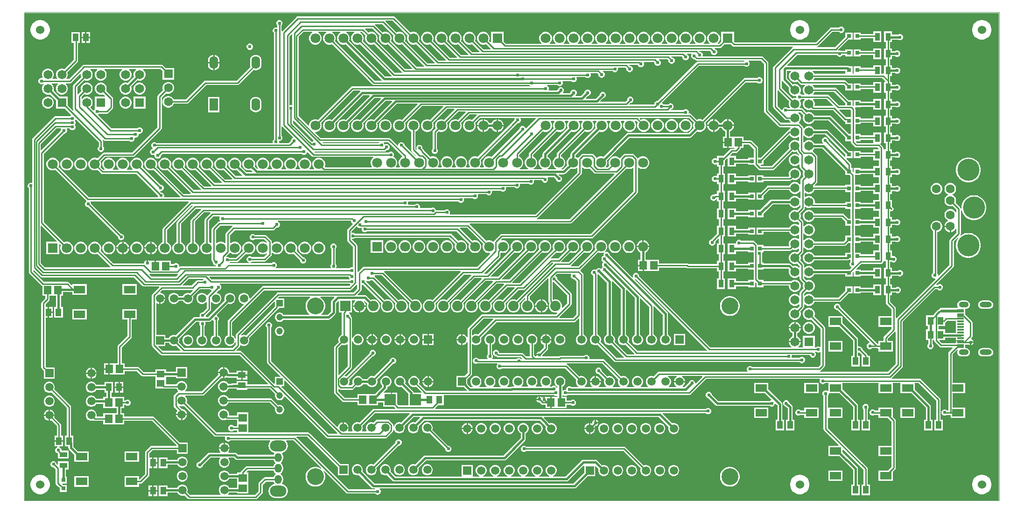
<source format=gtl>
%FSTAX23Y23*%
%MOIN*%
%SFA1B1*%

%IPPOS*%
%ADD10C,0.010000*%
%ADD19C,0.002360*%
%ADD20C,0.004720*%
%ADD21C,0.002700*%
%ADD22R,0.057090X0.037400*%
%ADD23R,0.031500X0.031500*%
%ADD24R,0.082680X0.055120*%
%ADD25R,0.041340X0.057090*%
%ADD26R,0.037400X0.057090*%
%ADD27R,0.045280X0.011810*%
%ADD28R,0.031500X0.031500*%
%ADD29R,0.078740X0.078740*%
%ADD30R,0.055120X0.059060*%
%ADD31R,0.057090X0.041340*%
%ADD32R,0.059060X0.055120*%
%ADD33R,0.055120X0.047240*%
%ADD65C,0.047240*%
%ADD66R,0.047240X0.047240*%
%ADD68R,0.047240X0.047240*%
%ADD69C,0.015000*%
%ADD70O,0.062000X0.090000*%
%ADD71R,0.062000X0.090000*%
%ADD72C,0.120000*%
%ADD73R,0.074000X0.074000*%
%ADD74C,0.074000*%
%ADD75C,0.060000*%
%ADD76R,0.070870X0.070870*%
%ADD77C,0.070870*%
%ADD78O,0.086610X0.039370*%
%ADD79O,0.070870X0.039370*%
%ADD80C,0.064960*%
%ADD81R,0.064960X0.064960*%
%ADD82C,0.059060*%
%ADD83R,0.059060X0.059060*%
%ADD84C,0.062990*%
%ADD85C,0.157480*%
%ADD86R,0.062990X0.062990*%
%ADD87C,0.062990*%
%ADD88R,0.070870X0.070870*%
%ADD89O,0.118110X0.078740*%
%ADD90O,0.051180X0.062990*%
%ADD91R,0.059060X0.059060*%
%ADD92C,0.024020*%
%LN6502_carrier-1*%
%LPD*%
G36*
X08667Y01063D02*
X01707D01*
Y04548*
X08667*
Y01063*
G37*
%LN6502_carrier-2*%
%LPC*%
G36*
X04343Y04525D02*
X0366D01*
X03654Y04524*
X03649Y0452*
X03549Y0442*
X03548Y0442*
X03544Y04422*
Y04461*
X03547Y04464*
X03551Y04472*
Y04481*
X03547Y04489*
X03541Y04495*
X03533Y04499*
X03524*
X03516Y04495*
X0351Y04489*
X03506Y04481*
Y04472*
X0351Y04464*
X03513Y04461*
Y04449*
X03509Y04446*
X03508Y04447*
X03499*
X03491Y04443*
X03485Y04437*
X03481Y04429*
Y0442*
X03485Y04412*
X03488Y04409*
Y03644*
X03485Y03641*
X03481Y03633*
Y03624*
X03482Y03624*
X03479Y03619*
X02651*
X02647Y03623*
X02639Y03626*
X0263*
X02622Y03623*
X02616Y03617*
X02613Y03609*
Y036*
X02616Y03592*
X02622Y03585*
X02623Y0358*
X02622Y03578*
X02614Y03575*
X02608Y03568*
X02604Y0356*
Y03552*
X02608Y03544*
X02614Y03537*
X02622Y03534*
X02631*
X02632Y03535*
X02637Y03531*
Y03528*
X02641Y0352*
X02647Y03513*
X02655Y0351*
X02664*
X02672Y03513*
X02678Y0352*
X02682Y03528*
Y03532*
X02692Y03543*
X03688*
X03691Y03539*
X037Y03536*
X03708*
X03716Y03539*
X03723Y03546*
X03726Y03554*
Y03555*
X03731Y03557*
X03761Y03526*
X03766Y03523*
X03772Y03522*
X04197*
X04198Y03517*
X04197Y03516*
X04188Y03507*
X04182Y03497*
X04179Y03485*
Y03474*
X04182Y03462*
X04188Y03452*
X04186Y03447*
X03855*
X03852Y03452*
X03852Y03452*
X03855Y03464*
Y03475*
X03852Y03487*
X03846Y03497*
X03837Y03506*
X03827Y03512*
X03815Y03515*
X03804*
X03792Y03512*
X03782Y03506*
X03773Y03497*
X03767Y03487*
X03764Y03475*
Y03464*
X03767Y03452*
X03773Y03442*
X03777Y03437*
X03775Y03432*
X03744*
X03742Y03437*
X03746Y03442*
X03752Y03452*
X03755Y03464*
Y03475*
X03752Y03487*
X03746Y03497*
X03737Y03506*
X03727Y03512*
X03715Y03515*
X03704*
X03692Y03512*
X03682Y03506*
X03673Y03497*
X03667Y03487*
X03664Y03475*
Y03464*
X03667Y03452*
X03673Y03442*
X03677Y03437*
X03675Y03432*
X03644*
X03642Y03437*
X03646Y03442*
X03652Y03452*
X03655Y03464*
Y03475*
X03652Y03487*
X03646Y03497*
X03637Y03506*
X03627Y03512*
X03615Y03515*
X03604*
X03592Y03512*
X03582Y03506*
X03573Y03497*
X03567Y03487*
X03564Y03475*
Y03464*
X03567Y03452*
X03573Y03442*
X03577Y03437*
X03575Y03432*
X03544*
X03542Y03437*
X03546Y03442*
X03552Y03452*
X03555Y03464*
Y03475*
X03552Y03487*
X03546Y03497*
X03537Y03506*
X03527Y03512*
X03515Y03515*
X03504*
X03492Y03512*
X03482Y03506*
X03473Y03497*
X03467Y03487*
X03464Y03475*
Y03464*
X03467Y03452*
X03473Y03442*
X03477Y03437*
X03475Y03432*
X03444*
X03442Y03437*
X03446Y03442*
X03452Y03452*
X03455Y03464*
Y03475*
X03452Y03487*
X03446Y03497*
X03437Y03506*
X03427Y03512*
X03415Y03515*
X03404*
X03392Y03512*
X03382Y03506*
X03373Y03497*
X03367Y03487*
X03364Y03475*
Y03464*
X03367Y03452*
X03373Y03442*
X03376Y03439*
X03374Y03434*
X03371Y03434*
X03352Y03452*
X03355Y03464*
Y03475*
X03352Y03487*
X03346Y03497*
X03337Y03506*
X03327Y03512*
X03315Y03515*
X03304*
X03292Y03512*
X03282Y03506*
X03273Y03497*
X03267Y03487*
X03264Y03475*
Y03464*
X03267Y03452*
X03273Y03442*
X03282Y03433*
X03292Y03427*
X03304Y03424*
X03315*
X03327Y03427*
X03337Y03417*
X03335Y03412*
X03292*
X03252Y03452*
X03255Y03464*
Y03475*
X03252Y03487*
X03246Y03497*
X03237Y03506*
X03227Y03512*
X03215Y03515*
X03204*
X03192Y03512*
X03182Y03506*
X03173Y03497*
X03167Y03487*
X03164Y03475*
Y03464*
X03167Y03452*
X03173Y03442*
X03182Y03433*
X03192Y03427*
X03204Y03424*
X03215*
X03227Y03427*
X03264Y03389*
X03262Y03385*
X03216*
X03151Y0345*
X03152Y03452*
X03155Y03464*
Y03475*
X03152Y03487*
X03146Y03497*
X03137Y03506*
X03127Y03512*
X03115Y03515*
X03104*
X03092Y03512*
X03082Y03506*
X03073Y03497*
X03067Y03487*
X03064Y03475*
Y03464*
X03067Y03452*
X03073Y03442*
X03082Y03433*
X03092Y03427*
X03104Y03424*
X03115*
X03127Y03427*
X03129Y03428*
X03193Y03364*
X03191Y0336*
X03141*
X03051Y0345*
X03052Y03452*
X03055Y03464*
Y03475*
X03052Y03487*
X03046Y03497*
X03037Y03506*
X03027Y03512*
X03015Y03515*
X03004*
X02992Y03512*
X02982Y03506*
X02973Y03497*
X02967Y03487*
X02964Y03475*
Y03464*
X02967Y03452*
X02973Y03442*
X02982Y03433*
X02992Y03427*
X03004Y03424*
X03015*
X03027Y03427*
X03029Y03428*
X03118Y03339*
X03116Y03335*
X03066*
X02951Y0345*
X02952Y03452*
X02955Y03464*
Y03475*
X02952Y03487*
X02946Y03497*
X02937Y03506*
X02927Y03512*
X02915Y03515*
X02904*
X02892Y03512*
X02882Y03506*
X02873Y03497*
X02867Y03487*
X02864Y03475*
Y03464*
X02867Y03452*
X02873Y03442*
X02882Y03433*
X02892Y03427*
X02904Y03424*
X02915*
X02927Y03427*
X02929Y03428*
X03043Y03314*
X03041Y0331*
X02991*
X02851Y0345*
X02852Y03452*
X02855Y03464*
Y03475*
X02852Y03487*
X02846Y03497*
X02837Y03506*
X02827Y03512*
X02815Y03515*
X02804*
X02792Y03512*
X02782Y03506*
X02773Y03497*
X02767Y03487*
X02764Y03475*
Y03464*
X02767Y03452*
X02773Y03442*
X02782Y03433*
X02792Y03427*
X02804Y03424*
X02815*
X02827Y03427*
X02829Y03428*
X02968Y03289*
X02966Y03285*
X02916*
X02751Y0345*
X02752Y03452*
X02755Y03464*
Y03475*
X02752Y03487*
X02746Y03497*
X02737Y03506*
X02727Y03512*
X02715Y03515*
X02704*
X02692Y03512*
X02682Y03506*
X02673Y03497*
X02667Y03487*
X02664Y03475*
Y03464*
X02667Y03452*
X02673Y03442*
X02682Y03433*
X02692Y03427*
X02704Y03424*
X02715*
X02727Y03427*
X02729Y03428*
X02896Y03261*
X02894Y03256*
X02844*
X02651Y0345*
X02652Y03452*
X02655Y03464*
Y03475*
X02652Y03487*
X02646Y03497*
X02637Y03506*
X02627Y03512*
X02615Y03515*
X02604*
X02592Y03512*
X02582Y03506*
X02573Y03497*
X02567Y03487*
X02564Y03475*
Y03464*
X02567Y03452*
X02573Y03442*
X02582Y03433*
X02592Y03427*
X02604Y03424*
X02615*
X02627Y03427*
X02629Y03428*
X0282Y03237*
X02818Y03233*
X02706*
X02703Y03237*
X02705Y0324*
Y03249*
X02701Y03257*
X02695Y03263*
X02687Y03267*
X02682*
X02676Y03272*
X02678Y03277*
X02684*
X02692Y03281*
X02698Y03287*
X02702Y03295*
Y03304*
X02698Y03312*
X02692Y03318*
X02684Y03322*
X02679*
X02551Y0345*
X02552Y03452*
X02555Y03464*
Y03475*
X02552Y03487*
X02546Y03497*
X02537Y03506*
X02527Y03512*
X02515Y03515*
X02504*
X02492Y03512*
X02482Y03506*
X02473Y03497*
X02467Y03487*
X02464Y03475*
Y03464*
X02467Y03452*
X02473Y03442*
X0248Y03435*
X02478Y0343*
X02441*
X02439Y03435*
X02446Y03442*
X02452Y03452*
X02455Y03464*
Y03475*
X02452Y03487*
X02446Y03497*
X02437Y03506*
X02427Y03512*
X02415Y03515*
X02404*
X02392Y03512*
X02382Y03506*
X02373Y03497*
X02367Y03487*
X02364Y03475*
Y03464*
X02367Y03452*
X02373Y03442*
X0238Y03435*
X02378Y0343*
X02341*
X02339Y03435*
X02346Y03442*
X02352Y03452*
X02355Y03464*
Y03475*
X02352Y03487*
X02346Y03497*
X02337Y03506*
X02327Y03512*
X02315Y03515*
X02304*
X02292Y03512*
X02282Y03506*
X02273Y03497*
X02267Y03487*
X02264Y03475*
Y03464*
X02267Y03452*
X02273Y03442*
X0228Y03435*
X02278Y0343*
X02271*
X02251Y0345*
X02252Y03452*
X02255Y03464*
Y03475*
X02252Y03487*
X02251Y03489*
X02283Y03521*
X02482*
X02488Y03522*
X02493Y03526*
X02683Y03716*
X02687Y03721*
X02688Y03727*
Y03946*
X02718Y03976*
X02718Y03976*
X02729Y03973*
X0274*
X02751Y03976*
X0276Y03981*
X02768Y03989*
X02773Y03998*
X02776Y04009*
Y0402*
X02773Y04031*
X02768Y0404*
X0276Y04048*
X02751Y04053*
X0274Y04056*
X02729*
X02718Y04053*
X02709Y04048*
X02701Y0404*
X02696Y04031*
X02693Y0402*
Y04009*
X02696Y03998*
X02696Y03998*
X02662Y03963*
X02659Y03959*
X02657Y03953*
Y03733*
X02476Y03552*
X02276*
X02271Y0355*
X02266Y03547*
X02229Y03511*
X02227Y03512*
X02215Y03515*
X02204*
X02192Y03512*
X02182Y03506*
X02173Y03497*
X02167Y03487*
X02164Y03475*
Y03464*
X02167Y03452*
X02173Y03442*
X02182Y03433*
X02192Y03427*
X02204Y03424*
X02215*
X02227Y03427*
X02229Y03428*
X02254Y03404*
X02259Y034*
X02265Y03399*
X02506*
X0266Y03245*
Y0324*
X02662Y03237*
X02659Y03233*
X02168*
X01951Y0345*
X01952Y03452*
X01955Y03464*
Y03475*
X01952Y03487*
X01946Y03497*
X01937Y03506*
X01927Y03512*
X01915Y03515*
X01904*
X01892Y03512*
X01882Y03506*
X01873Y03497*
X01867Y03487*
X01864Y03475*
Y03464*
X01867Y03452*
X01873Y03442*
X01882Y03433*
X01892Y03427*
X01904Y03424*
X01915*
X01927Y03427*
X01929Y03428*
X02149Y03209*
X02149Y03206*
X02149Y03203*
X02148Y03202*
X02143Y03197*
X02139Y03189*
Y0318*
X02143Y03172*
X02149Y03166*
X02157Y03162*
X02162*
X02375Y02949*
Y02944*
X02379Y02936*
X02385Y0293*
X02393Y02926*
X02402*
X0241Y0293*
X02416Y02936*
X0242Y02944*
Y02953*
X02416Y02961*
X0241Y02967*
X02402Y02971*
X02397*
X02184Y03184*
Y03189*
X0218Y03197*
X0218Y03198*
X02181Y03202*
X02879*
X02881Y03197*
X02699Y03015*
X02695Y0301*
X02694Y03005*
Y02912*
X02692Y02912*
X02682Y02906*
X02673Y02897*
X02667Y02887*
X02664Y02875*
Y02864*
X02667Y02852*
X02673Y02842*
X02682Y02833*
X02692Y02827*
X02704Y02824*
X02715*
X02727Y02827*
X02737Y02833*
X02746Y02842*
X02752Y02852*
X02755Y02864*
Y02875*
X02752Y02887*
X02746Y02897*
X02737Y02906*
X02727Y02912*
X02725Y02912*
Y02998*
X02902Y03176*
X02907*
X02909Y03171*
X02799Y0306*
X02795Y03055*
X02794Y0305*
Y02912*
X02792Y02912*
X02782Y02906*
X02773Y02897*
X02767Y02887*
X02764Y02875*
Y02864*
X02767Y02852*
X02773Y02842*
X02782Y02833*
X02792Y02827*
X02804Y02824*
X02815*
X02827Y02827*
X02837Y02833*
X02846Y02842*
X02852Y02852*
X02855Y02864*
Y02875*
X02852Y02887*
X02846Y02897*
X02837Y02906*
X02827Y02912*
X02825Y02912*
Y03043*
X02931Y03149*
X02966*
X02968Y03145*
X02899Y03075*
X02895Y0307*
X02894Y03065*
Y02912*
X02892Y02912*
X02882Y02906*
X02873Y02897*
X02867Y02887*
X02864Y02875*
Y02864*
X02867Y02852*
X02873Y02842*
X02882Y02833*
X02892Y02827*
X02904Y02824*
X02915*
X02927Y02827*
X02937Y02833*
X02946Y02842*
X02952Y02852*
X02955Y02864*
Y02875*
X02952Y02887*
X02946Y02897*
X02937Y02906*
X02927Y02912*
X02925Y02912*
Y03058*
X02991Y03124*
X03034*
X03036Y03119*
X02999Y03082*
X02995Y03077*
X02994Y03072*
Y02912*
X02992Y02912*
X02982Y02906*
X02973Y02897*
X02967Y02887*
X02964Y02875*
Y02864*
X02967Y02852*
X02973Y02842*
X02982Y02833*
X02992Y02827*
X03004Y02824*
X03015*
X03027Y02827*
X03037Y02833*
X0304Y02835*
X03044Y02833*
Y02784*
X03045Y02778*
X03049Y02773*
X03053Y02768*
Y02763*
X03057Y02755*
X03063Y02749*
X03071Y02745*
X03074*
X03075Y02743*
X03072Y02738*
X02821*
X02817Y02737*
X02813Y0274*
X02812Y02741*
Y02744*
X02808Y02752*
X02802Y02758*
X02794Y02762*
X02785*
X02777Y02758*
X02774Y02755*
X02754*
Y02779*
X02647*
Y0274*
X02637*
Y02779*
X02605*
X026Y02779*
X02598Y0278*
X02591Y02783*
Y02762*
X02581*
Y02783*
X02573Y0278*
X02567Y02774*
X02563Y02766*
Y02761*
X02561Y02759*
X02342*
X02251Y0285*
X02252Y02852*
X02255Y02864*
Y02875*
X02252Y02887*
X02246Y02897*
X02237Y02906*
X02227Y02912*
X02215Y02915*
X02204*
X02192Y02912*
X02182Y02906*
X02173Y02897*
X02167Y02887*
X02164Y02875*
Y02864*
X02167Y02852*
X02173Y02842*
X02182Y02833*
X02192Y02827*
X02204Y02824*
X02215*
X02227Y02827*
X02229Y02828*
X02321Y02736*
X02319Y02731*
X01854*
X01823Y02763*
Y03028*
X01827Y0303*
X01938Y0292*
X01936Y02915*
X01864*
Y02824*
X01955*
Y02896*
X0196Y02898*
X01968Y02889*
X01967Y02887*
X01964Y02875*
Y02864*
X01967Y02852*
X01973Y02842*
X01982Y02833*
X01992Y02827*
X02004Y02824*
X02015*
X02027Y02827*
X02037Y02833*
X02046Y02842*
X02052Y02852*
X02055Y02864*
Y02875*
X02052Y02887*
X02046Y02897*
X02037Y02906*
X02027Y02912*
X02015Y02915*
X02004*
X01992Y02912*
X0199Y02911*
X01845Y03056*
Y03543*
X01989Y03687*
X01994*
X02002Y03691*
X02008Y03697*
X02012Y03705*
Y03714*
X0201Y03719*
X02013Y03724*
X0203*
X02031Y03722*
X02037Y03716*
X02045Y03712*
X02054*
X02062Y03716*
X02068Y03722*
X02072Y0373*
Y03739*
X02068Y03747*
X02065Y0375*
X02068Y03753*
X02072Y03761*
Y0377*
X02068Y03778*
X02065Y03781*
X02068Y03784*
X02069Y03787*
X02074Y03788*
X02238Y03624*
Y03595*
X02235Y03592*
X02231Y03584*
Y03575*
X02235Y03567*
X02241Y03561*
X02249Y03557*
X02258*
X02266Y03561*
X02272Y03567*
X02276Y03575*
Y03584*
X02272Y03592*
X02269Y03595*
Y03631*
X02268Y03636*
X02265Y0364*
X02269Y03644*
X02272Y03641*
X02277Y03637*
X02282Y03636*
X02456*
X02459Y03633*
X02467Y0363*
X02476*
X02484Y03633*
X0249Y03639*
X02494Y03647*
Y03655*
X02495Y03657*
X02498Y03659*
X02506*
X02514Y03663*
X0252Y03669*
X02523Y03677*
Y03683*
X02525Y03686*
X02528Y03687*
X02534*
X02542Y03691*
X02548Y03697*
X02552Y03705*
Y03714*
X02548Y03722*
X02542Y03728*
X02534Y03732*
X02525*
X02517Y03728*
X02514Y03725*
X02328*
X02233Y0382*
X02234Y03825*
X02237Y03826*
X0224Y03829*
X02295*
X023Y0383*
X02305Y03834*
X02335Y03864*
X02339Y03869*
X0234Y03875*
Y03937*
X02339Y03943*
X02335Y03948*
X02291Y03992*
X02292Y03993*
X02294Y04004*
Y04015*
X02292Y04026*
X02286Y04036*
X02278Y04043*
X02268Y04049*
X02258Y04052*
X02246*
X02236Y04049*
X02226Y04043*
X02218Y04036*
X02212Y04026*
X0221Y04015*
Y04004*
X02212Y03993*
X02218Y03983*
X02226Y03976*
X02236Y0397*
X02246Y03967*
X02258*
X02268Y0397*
X02269Y0397*
X02283Y03957*
X02281Y03952*
X0221*
Y03867*
X02211Y03862*
X02206Y03857*
X02205Y03854*
X022Y03853*
X02181Y03872*
X02181Y03879*
X02186Y03883*
X02192Y03893*
X02194Y03904*
Y03915*
X02192Y03926*
X02186Y03936*
X02178Y03943*
X02168Y03949*
X02158Y03952*
X02146*
X02136Y03949*
X02126Y03943*
X0212Y03937*
X02115Y03939*
Y03951*
X02135Y0397*
X02136Y0397*
X02146Y03967*
X02158*
X02168Y0397*
X02178Y03976*
X02186Y03983*
X02192Y03993*
X02194Y04004*
Y04015*
X02192Y04026*
X02186Y04036*
X02178Y04043*
X02168Y04049*
X02158Y04052*
X02146*
X02136Y04049*
X02126Y04043*
X02118Y04036*
X02112Y04026*
X0211Y04015*
Y04004*
X02112Y03993*
X02113Y03992*
X0209Y03969*
X02085Y0397*
X02085Y03971*
Y04021*
X02135Y0407*
X02136Y0407*
X02146Y04067*
X02158*
X02168Y0407*
X02178Y04076*
X02186Y04083*
X02192Y04093*
X02194Y04104*
Y04115*
X02192Y04126*
X02186Y04136*
X02178Y04143*
X02179Y04145*
X02179Y04148*
X02225*
X02225Y04145*
X02226Y04143*
X02218Y04136*
X02212Y04126*
X0221Y04115*
Y04104*
X02212Y04093*
X02218Y04083*
X02226Y04076*
X02236Y0407*
X02246Y04067*
X02258*
X02268Y0407*
X02278Y04076*
X02286Y04083*
X02292Y04093*
X02294Y04104*
Y04115*
X02292Y04126*
X02286Y04136*
X02278Y04143*
X02279Y04145*
X02279Y04148*
X02402*
X02403Y04145*
X02403Y04143*
X02396Y04136*
X0239Y04126*
X02387Y04115*
Y04104*
X0239Y04093*
X02396Y04083*
X02403Y04076*
X02413Y0407*
X02424Y04067*
X02435*
X02446Y0407*
X02456Y04076*
X02463Y04083*
X02469Y04093*
X02472Y04104*
Y04115*
X02469Y04126*
X02463Y04136*
X02456Y04143*
X02456Y04145*
X02457Y04148*
X02502*
X02503Y04145*
X02503Y04143*
X02496Y04136*
X0249Y04126*
X02487Y04115*
Y04104*
X02489Y04095*
X02444Y0405*
X02435Y04052*
X02424*
X02413Y04049*
X02403Y04043*
X02396Y04036*
X0239Y04026*
X02387Y04015*
Y04004*
X0239Y03993*
X02396Y03983*
X02403Y03976*
X02413Y0397*
X02424Y03967*
X02435*
X02446Y0397*
X02456Y03976*
X02463Y03983*
X02469Y03993*
X02472Y04004*
Y04015*
X0247Y04024*
X02515Y04069*
X02524Y04067*
X02535*
X02546Y0407*
X02556Y04076*
X02563Y04083*
X02569Y04093*
X02572Y04104*
Y04115*
X02569Y04126*
X02563Y04136*
X02556Y04143*
X02556Y04145*
X02557Y04148*
X02679*
X02693Y04134*
Y04073*
X02776*
Y04156*
X02715*
X02696Y04174*
X02691Y04178*
X02686Y04179*
X02134*
X02128Y04178*
X02123Y04174*
X02026Y04078*
X02009*
X02007Y04082*
X02008Y04083*
X02014Y04093*
X02017Y04104*
Y04115*
X02014Y04126*
X02014Y04127*
X02085Y04199*
X02089Y04204*
X0209Y0421*
Y04336*
X02104*
Y04413*
X02042*
Y04336*
X02059*
Y04216*
X01992Y04149*
X01991Y04149*
X0198Y04152*
X01969*
X01958Y04149*
X01948Y04143*
X01941Y04136*
X01935Y04126*
X01932Y04115*
Y04104*
X01935Y04093*
X01941Y04083*
X01942Y04082*
X0194Y04078*
X01909*
X01907Y04082*
X01908Y04083*
X01914Y04093*
X01917Y04104*
Y04115*
X01914Y04126*
X01908Y04136*
X01901Y04143*
X01891Y04149*
X0188Y04152*
X01869*
X01858Y04149*
X01848Y04143*
X01841Y04136*
X01835Y04126*
X01832Y04115*
Y04104*
X01835Y04093*
X01838Y04088*
X01834Y04084*
X01834Y04085*
X01825*
X01817Y04081*
X01811Y04075*
X01807Y04067*
Y04058*
X01811Y0405*
X01817Y04044*
X01825Y0404*
X01834*
X01842Y04044*
X01845Y0404*
X01841Y04036*
X01835Y04026*
X01832Y04015*
Y04004*
X01835Y03993*
X01841Y03983*
X01848Y03976*
X01858Y0397*
X01869Y03967*
X0188*
X01889Y03969*
X01932Y03927*
Y03867*
X01995*
X02041Y03821*
X0204Y03816*
X02037Y03815*
X02034Y03812*
X0193*
X01924Y03811*
X01919Y03807*
X01767Y03655*
X01763Y0365*
X01762Y03644*
Y03338*
X01758Y03335*
X01758Y03336*
X01749*
X01741Y03332*
X01735Y03326*
X01731Y03318*
Y03309*
X01735Y03301*
X01738Y03298*
Y02698*
X01739Y02692*
X01743Y02687*
X01828Y02602*
X01833Y02598*
X01835Y02598*
Y0253*
X01857*
Y0251*
X01832Y02485*
X01828Y0248*
X01827Y02475*
Y02017*
X01828Y02011*
X01832Y02006*
X01845Y01992*
Y01935*
X01924*
Y02014*
X01867*
X01858Y02023*
Y02371*
X01873*
Y0241*
Y02448*
X01858*
Y02468*
X01883Y02493*
X01886Y02498*
X01887Y02504*
Y0253*
X01933*
Y02448*
X0192*
Y02371*
X01982*
Y02448*
X01969*
Y0253*
X01984*
Y02555*
X02049*
Y02536*
X02152*
Y02611*
X02049*
Y02606*
X02044Y02604*
X02025Y02623*
X0202Y02627*
X02015Y02628*
X01845*
X01769Y02704*
Y0271*
X01773Y02712*
X01822Y02664*
X01827Y0266*
X01833Y02659*
X02491*
X02551Y02599*
X02556Y02595*
X02562Y02594*
X02668*
X0267Y0259*
X02622Y02541*
X02618Y02536*
X02617Y02531*
Y02174*
X02618Y02168*
X02622Y02163*
X02677Y02108*
X02682Y02104*
X02688Y02103*
X03244*
X03448Y01899*
X03446Y01895*
X033*
Y01919*
X03223*
Y01903*
X03208*
X03207Y01903*
X03206Y01903*
X03164Y01899*
X03161Y01904*
X03154Y01911*
X03145Y01916*
X03135Y01919*
X03124*
X03114Y01916*
X03105Y01911*
X03098Y01904*
X03093Y01895*
X0309Y01885*
Y01874*
X03093Y01864*
X03098Y01855*
X03105Y01848*
X03114Y01843*
X03124Y0184*
X03135*
X03145Y01843*
X03154Y01848*
X03161Y01855*
X03166Y01864*
X03223*
Y01857*
X033*
Y01864*
X03458*
X03497Y01825*
X03496Y01819*
Y0181*
X03498Y01802*
X03503Y01794*
X03509Y01788*
X03517Y01783*
X03525Y01781*
X03534*
X03542Y01783*
X0355Y01788*
X03556Y01794*
X03561Y01802*
X03562Y01807*
X03568Y01809*
X03862Y01515*
X03867Y01511*
X03873Y0151*
X04288*
X04293Y01511*
X04298Y01515*
X04337Y01554*
X04341Y01559*
X04342Y01565*
Y01572*
X04347Y01573*
X04348Y01569*
X04353Y0156*
X0436Y01553*
X04369Y01548*
X04379Y01545*
X0439*
X044Y01548*
X04409Y01553*
X04416Y0156*
X04421Y01569*
X04424Y01579*
Y0159*
X04422Y01597*
X04487Y01662*
X0453*
X04532Y01657*
X04497Y01622*
X0449Y01624*
X04479*
X04469Y01621*
X0446Y01616*
X04453Y01609*
X04448Y016*
X04445Y0159*
Y01579*
X04448Y01569*
X04453Y0156*
X0446Y01553*
X04469Y01548*
X04479Y01545*
X0449*
X045Y01548*
X04509Y01553*
X04516Y0156*
X04521Y01569*
X04524Y01579*
Y0159*
X04522Y01597*
X04562Y01637*
X05387*
X05432Y01592*
X0543Y01585*
Y01574*
X05433Y01564*
X05438Y01555*
X05445Y01548*
X05454Y01543*
X05464Y0154*
X05475*
X05485Y01543*
X05494Y01548*
X05501Y01555*
X05506Y01564*
X05509Y01574*
Y01585*
X05506Y01595*
X05501Y01604*
X05494Y01611*
X05485Y01616*
X05475Y01619*
X05464*
X05457Y01617*
X05417Y01657*
X05419Y01662*
X06237*
X06307Y01592*
X06305Y01585*
Y01574*
X06308Y01564*
X06313Y01555*
X0632Y01548*
X06329Y01543*
X06339Y0154*
X0635*
X0636Y01543*
X06369Y01548*
X06376Y01555*
X06381Y01564*
X06384Y01574*
Y01585*
X06381Y01595*
X06376Y01604*
X06369Y01611*
X0636Y01616*
X0635Y01619*
X06339*
X06332Y01617*
X06265Y01685*
X06267Y01689*
X06574*
X06577Y01686*
X06585Y01682*
X06594*
X06602Y01686*
X06608Y01692*
X06612Y017*
Y01709*
X06608Y01717*
X06602Y01723*
X06594Y01727*
X06585*
X06577Y01723*
X06574Y0172*
X04642*
X0464Y01724*
X04662Y01746*
X04702*
Y01818*
X05488*
X0549Y01816*
X05498Y01812*
X05506*
X0551Y01814*
X05514Y01811*
Y01804*
X05472*
Y01765*
Y01725*
X05579*
Y01749*
X05609*
X05612Y01746*
X0562Y01742*
X05629*
X05637Y01746*
X05643Y01752*
X05647Y0176*
Y01769*
X05643Y01777*
X05637Y01783*
X05629Y01787*
X0562*
X05612Y01783*
X05609Y0178*
X05579*
Y01804*
X05549*
Y01816*
X05554Y01818*
X05557Y01816*
X05565Y01812*
X05574*
X05582Y01816*
X05585Y01819*
X06455*
X0646Y0182*
X06465Y01824*
X06576Y01934*
X07387*
X0739Y01929*
X07387Y01924*
Y01915*
X07391Y01907*
X07397Y01901*
X07405Y01897*
X07414*
X07422Y01901*
X07425Y01904*
X07449*
Y01849*
X07444Y01847*
X07442Y01848*
X07434Y01852*
X07425*
X07417Y01848*
X07411Y01842*
X07407Y01834*
Y01825*
X07411Y01817*
X07414Y01814*
Y01577*
X07415Y01571*
X07419Y01566*
X07523Y01462*
X07521Y01457*
X07449*
Y01382*
X07526*
X07625Y01284*
Y0118*
X07612*
Y01103*
X07673*
Y0118*
X0766*
Y01291*
X07659Y01298*
X07655Y01304*
X07551Y01408*
Y01427*
X07556Y01429*
X077Y01285*
Y0118*
X07685*
Y01103*
X07746*
Y0118*
X07731*
Y01291*
X0773Y01297*
X07726Y01302*
X07445Y01583*
Y01652*
X07449Y01655*
X0745*
X07551*
Y0173*
X0745*
X07449*
X07445Y01733*
Y01814*
X07448Y01817*
X07452Y01825*
Y01832*
X07526*
X07625Y01734*
Y01643*
X07612*
Y01566*
X07673*
Y01643*
X0766*
Y01741*
X07659Y01748*
X07655Y01754*
X07551Y01858*
Y01904*
X07807*
Y01832*
X0791*
Y01904*
X07964*
Y01832*
X08041*
X08145Y01729*
Y01643*
X08132*
Y01566*
X08193*
Y01643*
X0818*
Y01736*
X08179Y01743*
X08175Y01749*
X08066Y01858*
Y01904*
X08093*
X0822Y01777*
Y01643*
X08205*
Y01566*
X08266*
Y01643*
X08251*
Y01784*
X0825Y01789*
X08246Y01794*
X0811Y0193*
X08105Y01934*
X081Y01935*
X07902*
X07901Y01935*
X079Y0194*
X07975Y02015*
X07979Y0202*
X0798Y02026*
Y02343*
X08211Y02574*
X08229*
X08232Y02571*
X0824Y02567*
X08249*
X08257Y02571*
X08263Y02577*
X08267Y02585*
Y02594*
X08263Y02602*
X08257Y02608*
X08249Y02612*
X0824*
X08232Y02608*
X08229Y02605*
X0822*
X08218Y02609*
X0834Y02732*
X08344Y02737*
X08345Y02743*
Y02916*
X08373Y02944*
X08377Y0294*
X0837Y02931*
X08363Y02914*
X0836Y02897*
Y0288*
X08363Y02863*
X0837Y02847*
X0838Y02832*
X08392Y0282*
X08407Y0281*
X08423Y02803*
X0844Y028*
X08457*
X08475Y02803*
X08491Y0281*
X08505Y0282*
X08518Y02832*
X08527Y02847*
X08534Y02863*
X08537Y0288*
Y02897*
X08534Y02914*
X08527Y02931*
X08518Y02945*
X08505Y02958*
X08491Y02967*
X08475Y02974*
X08457Y02977*
X0844*
X08423Y02974*
X08407Y02967*
X08395Y0296*
X08392Y02963*
X08394Y02966*
X08395Y02972*
Y03146*
X084Y03147*
X08403Y03132*
X08409Y03116*
X08419Y03102*
X08431Y03089*
X08446Y0308*
X08462Y03073*
X08479Y0307*
X08497*
X08514Y03073*
X0853Y0308*
X08545Y03089*
X08557Y03102*
X08567Y03116*
X08573Y03132*
X08577Y0315*
Y03167*
X08573Y03184*
X08567Y032*
X08557Y03215*
X08545Y03227*
X0853Y03237*
X08514Y03244*
X08497Y03247*
X08479*
X08462Y03244*
X08446Y03237*
X08431Y03227*
X08419Y03215*
X08409Y032*
X08403Y03184*
X08399Y03167*
Y03153*
X08394Y03152*
X08394Y03155*
X0839Y0316*
X08358Y03193*
X08358Y03193*
X08361Y03204*
Y03215*
X08358Y03226*
X08353Y03235*
X08345Y03243*
X08336Y03248*
X08335Y03248*
Y03253*
X08336Y03254*
X08345Y03259*
X08353Y03267*
X08358Y03276*
X08361Y03287*
Y03298*
X08358Y03308*
X08353Y03318*
X08345Y03325*
X08336Y03331*
X08325Y03334*
X08314*
X08304Y03331*
X08294Y03325*
X08286Y03318*
X08281Y03308*
X08278Y03298*
Y03287*
X08281Y03276*
X08286Y03267*
X08294Y03259*
X08304Y03254*
X08304Y03253*
Y03248*
X08303Y03248*
X08294Y03243*
X08286Y03235*
X08281Y03226*
X08278Y03215*
Y03204*
X08281Y03193*
X08286Y03184*
X08294Y03176*
X08303Y03171*
X08314Y03168*
X08325*
X08336Y03171*
X08336Y03171*
X08364Y03143*
Y0312*
X08359Y03119*
X08358Y03123*
X08353Y03133*
X08345Y0314*
X08336Y03146*
X08325Y03149*
X08314*
X08303Y03146*
X08294Y0314*
X08286Y03133*
X08281Y03123*
X08278Y03113*
Y03102*
X08281Y03091*
X08286Y03082*
X08294Y03074*
X08303Y03068*
X08304Y03068*
Y03063*
X08304Y03063*
X08294Y03058*
X08286Y0305*
X08281Y0304*
X08278Y0303*
Y03029*
X0832*
Y03024*
X08325*
Y02983*
X08325*
X08336Y02986*
X08345Y02991*
X08353Y02999*
X08358Y03008*
X08359Y03012*
X08364Y03011*
Y02978*
X08319Y02933*
X08315Y02928*
X08314Y02922*
Y02749*
X08237Y02671*
X08232Y02673*
Y02679*
X08228Y02687*
X08227Y02688*
Y02983*
X08237Y02986*
X08247Y02991*
X08254Y02999*
X0826Y03008*
X08263Y03019*
Y0303*
X0826Y0304*
X08254Y0305*
X08247Y03058*
X08237Y03063*
X08227Y03066*
X08216*
X08205Y03063*
X08196Y03058*
X08188Y0305*
X08182Y0304*
X0818Y0303*
Y03019*
X08182Y03008*
X08188Y02999*
X08196Y02991*
X08197Y0299*
Y02693*
X08191Y02687*
X08187Y02679*
Y0267*
X08191Y02662*
X08197Y02656*
X08205Y02652*
X08211*
X08213Y02647*
X07935Y0237*
X0793Y02371*
X0793Y02372*
Y02438*
X07929Y02443*
X07925Y02448*
X0789Y02484*
Y02533*
X07903*
Y02552*
X07931*
X07932Y02551*
X0794Y02547*
X07949*
X07957Y02551*
X07963Y02557*
X07967Y02565*
Y02574*
X07963Y02582*
X07957Y02588*
X07949Y02592*
X0794*
X07932Y02588*
X07931Y02587*
X07903*
Y0261*
X0789*
Y02653*
X07903*
Y02672*
X07946*
X07947Y02671*
X07955Y02667*
X07964*
X07972Y02671*
X07978Y02677*
X07982Y02685*
Y02694*
X07978Y02702*
X07972Y02708*
X07964Y02712*
X07955*
X07947Y02708*
X07946Y02707*
X07903*
Y0273*
X0789*
Y02773*
X079*
X07902Y02771*
X0791Y02767*
X07919*
X07927Y02771*
X07933Y02777*
X07937Y02785*
Y02794*
X07933Y02802*
X07927Y02808*
X07919Y02812*
X0791*
X07908Y02811*
X07903Y02814*
Y02851*
X0789*
Y02894*
X07903*
Y02915*
X07926*
X07927Y02914*
X07935Y02911*
X07944*
X07952Y02914*
X07958Y0292*
X07962Y02928*
Y02937*
X07958Y02945*
X07952Y02951*
X07944Y02955*
X07935*
X07927Y02951*
X07926Y02951*
X07903*
Y02971*
X0789*
Y03015*
X07903*
Y03036*
X07926*
X07927Y03035*
X07935Y03031*
X07944*
X07952Y03035*
X07958Y03041*
X07962Y03049*
Y03058*
X07958Y03066*
X07952Y03072*
X07944Y03075*
X07935*
X07927Y03072*
X07926Y03071*
X07903*
Y03092*
X0789*
Y03131*
X07893Y03134*
X07895Y03134*
X079Y03133*
X07906Y03134*
X07911Y03138*
X07914Y03143*
X07915Y03148*
X07914Y03154*
X07911Y03159*
X07903Y03167*
Y03212*
X0789*
Y03256*
X07903*
Y03277*
X07926*
X07927Y03276*
X07935Y03272*
X07944*
X07952Y03276*
X07958Y03282*
X07962Y0329*
Y03299*
X07958Y03307*
X07952Y03313*
X07944Y03316*
X07935*
X07927Y03313*
X07926Y03312*
X07903*
Y03333*
X0789*
Y03376*
X07903*
Y03397*
X07926*
X07927Y03396*
X07935Y03393*
X07944*
X07952Y03396*
X07958Y03403*
X07962Y03411*
Y03419*
X07958Y03427*
X07952Y03434*
X07944Y03437*
X07935*
X07927Y03434*
X07926Y03433*
X07903*
Y03454*
X0789*
Y03497*
X07903*
Y03518*
X07926*
X07927Y03517*
X07935Y03514*
X07944*
X07952Y03517*
X07958Y03523*
X07962Y03531*
Y0354*
X07958Y03548*
X07952Y03554*
X07944Y03558*
X07935*
X07927Y03554*
X07926Y03553*
X07903*
Y03574*
X0789*
Y03618*
X07903*
Y03638*
X07926*
X07927Y03637*
X07935Y03634*
X07944*
X07952Y03637*
X07958Y03644*
X07962Y03652*
Y03661*
X07958Y03669*
X07952Y03675*
X07944Y03678*
X07935*
X07927Y03675*
X07926Y03674*
X07903*
Y03695*
X0789*
Y03738*
X07903*
Y03759*
X07926*
X07927Y03758*
X07935Y03755*
X07944*
X07952Y03758*
X07958Y03764*
X07962Y03772*
Y03781*
X07958Y03789*
X07952Y03795*
X07944Y03799*
X07935*
X07927Y03795*
X07926Y03795*
X07903*
Y03815*
X0789*
Y03859*
X07903*
Y03879*
X07926*
X07927Y03879*
X07935Y03875*
X07944*
X07952Y03879*
X07958Y03885*
X07962Y03893*
Y03902*
X07958Y0391*
X07952Y03916*
X07944Y03919*
X07935*
X07927Y03916*
X07926Y03915*
X07903*
Y03936*
X0789*
Y03979*
X07903*
Y04*
X07926*
X07927Y03999*
X07935Y03996*
X07944*
X07952Y03999*
X07958Y04005*
X07962Y04013*
Y04022*
X07958Y0403*
X07952Y04036*
X07944Y0404*
X07935*
X07927Y04036*
X07926Y04036*
X07903*
Y04056*
X0789*
Y041*
X07903*
Y04121*
X07926*
X07927Y0412*
X07935Y04116*
X07944*
X07952Y0412*
X07958Y04126*
X07962Y04134*
Y04143*
X07958Y04151*
X07952Y04157*
X07944Y0416*
X07935*
X07927Y04157*
X07926Y04156*
X07903*
Y04177*
X0789*
Y0422*
X07903*
Y04241*
X07926*
X07927Y0424*
X07935Y04237*
X07944*
X07952Y0424*
X07958Y04246*
X07962Y04255*
Y04263*
X07958Y04271*
X07952Y04278*
X07944Y04281*
X07935*
X07927Y04278*
X07926Y04277*
X07903*
Y04297*
X0789*
Y04341*
X07903*
Y04359*
X07946*
X07947Y04359*
X07955Y04355*
X07964*
X07972Y04359*
X07978Y04365*
X07982Y04373*
Y04382*
X07978Y0439*
X07972Y04396*
X07964Y04399*
X07955*
X07947Y04396*
X07946Y04395*
X07903*
Y04418*
X07846*
Y04341*
X07859*
Y04297*
X07846*
Y0422*
X07859*
Y04177*
X07846*
Y04119*
X07841Y04115*
X0784Y04115*
X07826*
Y04177*
X07769*
Y04158*
X07681*
Y04168*
X0763*
Y04118*
X07626Y04116*
X07622Y04118*
Y04168*
X07596*
X07591Y04171*
X07585Y04172*
X07156*
X07154Y04177*
X07225Y04248*
X0751*
X07511Y04247*
X07517Y04241*
X07525Y04237*
X07534*
X07542Y04241*
X07548Y04247*
X07549Y04248*
X07571*
Y04238*
X07622*
Y04289*
X07571*
Y04279*
X0754*
X07534Y04282*
X07525*
X0752Y0428*
X07517Y04284*
X07592Y04359*
X07622*
Y0441*
X07571*
Y0438*
X07495Y04305*
X07368*
X07367Y0431*
X0737Y0431*
X07375Y04314*
X07476Y04414*
X07524*
X07528Y04411*
X07536Y04407*
X07545*
X07553Y04411*
X07559Y04417*
X07562Y04425*
Y04434*
X07559Y04442*
X07553Y04448*
X07545Y04452*
X07536*
X07528Y04448*
X07524Y04445*
X0747*
X07464Y04444*
X07459Y0444*
X07358Y0434*
X06781*
X06775Y04346*
Y04415*
X06684*
Y04346*
X06668Y0433*
X06661*
X06659Y04335*
X06666Y04342*
X06672Y04352*
X06675Y04364*
Y04375*
X06672Y04387*
X06666Y04397*
X06657Y04406*
X06647Y04412*
X06635Y04415*
X06624*
X06612Y04412*
X06602Y04406*
X06593Y04397*
X06587Y04387*
X06584Y04375*
Y04364*
X06587Y04352*
X06593Y04342*
X066Y04335*
X06598Y0433*
X06561*
X06559Y04335*
X06566Y04342*
X06572Y04352*
X06575Y04364*
Y04375*
X06572Y04387*
X06566Y04397*
X06557Y04406*
X06547Y04412*
X06535Y04415*
X06524*
X06512Y04412*
X06502Y04406*
X06493Y04397*
X06487Y04387*
X06484Y04375*
Y04364*
X06487Y04352*
X06493Y04342*
X065Y04335*
X06498Y0433*
X06461*
X06459Y04335*
X06466Y04342*
X06472Y04352*
X06475Y04364*
Y04375*
X06472Y04387*
X06466Y04397*
X06457Y04406*
X06447Y04412*
X06435Y04415*
X06424*
X06412Y04412*
X06402Y04406*
X06393Y04397*
X06387Y04387*
X06384Y04375*
Y04364*
X06387Y04352*
X06393Y04342*
X064Y04335*
X06398Y0433*
X06361*
X06359Y04335*
X06366Y04342*
X06372Y04352*
X06375Y04364*
Y04375*
X06372Y04387*
X06366Y04397*
X06357Y04406*
X06347Y04412*
X06335Y04415*
X06324*
X06312Y04412*
X06302Y04406*
X06293Y04397*
X06287Y04387*
X06284Y04375*
Y04364*
X06287Y04352*
X06293Y04342*
X063Y04335*
X06298Y0433*
X06261*
X06259Y04335*
X06266Y04342*
X06272Y04352*
X06275Y04364*
Y04375*
X06272Y04387*
X06266Y04397*
X06257Y04406*
X06247Y04412*
X06235Y04415*
X06224*
X06212Y04412*
X06202Y04406*
X06193Y04397*
X06187Y04387*
X06184Y04375*
Y04364*
X06187Y04352*
X06193Y04342*
X062Y04335*
X06198Y0433*
X06161*
X06159Y04335*
X06166Y04342*
X06172Y04352*
X06175Y04364*
Y04375*
X06172Y04387*
X06166Y04397*
X06157Y04406*
X06147Y04412*
X06135Y04415*
X06124*
X06112Y04412*
X06102Y04406*
X06093Y04397*
X06087Y04387*
X06084Y04375*
Y04364*
X06087Y04352*
X06093Y04342*
X061Y04335*
X06098Y0433*
X06061*
X06059Y04335*
X06066Y04342*
X06072Y04352*
X06075Y04364*
Y04375*
X06072Y04387*
X06066Y04397*
X06057Y04406*
X06047Y04412*
X06035Y04415*
X06024*
X06012Y04412*
X06002Y04406*
X05993Y04397*
X05987Y04387*
X05984Y04375*
Y04364*
X05987Y04352*
X05993Y04342*
X06Y04335*
X05998Y0433*
X05961*
X05959Y04335*
X05966Y04342*
X05972Y04352*
X05975Y04364*
Y04375*
X05972Y04387*
X05966Y04397*
X05957Y04406*
X05947Y04412*
X05935Y04415*
X05924*
X05912Y04412*
X05902Y04406*
X05893Y04397*
X05887Y04387*
X05884Y04375*
Y04364*
X05887Y04352*
X05893Y04342*
X059Y04335*
X05898Y0433*
X05861*
X05859Y04335*
X05866Y04342*
X05872Y04352*
X05875Y04364*
Y04375*
X05872Y04387*
X05866Y04397*
X05857Y04406*
X05847Y04412*
X05835Y04415*
X05824*
X05812Y04412*
X05802Y04406*
X05793Y04397*
X05787Y04387*
X05784Y04375*
Y04364*
X05787Y04352*
X05793Y04342*
X058Y04335*
X05798Y0433*
X05761*
X05759Y04335*
X05766Y04342*
X05772Y04352*
X05775Y04364*
Y04375*
X05772Y04387*
X05766Y04397*
X05757Y04406*
X05747Y04412*
X05735Y04415*
X05724*
X05712Y04412*
X05702Y04406*
X05693Y04397*
X05687Y04387*
X05684Y04375*
Y04364*
X05687Y04352*
X05693Y04342*
X057Y04335*
X05698Y0433*
X05661*
X05659Y04335*
X05666Y04342*
X05672Y04352*
X05675Y04364*
Y04375*
X05672Y04387*
X05666Y04397*
X05657Y04406*
X05647Y04412*
X05635Y04415*
X05624*
X05612Y04412*
X05602Y04406*
X05593Y04397*
X05587Y04387*
X05584Y04375*
Y04364*
X05587Y04352*
X05593Y04342*
X056Y04335*
X05598Y0433*
X05561*
X05559Y04335*
X05566Y04342*
X05572Y04352*
X05575Y04364*
Y04375*
X05572Y04387*
X05566Y04397*
X05557Y04406*
X05547Y04412*
X05535Y04415*
X05524*
X05512Y04412*
X05502Y04406*
X05493Y04397*
X05487Y04387*
X05484Y04375*
Y04364*
X05487Y04352*
X05493Y04342*
X055Y04335*
X05498Y0433*
X05461*
X05459Y04335*
X05466Y04342*
X05472Y04352*
X05475Y04364*
Y04375*
X05472Y04387*
X05466Y04397*
X05457Y04406*
X05447Y04412*
X05435Y04415*
X05424*
X05412Y04412*
X05402Y04406*
X05393Y04397*
X05387Y04387*
X05384Y04375*
Y04364*
X05387Y04352*
X05393Y04342*
X054Y04335*
X05398Y0433*
X05145*
X0513Y04345*
Y04414*
X05039*
Y04342*
X05034Y0434*
X05026Y04349*
X05027Y04351*
X0503Y04363*
Y04374*
X05027Y04386*
X05021Y04396*
X05012Y04405*
X05002Y04411*
X0499Y04414*
X04979*
X04967Y04411*
X04957Y04405*
X04948Y04396*
X04942Y04386*
X04939Y04374*
Y04363*
X04942Y04351*
X04948Y04341*
X04957Y04332*
X04967Y04326*
X04979Y04323*
X0499*
X05002Y04326*
X05004Y04327*
X05037Y04294*
X05035Y0429*
X04985*
X04926Y04349*
X04927Y04351*
X0493Y04363*
Y04374*
X04927Y04386*
X04921Y04396*
X04912Y04405*
X04902Y04411*
X0489Y04414*
X04879*
X04867Y04411*
X04857Y04405*
X04848Y04396*
X04842Y04386*
X04839Y04374*
Y04363*
X04842Y04351*
X04848Y04341*
X04857Y04332*
X04867Y04326*
X04879Y04323*
X0489*
X04902Y04326*
X04904Y04327*
X04957Y04274*
X04955Y0427*
X04905*
X04826Y04349*
X04827Y04351*
X0483Y04363*
Y04374*
X04827Y04386*
X04821Y04396*
X04812Y04405*
X04802Y04411*
X0479Y04414*
X04779*
X04767Y04411*
X04757Y04405*
X04748Y04396*
X04742Y04386*
X04739Y04374*
Y04363*
X04742Y04351*
X04748Y04341*
X04757Y04332*
X04767Y04326*
X04779Y04323*
X0479*
X04802Y04326*
X04804Y04327*
X04877Y04254*
X04875Y0425*
X04825*
X04726Y04349*
X04727Y04351*
X0473Y04363*
Y04374*
X04727Y04386*
X04721Y04396*
X04712Y04405*
X04702Y04411*
X0469Y04414*
X04679*
X04667Y04411*
X04657Y04405*
X04648Y04396*
X04642Y04386*
X04639Y04374*
Y04363*
X04642Y04351*
X04648Y04341*
X04657Y04332*
X04667Y04326*
X04679Y04323*
X0469*
X04702Y04326*
X04704Y04327*
X04797Y04234*
X04795Y0423*
X04745*
X04626Y04349*
X04627Y04351*
X0463Y04363*
Y04374*
X04627Y04386*
X04621Y04396*
X04612Y04405*
X04602Y04411*
X0459Y04414*
X04579*
X04567Y04411*
X04557Y04405*
X04548Y04396*
X04542Y04386*
X04539Y04374*
Y04363*
X04542Y04351*
X04548Y04341*
X04557Y04332*
X04567Y04326*
X04579Y04323*
X0459*
X04602Y04326*
X04604Y04327*
X04717Y04214*
X04715Y0421*
X04665*
X04526Y04349*
X04527Y04351*
X0453Y04363*
Y04374*
X04527Y04386*
X04521Y04396*
X04512Y04405*
X04502Y04411*
X0449Y04414*
X04479*
X04467Y04411*
X04465Y0441*
X04354Y0452*
X04349Y04524*
X04343Y04525*
G37*
G36*
X07826Y04418D02*
X07769D01*
Y044*
X07681*
Y0441*
X0763*
Y04359*
X07681*
Y04369*
X07769*
Y04341*
X07826*
Y04418*
G37*
G36*
X02177Y04413D02*
X02151D01*
Y0438*
X02177*
Y04413*
G37*
G36*
X02141D02*
X02115D01*
Y0438*
X02141*
Y04413*
G37*
G36*
X08551Y04499D02*
X08538D01*
X08524Y04496*
X08512Y04491*
X085Y04483*
X08491Y04474*
X08483Y04462*
X08478Y0445*
X08475Y04436*
Y04423*
X08478Y04409*
X08483Y04397*
X08491Y04385*
X085Y04376*
X08512Y04368*
X08524Y04363*
X08538Y0436*
X08551*
X08565Y04363*
X08577Y04368*
X08589Y04376*
X08598Y04385*
X08606Y04397*
X08611Y04409*
X08614Y04423*
Y04436*
X08611Y0445*
X08606Y04462*
X08598Y04474*
X08589Y04483*
X08577Y04491*
X08565Y04496*
X08551Y04499*
G37*
G36*
X01826D02*
X01813D01*
X01799Y04496*
X01787Y04491*
X01775Y04483*
X01766Y04474*
X01758Y04462*
X01753Y0445*
X0175Y04436*
Y04423*
X01753Y04409*
X01758Y04397*
X01766Y04385*
X01775Y04376*
X01787Y04368*
X01799Y04363*
X01813Y0436*
X01826*
X0184Y04363*
X01852Y04368*
X01864Y04376*
X01873Y04385*
X01881Y04397*
X01886Y04409*
X01889Y04423*
Y04436*
X01886Y0445*
X01881Y04462*
X01873Y04474*
X01864Y04483*
X01852Y04491*
X0184Y04496*
X01826Y04499*
G37*
G36*
X07251Y04499D02*
X07238D01*
X07224Y04496*
X07212Y04491*
X072Y04483*
X07191Y04474*
X07183Y04462*
X07178Y0445*
X07175Y04436*
Y04423*
X07178Y04409*
X07183Y04397*
X07191Y04385*
X072Y04376*
X07212Y04368*
X07224Y04363*
X07238Y0436*
X07251*
X07265Y04363*
X07277Y04368*
X07289Y04376*
X07298Y04385*
X07306Y04397*
X07311Y04409*
X07314Y04423*
Y04436*
X07311Y0445*
X07306Y04462*
X07298Y04474*
X07289Y04483*
X07277Y04491*
X07265Y04496*
X07251Y04499*
G37*
G36*
X02177Y0437D02*
X02151D01*
Y04336*
X02177*
Y0437*
G37*
G36*
X02141D02*
X02115D01*
Y04336*
X02141*
Y0437*
G37*
G36*
X03321Y04331D02*
X03312D01*
X03304Y04327*
X03298Y04321*
X03294Y04313*
Y04304*
X03298Y04296*
X03304Y0429*
X03312Y04286*
X03321*
X03329Y0429*
X03335Y04296*
X03339Y04304*
Y04313*
X03335Y04321*
X03329Y04327*
X03321Y04331*
G37*
G36*
X07826Y04297D02*
X07769D01*
Y04279*
X07681*
Y04289*
X0763*
Y04238*
X07681*
Y04248*
X07769*
Y0422*
X07826*
Y04297*
G37*
G36*
X03065Y04249D02*
Y042D01*
X03101*
Y04209*
X03099Y04219*
X03095Y04229*
X03089Y04238*
X0308Y04244*
X0307Y04248*
X03065Y04249*
G37*
G36*
X03055D02*
X03049Y04248D01*
X03039Y04244*
X0303Y04238*
X03024Y04229*
X0302Y04219*
X03018Y04209*
Y042*
X03055*
Y04249*
G37*
G36*
X03101Y0419D02*
X03065D01*
Y0414*
X0307Y04141*
X0308Y04145*
X03089Y04151*
X03095Y0416*
X03099Y0417*
X03101Y04181*
Y0419*
G37*
G36*
X03055D02*
X03018D01*
Y04181*
X0302Y0417*
X03024Y0416*
X0303Y04151*
X03039Y04145*
X03049Y04141*
X03055Y0414*
Y0419*
G37*
G36*
X0336Y0425D02*
X03349Y04248D01*
X03339Y04244*
X0333Y04238*
X03324Y04229*
X0332Y04219*
X03318Y04209*
Y04181*
X0332Y0417*
X03322Y04164*
X03222Y04065*
X03*
X02994Y04064*
X02989Y0406*
X0286Y03931*
X02773*
X02768Y0394*
X0276Y03948*
X02751Y03953*
X0274Y03956*
X02729*
X02718Y03953*
X02709Y03948*
X02701Y0394*
X02696Y03931*
X02693Y0392*
Y03909*
X02696Y03898*
X02701Y03889*
X02709Y03881*
X02718Y03876*
X02729Y03873*
X0274*
X02751Y03876*
X0276Y03881*
X02768Y03889*
X02773Y03898*
X02774Y03901*
X02866*
X02872Y03902*
X02877Y03905*
X03006Y04034*
X03229*
X03234Y04035*
X03239Y04039*
X03343Y04143*
X03349Y04141*
X0336Y04139*
X0337Y04141*
X0338Y04145*
X03389Y04151*
X03395Y0416*
X03399Y0417*
X03401Y04181*
Y04209*
X03399Y04219*
X03395Y04229*
X03389Y04238*
X0338Y04244*
X0337Y04248*
X0336Y0425*
G37*
G36*
X02535Y04052D02*
X02524D01*
X02513Y04049*
X02503Y04043*
X02496Y04036*
X0249Y04026*
X02487Y04015*
Y04004*
X0249Y03993*
X02496Y03983*
X02503Y03976*
X02513Y0397*
X02524Y03967*
X02535*
X02546Y0397*
X02556Y03976*
X02563Y03983*
X02569Y03993*
X02572Y04004*
Y04015*
X02569Y04026*
X02563Y04036*
X02556Y04043*
X02546Y04049*
X02535Y04052*
G37*
G36*
X02572Y03952D02*
X02487D01*
Y03867*
X02572*
Y03952*
G37*
G36*
X02435D02*
X02424D01*
X02413Y03949*
X02403Y03943*
X02396Y03936*
X0239Y03926*
X02387Y03915*
Y03904*
X0239Y03893*
X02396Y03883*
X02403Y03876*
X02413Y0387*
X02424Y03867*
X02435*
X02446Y0387*
X02456Y03876*
X02463Y03883*
X02469Y03893*
X02472Y03904*
Y03915*
X02469Y03926*
X02463Y03936*
X02456Y03943*
X02446Y03949*
X02435Y03952*
G37*
G36*
X0188D02*
X01869D01*
X01858Y03949*
X01848Y03943*
X01841Y03936*
X01835Y03926*
X01832Y03915*
Y03904*
X01835Y03893*
X01841Y03883*
X01848Y03876*
X01858Y0387*
X01869Y03867*
X0188*
X01891Y0387*
X01901Y03876*
X01908Y03883*
X01914Y03893*
X01917Y03904*
Y03915*
X01914Y03926*
X01908Y03936*
X01901Y03943*
X01891Y03949*
X0188Y03952*
G37*
G36*
X03101Y0395D02*
X03019D01*
Y0384*
X03101*
Y0395*
G37*
G36*
X0336Y0395D02*
X03349Y03948D01*
X03339Y03944*
X0333Y03938*
X03324Y03929*
X0332Y03919*
X03318Y03909*
Y03881*
X0332Y0387*
X03324Y0386*
X0333Y03851*
X03339Y03845*
X03349Y03841*
X0336Y03839*
X0337Y03841*
X0338Y03845*
X03389Y03851*
X03395Y0386*
X03399Y0387*
X03401Y03881*
Y03909*
X03399Y03919*
X03395Y03929*
X03389Y03938*
X0338Y03944*
X0337Y03948*
X0336Y0395*
G37*
G36*
X02115Y03515D02*
X02104D01*
X02092Y03512*
X02082Y03506*
X02073Y03497*
X02067Y03487*
X02064Y03475*
Y03464*
X02067Y03452*
X02073Y03442*
X02082Y03433*
X02092Y03427*
X02104Y03424*
X02115*
X02127Y03427*
X02137Y03433*
X02146Y03442*
X02152Y03452*
X02155Y03464*
Y03475*
X02152Y03487*
X02146Y03497*
X02137Y03506*
X02127Y03512*
X02115Y03515*
G37*
G36*
X02015D02*
X02004D01*
X01992Y03512*
X01982Y03506*
X01973Y03497*
X01967Y03487*
X01964Y03475*
Y03464*
X01967Y03452*
X01973Y03442*
X01982Y03433*
X01992Y03427*
X02004Y03424*
X02015*
X02027Y03427*
X02037Y03433*
X02046Y03442*
X02052Y03452*
X02055Y03464*
Y03475*
X02052Y03487*
X02046Y03497*
X02037Y03506*
X02027Y03512*
X02015Y03515*
G37*
G36*
X08457Y03517D02*
X0844D01*
X08423Y03513*
X08407Y03507*
X08392Y03497*
X0838Y03485*
X0837Y0347*
X08363Y03454*
X0836Y03437*
Y03419*
X08363Y03402*
X0837Y03386*
X0838Y03371*
X08392Y03359*
X08407Y03349*
X08423Y03343*
X0844Y03339*
X08457*
X08475Y03343*
X08491Y03349*
X08505Y03359*
X08518Y03371*
X08527Y03386*
X08534Y03402*
X08537Y03419*
Y03437*
X08534Y03454*
X08527Y0347*
X08518Y03485*
X08505Y03497*
X08491Y03507*
X08475Y03513*
X08457Y03517*
G37*
G36*
X08227Y03334D02*
X08216D01*
X08205Y03331*
X08196Y03325*
X08188Y03318*
X08182Y03308*
X0818Y03298*
Y03287*
X08182Y03276*
X08188Y03267*
X08196Y03259*
X08205Y03253*
X08216Y03251*
X08227*
X08237Y03253*
X08247Y03259*
X08254Y03267*
X0826Y03276*
X08263Y03287*
Y03298*
X0826Y03308*
X08254Y03318*
X08247Y03325*
X08237Y03331*
X08227Y03334*
G37*
G36*
X08315Y03019D02*
X08278D01*
Y03019*
X08281Y03008*
X08286Y02999*
X08294Y02991*
X08304Y02986*
X08314Y02983*
X08315*
Y03019*
G37*
G36*
X02615Y02915D02*
X02615D01*
Y02875*
X02655*
Y02875*
X02652Y02887*
X02646Y02897*
X02637Y02906*
X02627Y02912*
X02615Y02915*
G37*
G36*
X02415D02*
X02415D01*
Y02875*
X02455*
Y02875*
X02452Y02887*
X02446Y02897*
X02437Y02906*
X02427Y02912*
X02415Y02915*
G37*
G36*
X02605D02*
X02604D01*
X02592Y02912*
X02582Y02906*
X02573Y02897*
X02567Y02887*
X02564Y02875*
Y02875*
X02605*
Y02915*
G37*
G36*
X02405D02*
X02404D01*
X02392Y02912*
X02382Y02906*
X02373Y02897*
X02367Y02887*
X02364Y02875*
Y02875*
X02405*
Y02915*
G37*
G36*
X02655Y02865D02*
X02615D01*
Y02824*
X02615*
X02627Y02827*
X02637Y02833*
X02646Y02842*
X02652Y02852*
X02655Y02864*
Y02865*
G37*
G36*
X02605D02*
X02564D01*
Y02864*
X02567Y02852*
X02573Y02842*
X02582Y02833*
X02592Y02827*
X02604Y02824*
X02605*
Y02865*
G37*
G36*
X02515Y02915D02*
X02504D01*
X02492Y02912*
X02482Y02906*
X02473Y02897*
X02467Y02887*
X02464Y02875*
Y02864*
X02467Y02852*
X02473Y02842*
X02482Y02833*
X02492Y02827*
X02504Y02824*
X02515*
X02527Y02827*
X02537Y02833*
X02546Y02842*
X02552Y02852*
X02555Y02864*
Y02875*
X02552Y02887*
X02546Y02897*
X02537Y02906*
X02527Y02912*
X02515Y02915*
G37*
G36*
X02455Y02865D02*
X02415D01*
Y02824*
X02415*
X02427Y02827*
X02437Y02833*
X02446Y02842*
X02452Y02852*
X02455Y02864*
Y02865*
G37*
G36*
X02405D02*
X02364D01*
Y02864*
X02367Y02852*
X02373Y02842*
X02382Y02833*
X02392Y02827*
X02404Y02824*
X02405*
Y02865*
G37*
G36*
X02315Y02915D02*
X02304D01*
X02292Y02912*
X02282Y02906*
X02273Y02897*
X02267Y02887*
X02264Y02875*
Y02864*
X02267Y02852*
X02273Y02842*
X02282Y02833*
X02292Y02827*
X02304Y02824*
X02315*
X02327Y02827*
X02337Y02833*
X02346Y02842*
X02352Y02852*
X02355Y02864*
Y02875*
X02352Y02887*
X02346Y02897*
X02337Y02906*
X02327Y02912*
X02315Y02915*
G37*
G36*
X02115D02*
X02104D01*
X02092Y02912*
X02082Y02906*
X02073Y02897*
X02067Y02887*
X02064Y02875*
Y02864*
X02067Y02852*
X02073Y02842*
X02082Y02833*
X02092Y02827*
X02104Y02824*
X02115*
X02127Y02827*
X02137Y02833*
X02146Y02842*
X02152Y02852*
X02155Y02864*
Y02875*
X02152Y02887*
X02146Y02897*
X02137Y02906*
X02127Y02912*
X02115Y02915*
G37*
G36*
X0251Y02611D02*
X02407D01*
Y02536*
X0251*
Y02611*
G37*
G36*
X08596Y02494D02*
X08548D01*
X08541Y02493*
X08533Y0249*
X08527Y02485*
X08522Y02479*
X08519Y02472*
X08518Y02464*
X08519Y02456*
X08522Y02449*
X08527Y02443*
X08533Y02438*
X08541Y02435*
X08548Y02434*
X08596*
X08603Y02435*
X08611Y02438*
X08617Y02443*
X08622Y02449*
X08625Y02456*
X08626Y02464*
X08625Y02472*
X08622Y02479*
X08617Y02485*
X08611Y0249*
X08603Y02493*
X08596Y02494*
G37*
G36*
X01909Y02448D02*
X01883D01*
Y02415*
X01909*
Y02448*
G37*
G36*
Y02405D02*
X01883D01*
Y02371*
X01909*
Y02405*
G37*
G36*
X02152Y02433D02*
X02049D01*
Y02358*
X02152*
Y02433*
G37*
G36*
X08486Y02192D02*
X0847D01*
Y02175*
X08477Y02178*
X08483Y02184*
X08486Y02192*
G37*
G36*
X0843Y02494D02*
X08399D01*
X08391Y02493*
X08384Y0249*
X08378Y02485*
X08373Y02479*
X0837Y02472*
X08369Y02464*
X0837Y02456*
X08373Y02449*
X08374Y02447*
X08372Y02442*
X08359*
Y02442*
X08255*
X08249Y02441*
X08244Y02437*
X08236Y02429*
X08234Y02429*
X08229Y02426*
X08209Y02406*
X08205Y02401*
X08205Y02398*
X08195Y02388*
X08147*
Y02311*
X0816*
Y02288*
X08147*
Y02211*
X08163*
Y02185*
X08159Y02182*
X08156Y02174*
Y02165*
X08159Y02157*
X08166Y02151*
X08174Y02147*
X08182*
X08191Y02151*
X08197Y02157*
X082Y02165*
Y02174*
X08197Y02182*
X08193Y02185*
Y02211*
X08204*
Y02208*
X08205Y02202*
X08209Y02197*
X08242Y02164*
X08247Y0216*
X08252Y02159*
X08336*
X08338Y02155*
X08311Y02128*
X08307Y02123*
X08306Y02117*
Y01708*
X08297*
X08292Y01713*
X08284Y01717*
X08275*
X08267Y01713*
X08261Y01707*
X08257Y01699*
Y0169*
X08261Y01682*
X08267Y01676*
X08275Y01672*
X08284*
X08292Y01676*
X08294Y01677*
X08322*
Y01655*
X08425*
Y0173*
X08337*
Y01832*
X08425*
Y01907*
X08337*
Y0211*
X0837Y02144*
X08374Y02141*
X08373Y02139*
X0837Y02132*
X08369Y02124*
X0837Y02116*
X08373Y02109*
X08378Y02103*
X08384Y02098*
X08391Y02095*
X08399Y02094*
X0843*
X08438Y02095*
X08445Y02098*
X08451Y02103*
X08456Y02109*
X08459Y02116*
X0846Y02124*
X08459Y02132*
X08456Y02139*
X08451Y02145*
X08445Y0215*
X08438Y02153*
X0843Y02154*
X08425*
Y02178*
Y02179*
X08451*
X08452Y02178*
X0846Y02175*
Y02197*
X08465*
Y02202*
X08486*
X08483Y02209*
X08477Y02215*
X0847Y02218*
X08468Y02223*
X08473Y02229*
X08477Y02234*
X08478Y0224*
Y02336*
X08477Y02342*
X08473Y02347*
X08426Y02394*
X08425Y02395*
Y02411*
Y02434*
X0843*
X08438Y02435*
X08445Y02438*
X08451Y02443*
X08456Y02449*
X08459Y02456*
X0846Y02464*
X08459Y02472*
X08456Y02479*
X08451Y02485*
X08445Y0249*
X08438Y02493*
X0843Y02494*
G37*
G36*
X08596Y02154D02*
X08548D01*
X08541Y02153*
X08533Y0215*
X08527Y02145*
X08522Y02139*
X08519Y02132*
X08518Y02124*
X08519Y02116*
X08522Y02109*
X08527Y02103*
X08533Y02098*
X08541Y02095*
X08548Y02094*
X08596*
X08603Y02095*
X08611Y02098*
X08617Y02103*
X08622Y02109*
X08625Y02116*
X08626Y02124*
X08625Y02132*
X08622Y02139*
X08617Y02145*
X08611Y0215*
X08603Y02153*
X08596Y02154*
G37*
G36*
X02307Y02044D02*
X02275D01*
Y0201*
X02307*
Y02044*
G37*
G36*
X03125Y02019D02*
X03124D01*
X03114Y02016*
X03105Y02011*
X03098Y02004*
X03093Y01995*
X0309Y01985*
Y01985*
X03125*
Y02019*
G37*
G36*
X0219Y02014D02*
X0219D01*
Y0198*
X02224*
Y0198*
X02221Y0199*
X02216Y01999*
X02209Y02006*
X022Y02011*
X0219Y02014*
G37*
G36*
X0218D02*
X02179D01*
X02169Y02011*
X0216Y02006*
X02153Y01999*
X02148Y0199*
X02145Y0198*
Y0198*
X0218*
Y02014*
G37*
G36*
X033Y01992D02*
X03266D01*
Y01966*
X033*
Y01992*
G37*
G36*
X02307Y02D02*
X02275D01*
Y01965*
X02307*
Y02*
G37*
G36*
X0251Y02433D02*
X02407D01*
Y02358*
X02443*
Y02242*
X02376Y02174*
X02373Y02169*
X02372Y02164*
Y02044*
X02317*
Y02005*
Y01965*
X02424*
Y01989*
X02509*
X02541Y01957*
X02546Y01954*
X02552Y01953*
X02644*
Y01934*
Y01867*
X02694*
X02697Y01865*
X02703Y01864*
X02793*
X02798Y01855*
X02804Y01849*
X02804Y01845*
X02803Y01843*
X02799Y0184*
X02777Y01818*
X02773Y01813*
X02772Y01808*
Y01742*
X02773Y01736*
X02777Y01731*
X02801Y01707*
X02798Y01704*
X02793Y01695*
X0279Y01685*
Y01685*
X02869*
Y01685*
X02866Y01695*
X02861Y01704*
X02854Y01711*
X02845Y01716*
X02835Y01719*
X02832*
X02812Y01738*
X02813Y01739*
X02815Y01742*
X02824Y0174*
X02835*
X02845Y01743*
X03062Y01525*
X03067Y01522*
X03073Y01521*
X03138*
X03141Y01517*
X0314Y01514*
Y01505*
X03143Y01497*
X0315Y01491*
X03158Y01487*
X03166*
X03175Y01491*
X03178Y01494*
X03461*
X03463Y01489*
X03457Y01481*
X03452Y01469*
X0345Y01456*
X03452Y01443*
X03457Y01431*
X03465Y0142*
X03475Y01413*
X03487Y01408*
X0349Y01407*
X03492Y01402*
X03488Y01397*
X03486Y01391*
X03233*
X03222Y01402*
X03216Y01406*
X0321Y01407*
X03165*
X03163Y01412*
X03166Y01415*
X03171Y01424*
X03174Y01434*
Y01435*
X03095*
Y01434*
X03098Y01424*
X03103Y01415*
X03106Y01412*
X03104Y01407*
X0303*
X03023Y01406*
X03017Y01402*
X02956Y01342*
X02955*
X02947Y01338*
X02941Y01332*
X02937Y01324*
Y01315*
X02941Y01307*
X02947Y01301*
X02955Y01297*
X02964*
X02972Y01301*
X02978Y01307*
X02982Y01315*
Y01316*
X03037Y01372*
X03104*
X03106Y01367*
X03103Y01364*
X03098Y01355*
X03095Y01345*
Y01334*
X03098Y01324*
X03103Y01315*
X0311Y01308*
X03119Y01303*
X03129Y013*
X0314*
X0315Y01303*
X03159Y01308*
X03166Y01315*
X03171Y01324*
X03174Y01334*
Y01345*
X03171Y01355*
X03166Y01364*
X03163Y01367*
X03165Y01372*
X03202*
X03213Y0136*
X03219Y01356*
X03226Y01355*
X03486*
X03488Y01349*
X03494Y01342*
X03501Y01337*
X03501Y01334*
X03501Y01331*
X03494Y01326*
X03488Y01318*
X03485Y0131*
X03296*
X0329Y01309*
X03285Y01305*
X03255Y01276*
X03252Y01271*
X03251Y01265*
Y01264*
X03227*
Y01257*
X0317*
X03166Y01264*
X03159Y01271*
X0315Y01276*
X0314Y01279*
X03129*
X03119Y01276*
X0311Y01271*
X03103Y01264*
X03098Y01255*
X03095Y01245*
Y01234*
X03098Y01224*
X03103Y01215*
X0311Y01208*
X03119Y01203*
X03129Y012*
X0314*
X0315Y01203*
X03159Y01208*
X03166Y01215*
X0317Y01222*
X03227*
Y01189*
Y01157*
X0317*
X03166Y01164*
X03159Y01171*
X0315Y01176*
X0314Y01179*
X03129*
X03119Y01176*
X0311Y01171*
X03103Y01164*
X03098Y01155*
X03095Y01145*
Y01134*
X03098Y01124*
X03103Y01115*
X03108Y0111*
X03106Y01105*
X02891*
X02871Y01124*
X02874Y01134*
Y01145*
X02871Y01155*
X02866Y01164*
X02859Y01171*
X0285Y01176*
X0284Y01179*
X02829*
X02819Y01176*
X0281Y01171*
X02803Y01164*
X02799Y01157*
X02728*
Y01173*
X02667*
Y01096*
X02728*
Y01122*
X02799*
X02803Y01115*
X0281Y01108*
X02819Y01103*
X02829Y011*
X0284*
X0285Y01103*
X02874Y01079*
X02879Y01075*
X02885Y01074*
X0336*
X03365Y01075*
X0337Y01079*
X03404Y01113*
X03408Y01118*
X03409Y01124*
Y01177*
X03432Y012*
X03485*
X03488Y01192*
X03492Y01187*
X0349Y01181*
X03487Y01181*
X03475Y01176*
X03465Y01168*
X03457Y01158*
X03452Y01146*
X0345Y01133*
X03452Y0112*
X03457Y01108*
X03465Y01098*
X03475Y0109*
X03487Y01085*
X035Y01083*
X03539*
X03552Y01085*
X03564Y0109*
X03574Y01098*
X03582Y01108*
X03587Y0112*
X03589Y01133*
X03587Y01146*
X03582Y01158*
X03574Y01168*
X03564Y01176*
X03552Y01181*
X03549Y01181*
X03547Y01187*
X03551Y01192*
X03554Y012*
X03555Y0121*
Y01221*
X03554Y01231*
X03551Y01239*
X03545Y01247*
X03538Y01252*
X03537Y01255*
Y01255*
X03538Y01258*
X03545Y01263*
X03551Y01271*
X03554Y01279*
X03555Y01289*
Y013*
X03554Y0131*
X03551Y01318*
X03545Y01326*
X03538Y01331*
X03538Y01334*
X03538Y01337*
X03545Y01342*
X03551Y01349*
X03554Y01358*
X03555Y01367*
Y01379*
X03554Y01388*
X03551Y01397*
X03547Y01402*
X03549Y01407*
X03552Y01408*
X03564Y01413*
X03574Y0142*
X03582Y01431*
X03587Y01443*
X03589Y01456*
X03587Y01469*
X03582Y01481*
X03576Y01489*
X03578Y01494*
X03629*
X03827Y01296*
X03824Y01292*
X03818Y01297*
X03805Y01302*
X03791Y01305*
X03778*
X03764Y01302*
X03751Y01297*
X0374Y01289*
X0373Y01279*
X03722Y01268*
X03717Y01255*
X03715Y01241*
Y01228*
X03717Y01214*
X03722Y01201*
X0373Y0119*
X0374Y0118*
X03751Y01172*
X03764Y01167*
X03778Y01165*
X03791*
X03805Y01167*
X03818Y01172*
X03829Y0118*
X03839Y0119*
X03847Y01201*
X03852Y01214*
X03855Y01228*
Y01241*
X03852Y01255*
X03847Y01268*
X03842Y01274*
X03846Y01277*
X04005Y01119*
X0401Y01115*
X04015Y01114*
X04214*
X04217Y01111*
X04225Y01107*
X04234*
X04242Y01111*
X04248Y01117*
X04252Y01125*
Y01134*
X04248Y01142*
X04243Y01147*
X04246Y01152*
X05635*
X05641Y01153*
X05647Y01157*
X0573Y0124*
X05784*
Y01308*
X05789Y0131*
X05807Y01292*
X05805Y01285*
Y01274*
X05808Y01264*
X05813Y01255*
X0582Y01248*
X05829Y01243*
X05839Y0124*
X0585*
X0586Y01243*
X05869Y01248*
X05876Y01255*
X05881Y01264*
X05884Y01274*
Y01285*
X05881Y01295*
X05876Y01304*
X05869Y01311*
X0586Y01316*
X0585Y01319*
X05839*
X05832Y01317*
X05797Y01352*
X05791Y01356*
X05785Y01357*
X057*
X05693Y01356*
X05687Y01352*
X05572Y01237*
X05484*
X05484Y01242*
X05485Y01243*
X05494Y01248*
X05501Y01255*
X05506Y01264*
X05509Y01274*
Y01285*
X05506Y01295*
X05501Y01304*
X05494Y01311*
X05485Y01316*
X05475Y01319*
X05464*
X05454Y01316*
X05445Y01311*
X05438Y01304*
X05433Y01295*
X0543Y01285*
Y01274*
X05433Y01264*
X05438Y01255*
X05445Y01248*
X05454Y01243*
X05455Y01242*
X05455Y01237*
X05384*
X05384Y01242*
X05385Y01243*
X05394Y01248*
X05401Y01255*
X05406Y01264*
X05409Y01274*
Y01285*
X05406Y01295*
X05401Y01304*
X05394Y01311*
X05385Y01316*
X05375Y01319*
X05364*
X05354Y01316*
X05345Y01311*
X05338Y01304*
X05333Y01295*
X0533Y01285*
Y01274*
X05333Y01264*
X05338Y01255*
X05345Y01248*
X05354Y01243*
X05355Y01242*
X05355Y01237*
X05284*
X05284Y01242*
X05285Y01243*
X05294Y01248*
X05301Y01255*
X05306Y01264*
X05309Y01274*
Y01285*
X05306Y01295*
X05301Y01304*
X05294Y01311*
X05285Y01316*
X05275Y01319*
X05264*
X05254Y01316*
X05245Y01311*
X05238Y01304*
X05233Y01295*
X0523Y01285*
Y01274*
X05233Y01264*
X05238Y01255*
X05245Y01248*
X05254Y01243*
X05255Y01242*
X05255Y01237*
X05184*
X05184Y01242*
X05185Y01243*
X05194Y01248*
X05201Y01255*
X05206Y01264*
X05209Y01274*
Y01285*
X05206Y01295*
X05201Y01304*
X05194Y01311*
X05185Y01316*
X05175Y01319*
X05164*
X05154Y01316*
X05145Y01311*
X05138Y01304*
X05133Y01295*
X0513Y01285*
Y01274*
X05133Y01264*
X05138Y01255*
X05145Y01248*
X05154Y01243*
X05155Y01242*
X05155Y01237*
X05084*
X05084Y01242*
X05085Y01243*
X05094Y01248*
X05101Y01255*
X05106Y01264*
X05109Y01274*
Y01285*
X05106Y01295*
X05101Y01304*
X05094Y01311*
X05085Y01316*
X05075Y01319*
X05064*
X05054Y01316*
X05045Y01311*
X05038Y01304*
X05033Y01295*
X0503Y01285*
Y01274*
X05033Y01264*
X05038Y01255*
X05045Y01248*
X05054Y01243*
X05055Y01242*
X05055Y01237*
X04984*
X04984Y01242*
X04985Y01243*
X04994Y01248*
X05001Y01255*
X05006Y01264*
X05009Y01274*
Y01285*
X05006Y01295*
X05001Y01304*
X04994Y01311*
X04985Y01316*
X04975Y01319*
X04964*
X04954Y01316*
X04945Y01311*
X04938Y01304*
X04933Y01295*
X0493Y01285*
Y01274*
X04933Y01264*
X04938Y01255*
X04945Y01248*
X04954Y01243*
X04955Y01242*
X04955Y01237*
X04913*
X04909Y0124*
Y01242*
Y01319*
X0483*
Y01242*
Y0124*
X04826Y01237*
X04357*
X04322Y01272*
X04324Y01279*
Y0129*
X04321Y013*
X04316Y01309*
X04309Y01316*
X043Y01321*
X0429Y01324*
X04279*
X04269Y01321*
X0426Y01316*
X04253Y01309*
X04248Y013*
X04245Y0129*
Y01279*
X04248Y01269*
X04253Y0126*
X0426Y01253*
X04269Y01248*
X04279Y01245*
X0429*
X04297Y01247*
X04337Y01207*
X04343Y01203*
X0435Y01202*
X0558*
X05586Y01203*
X05592Y01207*
X057Y01315*
X05705Y01313*
Y01265*
X05627Y01187*
X04207*
X04122Y01272*
X04124Y01279*
Y0129*
X04121Y013*
X04116Y01309*
X04109Y01316*
X041Y01321*
X0409Y01324*
X04079*
X04069Y01321*
X0406Y01316*
X04053Y01309*
X04048Y013*
X04045Y0129*
Y01279*
X04048Y01269*
X04053Y0126*
X0406Y01253*
X04069Y01248*
X04079Y01245*
X0409*
X04097Y01247*
X04187Y01157*
X04193Y01153*
X042Y01152*
X0421*
X04212Y01147*
X04211Y01145*
X04022*
X03651Y01516*
X03653Y01521*
X03727*
X03945Y01302*
Y01245*
X04024*
Y01324*
X03967*
X03744Y01547*
X03739Y0155*
X03733Y01551*
X03306*
Y01619*
Y01694*
X03227*
Y01672*
X03171*
X03169Y01674*
Y01685*
X03166Y01695*
X03161Y01704*
X03154Y01711*
X03145Y01716*
X03135Y01719*
X03124*
X03114Y01716*
X03105Y01711*
X03098Y01704*
X03093Y01695*
X0309Y01685*
Y01674*
X03093Y01664*
X03098Y01655*
X03105Y01648*
X03114Y01643*
X03124Y0164*
X03135*
X03145Y01643*
X03146Y01643*
X03146Y01643*
X03152Y01642*
X03227*
Y01597*
X03201*
X03198Y01601*
X0319Y01604*
X03181*
X03173Y01601*
X03167Y01595*
X03163Y01586*
Y01578*
X03167Y0157*
X03173Y01563*
X03181Y0156*
X0319*
X03198Y01563*
X03201Y01567*
X03227*
Y01551*
X03079*
X02866Y01764*
X02869Y01774*
Y01785*
X02866Y01795*
X02861Y01804*
X02856Y01809*
X02858Y01814*
X0298*
X02985Y01815*
X0299Y01819*
X03114Y01943*
X03124Y0194*
X03125*
Y01975*
X0309*
Y01974*
X03093Y01964*
X02973Y01845*
X02858*
X02856Y0185*
X02861Y01855*
X02866Y01864*
X02869Y01874*
Y01885*
X02866Y01895*
X02861Y01904*
X02854Y01911*
X02845Y01916*
X02835Y01919*
X02824*
X02814Y01916*
X02805Y01911*
X02798Y01904*
X02793Y01895*
X02719*
Y0195*
X0279*
Y0194*
X02869*
Y02019*
X0279*
Y01986*
X02719*
Y02002*
X02644*
Y01983*
X02558*
X02526Y02015*
X02521Y02019*
X02516Y0202*
X02424*
Y02044*
X02402*
Y02157*
X02469Y02224*
X02473Y02229*
X02474Y02235*
Y02358*
X0251*
Y02433*
G37*
G36*
X02224Y0197D02*
X0219D01*
Y01935*
X0219*
X022Y01938*
X02209Y01943*
X02216Y0195*
X02221Y01959*
X02224Y01969*
Y0197*
G37*
G36*
X0218D02*
X02145D01*
Y01969*
X02148Y01959*
X02153Y0195*
X0216Y01943*
X02169Y01938*
X02179Y01935*
X0218*
Y0197*
G37*
G36*
X033Y01956D02*
X03266D01*
Y0193*
X033*
Y01956*
G37*
G36*
X03135Y02019D02*
X03135D01*
Y0198*
Y0194*
X03135*
X03145Y01943*
X03151Y01946*
X03153Y01944*
X0316Y01943*
X03223*
Y0193*
X03256*
Y01961*
Y01992*
X03223*
Y01979*
X03169*
Y01985*
X03166Y01995*
X03161Y02004*
X03154Y02011*
X03145Y02016*
X03135Y02019*
G37*
G36*
X02413Y01913D02*
X02388D01*
Y0188*
X02413*
Y01913*
G37*
G36*
X02378D02*
X02352D01*
Y0188*
X02378*
Y01913*
G37*
G36*
X02413Y0187D02*
X02388D01*
Y01836*
X02413*
Y0187*
G37*
G36*
X02378D02*
X02352D01*
Y01836*
X02378*
Y0187*
G37*
G36*
X0738Y01907D02*
X07277D01*
Y01832*
X0738*
Y01907*
G37*
G36*
X0538Y01809D02*
X05372Y01806D01*
X05366Y018*
X05363Y01793*
X0538*
Y01809*
G37*
G36*
X0219Y01914D02*
X02179D01*
X02169Y01911*
X0216Y01906*
X02153Y01899*
X02148Y0189*
X02145Y0188*
Y01869*
X02148Y01859*
X02153Y0185*
X0216Y01843*
X02169Y01838*
X02179Y01835*
X0219*
X022Y01838*
X02209Y01843*
X02216Y0185*
X0222Y01857*
X02279*
Y01836*
X02292*
Y01804*
X02271*
Y01792*
X0222*
X02216Y01799*
X02209Y01806*
X022Y01811*
X0219Y01814*
X02179*
X02169Y01811*
X0216Y01806*
X02153Y01799*
X02148Y0179*
X02145Y0178*
Y01769*
X02148Y01759*
X02153Y0175*
X0216Y01743*
X02169Y01738*
X02179Y01735*
X0219*
X022Y01738*
X02209Y01743*
X02216Y0175*
X0222Y01757*
X02271*
Y01725*
X02366*
Y01689*
X02271*
Y01665*
X02227*
X02224Y01669*
X02224Y01669*
Y0168*
X02221Y0169*
X02216Y01699*
X02209Y01706*
X022Y01711*
X0219Y01714*
X02179*
X02169Y01711*
X0216Y01706*
X02153Y01699*
X02148Y0169*
X02145Y0168*
Y01669*
X02148Y01659*
X02153Y0165*
X0216Y01643*
X02169Y01638*
X02179Y01635*
X0219*
X022Y01638*
X022Y01638*
X02204Y01635*
X0221Y01634*
X02271*
Y0161*
X02421*
Y01634*
X02618*
X02793Y0146*
X02791Y01455*
X02616*
X0261Y01454*
X02605Y0145*
X02573Y01418*
X02569Y01413*
X02568Y01408*
Y01254*
X02531Y01216*
X02525*
Y01238*
X02422*
Y01163*
X02525*
Y01186*
X02537*
X02543Y01187*
X02548Y0119*
X02594Y01237*
X02598Y01242*
X02599Y01248*
Y01296*
X0262*
Y01335*
Y01373*
X02599*
Y01401*
X02622Y01424*
X02795*
Y014*
X02874*
Y01479*
X02817*
X02635Y0166*
X0263Y01664*
X02625Y01665*
X02421*
Y01689*
X02401*
Y01725*
X02421*
Y01749*
X02428*
X02431Y01746*
X02439Y01742*
X02448*
X02456Y01746*
X02462Y01752*
X02466Y0176*
Y01769*
X02462Y01777*
X02456Y01783*
X02448Y01787*
X02439*
X02431Y01783*
X02428Y0178*
X02421*
Y01804*
X02328*
Y01836*
X0234*
Y01913*
X02279*
Y01892*
X0222*
X02216Y01899*
X02209Y01906*
X022Y01911*
X0219Y01914*
G37*
G36*
X07021Y01907D02*
X06919D01*
Y01832*
X06996*
X07042Y01786*
X0704Y01782*
X0704*
X07032Y01778*
X07031Y01777*
X06662*
X06617Y01823*
Y01824*
X06613Y01832*
X06607Y01838*
X06599Y01842*
X0659*
X06582Y01838*
X06576Y01832*
X06572Y01824*
Y01815*
X06576Y01807*
X06582Y01801*
X0659Y01797*
X06591*
X06642Y01747*
X06648Y01743*
X06655Y01742*
X07031*
X07032Y01741*
X0704Y01737*
X07049*
X07057Y01741*
X07063Y01747*
X07067Y01755*
Y01755*
X07071Y01757*
X07085Y01744*
Y01643*
X07072*
Y01566*
X07133*
Y01643*
X0712*
Y01751*
X07119Y01758*
X07115Y01764*
X07021Y01858*
Y01907*
G37*
G36*
X0189Y01814D02*
X01879D01*
X01869Y01811*
X0186Y01806*
X01853Y01799*
X01848Y0179*
X01845Y0178*
Y01769*
X01848Y01759*
X01853Y0175*
X0186Y01743*
X01869Y01738*
X01879Y01735*
X0189*
X019Y01738*
X01909Y01743*
X01916Y0175*
X01921Y01759*
X01924Y01769*
Y0178*
X01921Y0179*
X01916Y01799*
X01909Y01806*
X019Y01811*
X0189Y01814*
G37*
G36*
X0539Y01809D02*
Y01788D01*
X05385*
Y01783*
X05363*
X05366Y01775*
X05372Y01769*
X0538Y01766*
X05385*
X05397Y01754*
X05402Y0175*
X05408Y01749*
X0543*
Y01725*
X05462*
Y01765*
Y01804*
X0543*
X05429Y01804*
X05423Y01806*
Y01785*
X05413*
Y01806*
X05405Y01803*
X05403Y01801*
X05397Y01806*
X0539Y01809*
G37*
G36*
X0791Y0173D02*
X07807D01*
Y01708*
X07782*
X07777Y01713*
X07769Y01717*
X0776*
X07752Y01713*
X07746Y01707*
X07742Y01699*
Y0169*
X07746Y01682*
X07752Y01676*
X0776Y01672*
X07769*
X07777Y01676*
X07779Y01677*
X07807*
Y01655*
X07874*
X07899Y0163*
Y01457*
X07807*
Y01382*
X07899*
Y01305*
X07874Y0128*
X07807*
Y01205*
X0791*
Y01272*
X07925Y01288*
X07929Y01293*
X0793Y01299*
Y01636*
X07929Y01642*
X07925Y01647*
X0791Y01663*
Y0173*
G37*
G36*
X0738D02*
X07277D01*
Y01708*
X07252*
X07247Y01713*
X07239Y01717*
X0723*
X07222Y01713*
X07216Y01707*
X07212Y01699*
Y0169*
X07216Y01682*
X07222Y01676*
X0723Y01672*
X07239*
X07247Y01676*
X07249Y01677*
X07277*
Y01655*
X0738*
Y0173*
G37*
G36*
X03135Y01819D02*
X03124D01*
X03114Y01816*
X03105Y01811*
X03098Y01804*
X03093Y01795*
X0309Y01785*
Y01774*
X03093Y01764*
X03098Y01755*
X03105Y01748*
X03114Y01743*
X03124Y0174*
X03135*
X03145Y01743*
X03154Y01748*
X03161Y01755*
X03166Y01764*
X03458*
X03497Y01725*
X03496Y01719*
Y0171*
X03498Y01702*
X03503Y01694*
X03509Y01688*
X03517Y01683*
X03525Y01681*
X03534*
X03542Y01683*
X0355Y01688*
X03556Y01694*
X03561Y01702*
X03563Y0171*
Y01719*
X03561Y01727*
X03556Y01735*
X0355Y01741*
X03542Y01746*
X03534Y01748*
X03525*
X03519Y01747*
X03475Y0179*
X0347Y01794*
X03465Y01795*
X03166*
X03161Y01804*
X03154Y01811*
X03145Y01816*
X03135Y01819*
G37*
G36*
X0189Y01714D02*
X0189D01*
Y0168*
X01924*
Y0168*
X01921Y0169*
X01916Y01699*
X01909Y01706*
X019Y01711*
X0189Y01714*
G37*
G36*
X0188D02*
X01879D01*
X01869Y01711*
X0186Y01706*
X01853Y01699*
X01848Y0169*
X01845Y0168*
Y0168*
X0188*
Y01714*
G37*
G36*
X08066Y0173D02*
X07964D01*
Y01655*
X08066*
Y0173*
G37*
G36*
X07021D02*
X06919D01*
Y01655*
X07021*
Y0173*
G37*
G36*
X02869Y01675D02*
X02835D01*
Y0164*
X02835*
X02845Y01643*
X02854Y01648*
X02861Y01655*
X02866Y01664*
X02869Y01674*
Y01675*
G37*
G36*
X02825D02*
X0279D01*
Y01674*
X02793Y01664*
X02798Y01655*
X02805Y01648*
X02814Y01643*
X02824Y0164*
X02825*
Y01675*
G37*
G36*
X0188Y0167D02*
X01845D01*
Y01669*
X01848Y01659*
X01853Y0165*
X0186Y01643*
X01869Y01638*
X01879Y01635*
X0188*
Y0167*
G37*
G36*
X0579Y01642D02*
Y01625D01*
X05807*
X05804Y01633*
X05798Y01639*
X0579Y01642*
G37*
G36*
X0578D02*
X05773Y01639D01*
X05767Y01633*
X05763Y01625*
Y0162*
X0576Y01616*
X0575Y01619*
X0575*
Y01585*
X05784*
Y01585*
X05781Y01595*
X05785Y01598*
X0579*
X05798Y01602*
X05804Y01608*
X05807Y01615*
X05785*
Y0162*
X0578*
Y01642*
G37*
G36*
X04875Y01619D02*
X04875D01*
Y01585*
X04909*
Y01585*
X04906Y01595*
X04901Y01604*
X04894Y01611*
X04885Y01616*
X04875Y01619*
G37*
G36*
X0574D02*
X05739D01*
X05729Y01616*
X0572Y01611*
X05713Y01604*
X05708Y01595*
X05705Y01585*
Y01585*
X0574*
Y01619*
G37*
G36*
X04865D02*
X04864D01*
X04854Y01616*
X04845Y01611*
X04838Y01604*
X04833Y01595*
X0483Y01585*
Y01585*
X04865*
Y01619*
G37*
G36*
X0772Y01754D02*
X07711D01*
X07703Y01751*
X07697Y01745*
X07693Y01736*
Y01728*
X07697Y0172*
X077Y01716*
Y01643*
X07685*
Y01566*
X07746*
Y01643*
X07731*
Y01716*
X07734Y0172*
X07737Y01728*
Y01736*
X07734Y01745*
X07728Y01751*
X0772Y01754*
G37*
G36*
X07152Y01782D02*
X07143D01*
X07135Y01778*
X07129Y01772*
X07125Y01764*
Y01755*
X07129Y01747*
X07135Y01741*
X07143Y01737*
X07144*
X07158Y01724*
Y01643*
X07145*
Y01566*
X07206*
Y01643*
X07193*
Y01731*
X07192Y01738*
X07188Y01744*
X07169Y01763*
Y01764*
X07166Y01772*
X0716Y01778*
X07152Y01782*
G37*
G36*
X0625Y01619D02*
X06239D01*
X06229Y01616*
X0622Y01611*
X06213Y01604*
X06208Y01595*
X06205Y01585*
Y01574*
X06208Y01564*
X06213Y01555*
X0622Y01548*
X06229Y01543*
X06239Y0154*
X0625*
X0626Y01543*
X06269Y01548*
X06276Y01555*
X06281Y01564*
X06284Y01574*
Y01585*
X06281Y01595*
X06276Y01604*
X06269Y01611*
X0626Y01616*
X0625Y01619*
G37*
G36*
X0615D02*
X06139D01*
X06129Y01616*
X0612Y01611*
X06113Y01604*
X06108Y01595*
X06105Y01585*
Y01574*
X06108Y01564*
X06113Y01555*
X0612Y01548*
X06129Y01543*
X06139Y0154*
X0615*
X0616Y01543*
X06169Y01548*
X06176Y01555*
X06181Y01564*
X06184Y01574*
Y01585*
X06181Y01595*
X06176Y01604*
X06169Y01611*
X0616Y01616*
X0615Y01619*
G37*
G36*
X0605D02*
X06039D01*
X06029Y01616*
X0602Y01611*
X06013Y01604*
X06008Y01595*
X06005Y01585*
Y01574*
X06008Y01564*
X06013Y01555*
X0602Y01548*
X06029Y01543*
X06039Y0154*
X0605*
X0606Y01543*
X06069Y01548*
X06076Y01555*
X06081Y01564*
X06084Y01574*
Y01585*
X06081Y01595*
X06076Y01604*
X06069Y01611*
X0606Y01616*
X0605Y01619*
G37*
G36*
X0595D02*
X05939D01*
X05929Y01616*
X0592Y01611*
X05913Y01604*
X05908Y01595*
X05905Y01585*
Y01574*
X05908Y01564*
X05913Y01555*
X0592Y01548*
X05929Y01543*
X05939Y0154*
X0595*
X0596Y01543*
X05969Y01548*
X05976Y01555*
X05981Y01564*
X05984Y01574*
Y01585*
X05981Y01595*
X05976Y01604*
X05969Y01611*
X0596Y01616*
X0595Y01619*
G37*
G36*
X0585D02*
X05839D01*
X05829Y01616*
X0582Y01611*
X05813Y01604*
X05808Y01595*
X05805Y01585*
Y01574*
X05808Y01564*
X05813Y01555*
X0582Y01548*
X05829Y01543*
X05839Y0154*
X0585*
X0586Y01543*
X05869Y01548*
X05876Y01555*
X05881Y01564*
X05884Y01574*
Y01585*
X05881Y01595*
X05876Y01604*
X05869Y01611*
X0586Y01616*
X0585Y01619*
G37*
G36*
X05784Y01575D02*
X0575D01*
Y0154*
X0575*
X0576Y01543*
X05769Y01548*
X05776Y01555*
X05781Y01564*
X05784Y01574*
Y01575*
G37*
G36*
X0574D02*
X05705D01*
Y01574*
X05708Y01564*
X05713Y01555*
X0572Y01548*
X05729Y01543*
X05739Y0154*
X0574*
Y01575*
G37*
G36*
X05375Y01619D02*
X05364D01*
X05354Y01616*
X05345Y01611*
X05338Y01604*
X05333Y01595*
X0533Y01585*
Y01574*
X05333Y01564*
X05338Y01555*
X05345Y01548*
X05354Y01543*
X05364Y0154*
X05375*
X05385Y01543*
X05394Y01548*
X05401Y01555*
X05406Y01564*
X05409Y01574*
Y01585*
X05406Y01595*
X05401Y01604*
X05394Y01611*
X05385Y01616*
X05375Y01619*
G37*
G36*
X05175D02*
X05164D01*
X05154Y01616*
X05145Y01611*
X05138Y01604*
X05133Y01595*
X0513Y01585*
Y01574*
X05133Y01564*
X05138Y01555*
X05145Y01548*
X05154Y01543*
X05164Y0154*
X05175*
X05185Y01543*
X05194Y01548*
X05201Y01555*
X05206Y01564*
X05209Y01574*
Y01585*
X05206Y01595*
X05201Y01604*
X05194Y01611*
X05185Y01616*
X05175Y01619*
G37*
G36*
X05075D02*
X05064D01*
X05054Y01616*
X05045Y01611*
X05038Y01604*
X05033Y01595*
X0503Y01585*
Y01574*
X05033Y01564*
X05038Y01555*
X05045Y01548*
X05054Y01543*
X05064Y0154*
X05075*
X05085Y01543*
X05094Y01548*
X05101Y01555*
X05106Y01564*
X05109Y01574*
Y01585*
X05106Y01595*
X05101Y01604*
X05094Y01611*
X05085Y01616*
X05075Y01619*
G37*
G36*
X04975D02*
X04964D01*
X04954Y01616*
X04945Y01611*
X04938Y01604*
X04933Y01595*
X0493Y01585*
Y01574*
X04933Y01564*
X04938Y01555*
X04945Y01548*
X04954Y01543*
X04964Y0154*
X04975*
X04985Y01543*
X04994Y01548*
X05001Y01555*
X05006Y01564*
X05009Y01574*
Y01585*
X05006Y01595*
X05001Y01604*
X04994Y01611*
X04985Y01616*
X04975Y01619*
G37*
G36*
X04909Y01575D02*
X04875D01*
Y0154*
X04875*
X04885Y01543*
X04894Y01548*
X04901Y01555*
X04906Y01564*
X04909Y01574*
Y01575*
G37*
G36*
X04865D02*
X0483D01*
Y01574*
X04833Y01564*
X04838Y01555*
X04845Y01548*
X04854Y01543*
X04864Y0154*
X04865*
Y01575*
G37*
G36*
X01924Y0167D02*
X0189D01*
Y01635*
X0189*
X019Y01638*
X01938Y016*
Y01528*
X01922*
Y01495*
X01953*
X01984*
Y01528*
X01968*
Y01606*
X01967Y01612*
X01964Y01617*
X01921Y01659*
X01924Y01669*
Y0167*
G37*
G36*
X0314Y01479D02*
X0314D01*
Y01445*
X03174*
Y01445*
X03171Y01455*
X03166Y01464*
X03159Y01471*
X0315Y01476*
X0314Y01479*
G37*
G36*
X0313D02*
X03129D01*
X03119Y01476*
X0311Y01471*
X03103Y01464*
X03098Y01455*
X03095Y01445*
Y01445*
X0313*
Y01479*
G37*
G36*
X0459Y01624D02*
X04579D01*
X04569Y01621*
X0456Y01616*
X04553Y01609*
X04548Y016*
X04545Y0159*
Y01579*
X04548Y01569*
X04553Y0156*
X0456Y01553*
X04569Y01548*
X04579Y01545*
X0459*
X046Y01548*
X04712Y01435*
Y0143*
X04716Y01422*
X04722Y01416*
X0473Y01412*
X04739*
X04747Y01416*
X04753Y01422*
X04757Y0143*
Y01439*
X04753Y01447*
X04747Y01453*
X04739Y01457*
X04734*
X04621Y01569*
X04624Y01579*
Y0159*
X04621Y016*
X04616Y01609*
X04609Y01616*
X046Y01621*
X0459Y01624*
G37*
G36*
X05275Y01619D02*
X05264D01*
X05254Y01616*
X05245Y01611*
X05238Y01604*
X05233Y01595*
X0523Y01585*
Y01574*
X05233Y01564*
X05238Y01555*
X05245Y01548*
X05252Y01544*
Y01512*
X05127Y01387*
X0457*
X04563Y01386*
X04557Y01382*
X04497Y01322*
X0449Y01324*
X04479*
X04469Y01321*
X0446Y01316*
X04453Y01309*
X04448Y013*
X04445Y0129*
Y01279*
X04448Y01269*
X04453Y0126*
X0446Y01253*
X04469Y01248*
X04479Y01245*
X0449*
X045Y01248*
X04509Y01253*
X04516Y0126*
X04521Y01269*
X04524Y01279*
Y0129*
X04522Y01297*
X04577Y01352*
X05135*
X05141Y01353*
X05147Y01357*
X05282Y01492*
X05286Y01498*
X05287Y01505*
Y01544*
X05294Y01548*
X05301Y01555*
X05306Y01564*
X05309Y01574*
Y01585*
X05306Y01595*
X05301Y01604*
X05294Y01611*
X05285Y01616*
X05275Y01619*
G37*
G36*
X01984Y01485D02*
X01953D01*
X01922*
Y01451*
X01943*
X01944Y01446*
X01937Y01443*
X01931Y01437*
X01927Y01429*
Y0142*
X01931Y01412*
X01937Y01406*
X01942Y01404*
X01946Y014*
Y01364*
X02023*
Y01422*
X01972*
Y01429*
X01968Y01437*
X01962Y01443*
X01955Y01446*
X01956Y01451*
X01984*
Y01485*
G37*
G36*
X0284Y01379D02*
X02829D01*
X02819Y01376*
X0281Y01371*
X02803Y01364*
X02799Y01357*
X02728*
Y01373*
X02667*
Y01296*
X02728*
Y01322*
X02799*
X02803Y01315*
X0281Y01308*
X02819Y01303*
X02829Y013*
X0284*
X0285Y01303*
X02859Y01308*
X02866Y01315*
X02871Y01324*
X02874Y01334*
Y01345*
X02871Y01355*
X02866Y01364*
X02859Y01371*
X0285Y01376*
X0284Y01379*
G37*
G36*
X02525Y01416D02*
X02422D01*
Y01341*
X02525*
Y01416*
G37*
G36*
X0189Y01914D02*
X01879D01*
X01869Y01911*
X0186Y01906*
X01853Y01899*
X01848Y0189*
X01845Y0188*
Y01869*
X01848Y01859*
X01853Y0185*
X0186Y01843*
X01869Y01838*
X01879Y01835*
X0189*
X019Y01838*
X02011Y01727*
Y01528*
X01995*
Y01451*
X02021*
Y01441*
X02023Y01434*
X02026Y01428*
X02064Y0139*
Y01341*
X02167*
Y01416*
X02089*
X02057Y01448*
Y01476*
X02057Y01478*
Y01528*
X02041*
Y01733*
X0204Y01739*
X02037Y01744*
X01921Y01859*
X01924Y01869*
Y0188*
X01921Y0189*
X01916Y01899*
X01909Y01906*
X019Y01911*
X0189Y01914*
G37*
G36*
X02655Y01373D02*
X0263D01*
Y0134*
X02655*
Y01373*
G37*
G36*
X04384Y01502D02*
X04375D01*
X04367Y01498*
X04361Y01492*
X04357Y01484*
Y01479*
X042Y01321*
X0419Y01324*
X04179*
X04169Y01321*
X0416Y01316*
X04153Y01309*
X04148Y013*
X04145Y0129*
Y01279*
X04148Y01269*
X04153Y0126*
X0416Y01253*
X04169Y01248*
X04179Y01245*
X0419*
X042Y01248*
X04209Y01253*
X04216Y0126*
X04221Y01269*
X04224Y01279*
Y0129*
X04221Y013*
X04379Y01457*
X04384*
X04392Y01461*
X04398Y01467*
X04402Y01475*
Y01484*
X04398Y01492*
X04392Y01498*
X04384Y01502*
G37*
G36*
X02655Y0133D02*
X0263D01*
Y01296*
X02655*
Y0133*
G37*
G36*
X0459Y01324D02*
X04579D01*
X04569Y01321*
X0456Y01316*
X04553Y01309*
X04548Y013*
X04545Y0129*
Y01279*
X04548Y01269*
X04553Y0126*
X0456Y01253*
X04569Y01248*
X04579Y01245*
X0459*
X046Y01248*
X04609Y01253*
X04616Y0126*
X04621Y01269*
X04624Y01279*
Y0129*
X04621Y013*
X04616Y01309*
X04609Y01316*
X046Y01321*
X0459Y01324*
G37*
G36*
X0439D02*
X04379D01*
X04369Y01321*
X0436Y01316*
X04353Y01309*
X04348Y013*
X04345Y0129*
Y01279*
X04348Y01269*
X04353Y0126*
X0436Y01253*
X04369Y01248*
X04379Y01245*
X0439*
X044Y01248*
X04409Y01253*
X04416Y0126*
X04421Y01269*
X04424Y01279*
Y0129*
X04421Y013*
X04416Y01309*
X04409Y01316*
X044Y01321*
X0439Y01324*
G37*
G36*
X0635Y01319D02*
X06339D01*
X06329Y01316*
X0632Y01311*
X06313Y01304*
X06308Y01295*
X06305Y01285*
Y01274*
X06308Y01264*
X06313Y01255*
X0632Y01248*
X06329Y01243*
X06339Y0124*
X0635*
X0636Y01243*
X06369Y01248*
X06376Y01255*
X06381Y01264*
X06384Y01274*
Y01285*
X06381Y01295*
X06376Y01304*
X06369Y01311*
X0636Y01316*
X0635Y01319*
G37*
G36*
X0625D02*
X06239D01*
X06229Y01316*
X0622Y01311*
X06213Y01304*
X06208Y01295*
X06205Y01285*
Y01274*
X06208Y01264*
X06213Y01255*
X0622Y01248*
X06229Y01243*
X06239Y0124*
X0625*
X0626Y01243*
X06269Y01248*
X06276Y01255*
X06281Y01264*
X06284Y01274*
Y01285*
X06281Y01295*
X06276Y01304*
X06269Y01311*
X0626Y01316*
X0625Y01319*
G37*
G36*
X05279Y01457D02*
X0527D01*
X05262Y01453*
X05256Y01447*
X05252Y01439*
Y0143*
X05256Y01422*
X05262Y01416*
X0527Y01412*
X05279*
X05287Y01416*
X0529Y01419*
X05983*
X06108Y01295*
X06105Y01285*
Y01274*
X06108Y01264*
X06113Y01255*
X0612Y01248*
X06129Y01243*
X06139Y0124*
X0615*
X0616Y01243*
X06169Y01248*
X06176Y01255*
X06181Y01264*
X06184Y01274*
Y01285*
X06181Y01295*
X06176Y01304*
X06169Y01311*
X0616Y01316*
X0615Y01319*
X06139*
X06129Y01316*
X06Y01445*
X05995Y01449*
X0599Y0145*
X0529*
X05287Y01453*
X05279Y01457*
G37*
G36*
X0605Y01319D02*
X06039D01*
X06029Y01316*
X0602Y01311*
X06013Y01304*
X06008Y01295*
X06005Y01285*
Y01274*
X06008Y01264*
X06013Y01255*
X0602Y01248*
X06029Y01243*
X06039Y0124*
X0605*
X0606Y01243*
X06069Y01248*
X06076Y01255*
X06081Y01264*
X06084Y01274*
Y01285*
X06081Y01295*
X06076Y01304*
X06069Y01311*
X0606Y01316*
X0605Y01319*
G37*
G36*
X0595D02*
X05939D01*
X05929Y01316*
X0592Y01311*
X05913Y01304*
X05908Y01295*
X05905Y01285*
Y01274*
X05908Y01264*
X05913Y01255*
X0592Y01248*
X05929Y01243*
X05939Y0124*
X0595*
X0596Y01243*
X05969Y01248*
X05976Y01255*
X05981Y01264*
X05984Y01274*
Y01285*
X05981Y01295*
X05976Y01304*
X05969Y01311*
X0596Y01316*
X0595Y01319*
G37*
G36*
X07551Y0128D02*
X07449D01*
Y01205*
X07551*
Y0128*
G37*
G36*
X0284Y01279D02*
X02829D01*
X02819Y01276*
X0281Y01271*
X02803Y01264*
X02798Y01255*
X02795Y01245*
Y01234*
X02798Y01224*
X02803Y01215*
X0281Y01208*
X02819Y01203*
X02829Y012*
X0284*
X0285Y01203*
X02859Y01208*
X02866Y01215*
X02871Y01224*
X02874Y01234*
Y01245*
X02871Y01255*
X02866Y01264*
X02859Y01271*
X0285Y01276*
X0284Y01279*
G37*
G36*
X06751Y01305D02*
X06738D01*
X06724Y01302*
X06711Y01297*
X067Y01289*
X0669Y01279*
X06682Y01268*
X06677Y01255*
X06675Y01241*
Y01228*
X06677Y01214*
X06682Y01201*
X0669Y0119*
X067Y0118*
X06711Y01172*
X06724Y01167*
X06738Y01165*
X06751*
X06765Y01167*
X06778Y01172*
X06789Y0118*
X06799Y0119*
X06807Y01201*
X06812Y01214*
X06815Y01228*
Y01241*
X06812Y01255*
X06807Y01268*
X06799Y01279*
X06789Y01289*
X06778Y01297*
X06765Y01302*
X06751Y01305*
G37*
G36*
X02167Y01238D02*
X02064D01*
Y01163*
X02167*
Y01238*
G37*
G36*
X02655Y01173D02*
X0263D01*
Y0114*
X02655*
Y01173*
G37*
G36*
X0262D02*
X02594D01*
Y0114*
X0262*
Y01173*
G37*
G36*
X01919Y01347D02*
X0191D01*
X01902Y01343*
X01896Y01337*
X01892Y01329*
Y0132*
X01896Y01312*
X01902Y01306*
X0191Y01302*
X01915*
X01929Y01288*
Y0119*
X0193Y01184*
X01934Y01179*
X01947Y01166*
X01952Y01162*
X01952Y01162*
X01959Y01156*
Y01126*
X0201*
Y01177*
X01981*
X01979Y0118*
X01981Y01185*
X0201*
Y01236*
X02002*
Y01287*
X02023*
Y01345*
X01946*
Y01321*
X01941Y01319*
X01937Y01324*
Y01329*
X01933Y01337*
X01927Y01343*
X01919Y01347*
G37*
G36*
X08551Y01249D02*
X08538D01*
X08524Y01246*
X08512Y01241*
X085Y01233*
X08491Y01224*
X08483Y01212*
X08478Y012*
X08475Y01186*
Y01173*
X08478Y01159*
X08483Y01147*
X08491Y01135*
X085Y01126*
X08512Y01118*
X08524Y01113*
X08538Y0111*
X08551*
X08565Y01113*
X08577Y01118*
X08589Y01126*
X08598Y01135*
X08606Y01147*
X08611Y01159*
X08614Y01173*
Y01186*
X08611Y012*
X08606Y01212*
X08598Y01224*
X08589Y01233*
X08577Y01241*
X08565Y01246*
X08551Y01249*
G37*
G36*
X01826D02*
X01813D01*
X01799Y01246*
X01787Y01241*
X01775Y01233*
X01766Y01224*
X01758Y01212*
X01753Y012*
X0175Y01186*
Y01173*
X01753Y01159*
X01758Y01147*
X01766Y01135*
X01775Y01126*
X01787Y01118*
X01799Y01113*
X01813Y0111*
X01826*
X0184Y01113*
X01852Y01118*
X01864Y01126*
X01873Y01135*
X01881Y01147*
X01886Y01159*
X01889Y01173*
Y01186*
X01886Y012*
X01881Y01212*
X01873Y01224*
X01864Y01233*
X01852Y01241*
X0184Y01246*
X01826Y01249*
G37*
G36*
X07251Y01249D02*
X07238D01*
X07224Y01246*
X07212Y01241*
X072Y01233*
X07191Y01224*
X07183Y01212*
X07178Y012*
X07175Y01186*
Y01173*
X07178Y01159*
X07183Y01147*
X07191Y01135*
X072Y01126*
X07212Y01118*
X07224Y01113*
X07238Y0111*
X07251*
X07265Y01113*
X07277Y01118*
X07289Y01126*
X07298Y01135*
X07306Y01147*
X07311Y01159*
X07314Y01173*
Y01186*
X07311Y012*
X07306Y01212*
X07298Y01224*
X07289Y01233*
X07277Y01241*
X07265Y01246*
X07251Y01249*
G37*
G36*
X02655Y0113D02*
X0263D01*
Y01096*
X02655*
Y0113*
G37*
G36*
X0262D02*
X02594D01*
Y01096*
X0262*
Y0113*
G37*
%LN6502_carrier-3*%
%LPD*%
G36*
X03864Y04409D02*
X03857Y04405D01*
X03848Y04396*
X03842Y04386*
X03839Y04374*
Y04363*
X03842Y04351*
X03848Y04341*
X03857Y04332*
X03867Y04326*
X03879Y04323*
X0389*
X03902Y04326*
X03904Y04327*
X04193Y04039*
X04198Y04035*
X04203Y04034*
X05314*
X05317Y04031*
X05318Y0403*
X05317Y04025*
X0405*
X04044Y04024*
X04039Y04021*
X03804Y03786*
X03802Y03787*
X0379Y0379*
X03779*
X03767Y03787*
X03757Y03781*
X03748Y03772*
X03742Y03762*
X03739Y0375*
Y03746*
X03734Y03744*
X03665Y03814*
Y04378*
X03701Y04414*
X03763*
X03764Y04409*
X03757Y04405*
X03748Y04396*
X03742Y04386*
X03739Y04374*
Y04363*
X03742Y04351*
X03748Y04341*
X03757Y04332*
X03767Y04326*
X03779Y04323*
X0379*
X03802Y04326*
X03812Y04332*
X03821Y04341*
X03827Y04351*
X0383Y04363*
Y04374*
X03827Y04386*
X03821Y04396*
X03812Y04405*
X03805Y04409*
X03806Y04414*
X03863*
X03864Y04409*
G37*
G36*
X06764Y04314D02*
X06769Y0431D01*
X06775Y04309*
X07196*
X07197Y04304*
X07194Y04304*
X07189Y043*
X07059Y0417*
X07055Y04165*
X07054Y0416*
Y0388*
X07055Y03874*
X07059Y03869*
X07139Y03789*
X07144Y03785*
X0715Y03784*
X0717*
X0717Y03783*
X07176Y03773*
X0718Y03769*
X07178Y03764*
X0711*
X0702Y03854*
Y04192*
X07019Y04197*
X07015Y04202*
X06982Y04235*
X06977Y04239*
X06972Y0424*
X06554*
X06551Y04244*
X06552Y04245*
Y04254*
X06548Y04262*
X06542Y04268*
X06534Y04272*
X0653*
X06527Y04275*
X06529Y04279*
X06603*
X06611Y04272*
Y04267*
X06614Y04259*
X0662Y04253*
X06628Y04249*
X06637*
X06645Y04253*
X06651Y04259*
X06655Y04267*
Y04276*
X06651Y04284*
X06645Y0429*
X06637Y04293*
X06636*
X06635Y04294*
X06638Y04299*
X06674*
X0668Y043*
X06685Y04304*
X06706Y04324*
X06753*
X06764Y04314*
G37*
G36*
X06472Y04254D02*
X06468Y04247D01*
Y04238*
X06472Y0423*
X06478Y04224*
X06486Y0422*
X06491*
X06498Y04214*
X06503Y0421*
X06509Y04209*
X06847*
X06849Y04204*
X06847Y04202*
X06518*
X06512Y04201*
X06507Y04197*
X0623Y03921*
X06225*
X06217Y03917*
X06211Y03911*
X06207Y03903*
Y03898*
X06204Y03895*
X06029*
X06027Y03899*
X06034Y03907*
X06039*
X06047Y0391*
X06053Y03917*
X06057Y03925*
Y03933*
X06053Y03941*
X06047Y03948*
X06039Y03951*
X0603*
X06022Y03948*
X06016Y03941*
X06013Y03933*
Y03929*
X05999Y03915*
X05822*
X0582Y03919*
X05841Y03941*
X05842*
X0585Y03944*
X05856Y0395*
X0586Y03958*
Y03967*
X05856Y03975*
X0585Y03981*
X05842Y03985*
X05833*
X05825Y03981*
X05819Y03975*
X05816Y03967*
Y03966*
X05787Y03937*
X05719*
X05717Y03942*
X05733Y03957*
X05734*
X05742Y03961*
X05748Y03967*
X05752Y03975*
Y03984*
X05748Y03992*
X05742Y03998*
X05734Y04002*
X05725*
X05717Y03998*
X05711Y03992*
X05707Y03984*
Y03983*
X05682Y03957*
X05646*
X05643Y03962*
X05648Y03967*
X05652Y03975*
Y03984*
X05648Y03992*
X05642Y03998*
X05634Y04002*
X05625*
X05617Y03998*
X05611Y03992*
X05607Y03984*
Y03983*
X05602Y03977*
X05556*
X05553Y03982*
X05556Y03985*
X0556Y03993*
Y04002*
X05556Y0401*
X0555Y04016*
X05542Y0402*
X05533*
X05525Y04016*
X05519Y0401*
X05516Y04002*
Y04001*
X05512Y03997*
X05453*
X0545Y04002*
X05452Y04006*
Y04014*
X05448Y04023*
X05442Y04029*
X05441Y04029*
X05442Y04034*
X05514*
X05517Y04031*
X05525Y04027*
X05534*
X05542Y04031*
X05548Y04037*
X05552Y04045*
Y04054*
X0555Y04058*
X05553Y04063*
X05614*
X05617Y0406*
X05625Y04056*
X05634*
X05642Y0406*
X05648Y04066*
X05652Y04074*
Y04083*
X0565Y04086*
X05654Y04091*
X05714*
X05717Y04088*
X05725Y04084*
X05734*
X05742Y04088*
X05748Y04094*
X05752Y04102*
Y04111*
X0575Y04114*
X05753Y04119*
X05798*
X05807Y0411*
Y04105*
X05811Y04097*
X05817Y04091*
X05825Y04087*
X05834*
X05842Y04091*
X05848Y04097*
X05852Y04105*
Y04114*
X05848Y04122*
X05842Y04128*
X05839Y04129*
X0584Y04134*
X05909*
X05912Y04131*
X0592Y04127*
X05929*
X05937Y04131*
X05943Y04137*
X05947Y04145*
Y04154*
X05946Y04155*
X05949Y04159*
X05998*
X06007Y0415*
Y04145*
X06011Y04137*
X06017Y04131*
X06025Y04127*
X06034*
X06042Y04131*
X06048Y04137*
X06052Y04145*
Y04154*
X06048Y04162*
X06042Y04168*
X06034Y04172*
X0603*
X06027Y04175*
X06029Y04179*
X06088*
X06091Y04172*
X06097Y04166*
X06105Y04162*
X06114*
X06122Y04166*
X06128Y04172*
X06132Y0418*
Y04189*
X06129Y04194*
X06132Y04199*
X06203*
X06207Y04195*
Y0419*
X06211Y04182*
X06217Y04176*
X06225Y04172*
X06234*
X06242Y04176*
X06248Y04182*
X06252Y0419*
Y04199*
X06248Y04207*
X06242Y04213*
X06239Y04214*
X0624Y04219*
X06298*
X06307Y0421*
Y04205*
X06311Y04197*
X06317Y04191*
X06325Y04187*
X06334*
X06342Y04191*
X06348Y04197*
X06352Y04205*
Y04214*
X06348Y04222*
X06342Y04228*
X06334Y04232*
X0633*
X06327Y04235*
X06329Y04239*
X06403*
X06407Y04235*
Y0423*
X06411Y04222*
X06417Y04216*
X06425Y04212*
X06434*
X06442Y04216*
X06448Y04222*
X06452Y0423*
Y04239*
X06448Y04247*
X06442Y04253*
X06439Y04254*
X0644Y04259*
X0647*
X06472Y04254*
G37*
G36*
X04443Y04388D02*
X04442Y04386D01*
X04439Y04374*
Y04363*
X04442Y04351*
X04448Y04341*
X04457Y04332*
X04467Y04326*
X04479Y04323*
X0449*
X04502Y04326*
X04504Y04327*
X04637Y04194*
X04635Y0419*
X04585*
X04426Y04349*
X04427Y04351*
X0443Y04363*
Y04374*
X04427Y04386*
X04421Y04396*
X04412Y04405*
X04402Y04411*
X0439Y04414*
X04379*
X04367Y04411*
X04365Y0441*
X04285Y0449*
X04287Y04494*
X04337*
X04443Y04388*
G37*
G36*
X04343D02*
X04342Y04386D01*
X04339Y04374*
Y04363*
X04342Y04351*
X04348Y04341*
X04357Y04332*
X04367Y04326*
X04379Y04323*
X0439*
X04402Y04326*
X04404Y04327*
X04562Y04169*
X0456Y04165*
X0451*
X04326Y04349*
X04327Y04351*
X0433Y04363*
Y04374*
X04327Y04386*
X04321Y04396*
X04312Y04405*
X04302Y04411*
X0429Y04414*
X04279*
X04267Y04411*
X04265Y0441*
X0421Y04464*
X04212Y04469*
X04212Y04469*
X04262*
X04343Y04388*
G37*
G36*
X06989Y04185D02*
Y03848D01*
X0699Y03842*
X06994Y03837*
X07093Y03738*
X07098Y03734*
X07104Y03733*
X07177*
X07179Y03729*
X07176Y03726*
X0717Y03716*
X0717Y03715*
X07165Y03714*
X0716Y0371*
X06965Y03515*
X06947*
Y03584*
X06946Y03589*
X06942Y03594*
X06901Y03635*
X06896Y03639*
X06891Y0364*
X06844*
Y03664*
X06747*
Y03703*
X06757Y03709*
X06766Y03718*
X06772Y03728*
X06775Y0374*
Y03741*
X0673*
Y03746*
X06725*
Y03791*
X06724*
X06712Y03788*
X06702Y03782*
X06693Y03773*
X06687Y03763*
X06672*
X06666Y03773*
X06657Y03782*
X06647Y03788*
X06635Y03791*
X06635*
Y03746*
Y037*
X06635*
X06647Y03703*
X06657Y03709*
X06666Y03718*
X06672Y03728*
X06687*
X06693Y03718*
X06702Y03709*
X06712Y03703*
Y03664*
X06695*
Y0363*
X06732*
Y03625*
X06737*
Y03585*
X06775*
X06778Y0358*
X06778Y0358*
X06758*
X06752Y03579*
X06747Y03575*
X067Y03528*
X06654*
Y03513*
X06649Y03509*
X06644Y03512*
X06635*
X06627Y03508*
X06621Y03502*
X06617Y03494*
Y03485*
X06621Y03477*
X06627Y03471*
X06635Y03467*
X06644*
X06649Y0347*
X06654Y03466*
Y03451*
X06667*
Y03403*
X06654*
Y03388*
X06649Y03384*
X06644Y03387*
X06635*
X06627Y03383*
X06621Y03377*
X06617Y03369*
Y0336*
X06621Y03352*
X06627Y03346*
X06635Y03342*
X06644*
X06649Y03345*
X06654Y03341*
Y03326*
X06667*
Y03278*
X06654*
Y03255*
X06643*
X06637Y03254*
X06634Y03251*
X06634Y03252*
X06625*
X06617Y03248*
X06611Y03242*
X06607Y03234*
Y03225*
X06611Y03217*
X06617Y03211*
X06625Y03207*
X06634*
X06642Y03211*
X06648Y03217*
X06649Y03219*
X06654Y03218*
Y03201*
X06667*
Y03153*
X06654*
Y03076*
X06667*
Y03028*
X06654*
Y02973*
X06611Y0293*
X06607Y02928*
X06601Y02922*
X06597Y02914*
Y02905*
X06601Y02897*
X06607Y02891*
X06615Y02887*
X06624*
X06632Y02891*
X06638Y02897*
X06642Y02905*
Y02914*
X06641Y02916*
X06663Y02938*
X06667Y02936*
Y02903*
X06654*
Y02826*
X06667*
Y02778*
X06654*
Y02755*
X06451*
X0645Y02755*
X06445Y02759*
X0644Y0276*
X06239*
Y02784*
X06142*
Y02837*
X06152Y02843*
X06161Y02852*
X06167Y02862*
X0617Y02874*
Y02875*
X06125*
X06079*
Y02874*
X06082Y02862*
X06088Y02852*
X06097Y02843*
X06107Y02837*
Y02784*
X0609*
Y0275*
X06127*
Y02745*
X06132*
Y02705*
X06239*
Y02729*
X06433*
X06434Y02729*
X06439Y02725*
X06445Y02724*
X06654*
Y02701*
X06667*
Y02653*
X06654*
Y02576*
X06711*
Y02653*
X06698*
Y02701*
X06711*
Y02778*
X06698*
Y02826*
X06711*
Y02903*
X06698*
Y02951*
X06711*
Y03028*
X06698*
Y03076*
X06711*
Y03153*
X06698*
Y03201*
X06711*
Y03278*
X06698*
Y03326*
X06711*
Y03403*
X06698*
Y03451*
X06711*
Y03497*
X06726Y03511*
X06731Y03509*
Y03451*
X06788*
Y03472*
X06876*
Y03464*
X06917*
X06917Y03464*
X06921Y03459*
X06949Y03431*
X06954Y03427*
X0696Y03426*
X07052*
X07057Y03427*
X07062Y03431*
X07192Y0356*
X07193Y0356*
X07204Y03557*
X07215*
X0722Y03558*
X07222Y03558*
X07225Y03553*
X07242Y03536*
X07241Y03535*
X07236Y03533*
X07236Y03533*
X07226Y03539*
X07215Y03542*
X07204*
X07193Y03539*
X07183Y03533*
X07176Y03526*
X0717Y03516*
X07167Y03505*
Y03494*
X0717Y03483*
X07176Y03473*
X07183Y03466*
X07193Y0346*
X07204Y03457*
X07215*
X07226Y0346*
X07236Y03466*
X07239Y03469*
X07244Y03467*
Y0345*
X07245Y03444*
X07249Y03439*
X0727Y03417*
X0727Y03416*
X07267Y03405*
Y03394*
X0727Y03383*
X0727Y03382*
X07254Y03365*
X0725Y0336*
X07249Y03355*
Y03326*
X07244Y03324*
X07243Y03326*
X07236Y03333*
X07226Y03339*
X07215Y03342*
X07204*
X07193Y03339*
X07183Y03333*
X07176Y03326*
X0717Y03316*
X0717Y03315*
X0702*
X07014Y03314*
X07009Y0331*
X06965Y03266*
X06935*
Y03214*
X06986*
Y03244*
X07027Y03284*
X0717*
X0717Y03283*
X07176Y03273*
X07183Y03266*
X07193Y0326*
X07204Y03257*
X07215*
X07226Y0326*
X07236Y03266*
X07243Y03273*
X07244Y03275*
X07249Y03273*
Y03226*
X07244Y03224*
X07243Y03226*
X07236Y03233*
X07226Y03239*
X07215Y03242*
X07204*
X07193Y03239*
X07183Y03233*
X07176Y03226*
X07171Y03217*
X07045*
X07038Y03216*
X07032Y03212*
X06961Y03141*
X06935*
Y03089*
X06986*
Y03116*
X07052Y03182*
X07171*
X07176Y03173*
X07183Y03166*
X07193Y0316*
X07204Y03157*
X07215*
X07226Y0316*
X07236Y03166*
X07243Y03173*
X07244Y03175*
X07249Y03173*
Y03161*
X07227Y03139*
X07226Y03139*
X07215Y03142*
X07204*
X07193Y03139*
X07183Y03133*
X07176Y03126*
X0717Y03116*
X07167Y03105*
Y03094*
X0717Y03083*
X07176Y03073*
X07183Y03066*
X07193Y0306*
X07204Y03057*
X07215*
X07226Y0306*
X07227Y0306*
X07239Y03048*
Y03036*
X07234Y03034*
X07226Y03039*
X07215Y03042*
X07204*
X07193Y03039*
X07183Y03033*
X07176Y03026*
X0717Y03016*
X0717Y03015*
X06986*
Y03016*
X06935*
Y02965*
X06986*
Y02984*
X0717*
X0717Y02983*
X07176Y02973*
X07183Y02966*
X07193Y0296*
X07204Y02957*
X07215*
X07226Y0296*
X07234Y02965*
X07239Y02963*
Y02936*
X07234Y02934*
X07226Y02939*
X07215Y02942*
X07204*
X07193Y02939*
X07183Y02933*
X07176Y02926*
X0717Y02916*
X07167Y02905*
Y02894*
X07169Y02886*
X07166Y02881*
X07166Y02881*
X06986*
Y02891*
X06945*
X06945Y02893*
X06941Y02898*
X06922Y02917*
X06917Y02921*
X06912Y02922*
X06826*
X06823Y02925*
X06815Y02929*
X06806*
X06798Y02925*
X06792Y02919*
X06788Y02911*
Y02908*
X06788Y02903*
X06784*
X06731*
Y02826*
X06788*
Y02847*
X06876*
Y0284*
X06915*
Y02767*
X06876*
Y02757*
X06788*
Y02778*
X06731*
Y02701*
X06788*
Y02722*
X06876*
Y02715*
X06915*
Y02646*
X06915Y02646*
X06912Y02642*
X06876*
Y02632*
X06788*
Y02653*
X06731*
Y02576*
X06788*
Y02597*
X06876*
Y0259*
X06927*
Y0262*
X06932Y02622*
X06935Y0262*
Y0259*
X06986*
Y02601*
X07167*
Y02594*
X0717Y02583*
X07176Y02573*
X07183Y02566*
X07193Y0256*
X07204Y02557*
X07215*
X07226Y0256*
X07236Y02566*
X07243Y02573*
X07249Y02583*
X07252Y02594*
Y02605*
X07249Y02616*
X07243Y02626*
X07236Y02633*
X07226Y02639*
X07215Y02642*
X07204*
X07193Y02639*
X07183Y02633*
X07181Y02631*
X06986*
Y02642*
X06957*
X06946Y02653*
Y02715*
X06986*
Y02723*
X07161*
X07169Y02714*
X07167Y02705*
Y02694*
X0717Y02683*
X07176Y02673*
X07183Y02666*
X07193Y0266*
X07204Y02657*
X07215*
X07226Y0266*
X07236Y02666*
X07239Y02669*
X07244Y02667*
Y0265*
X07245Y02644*
X07249Y02639*
X0727Y02617*
X0727Y02616*
X07267Y02605*
Y02594*
X0727Y02583*
X0727Y02582*
X07249Y0256*
X07245Y02555*
X07244Y0255*
Y02532*
X07239Y0253*
X07236Y02533*
X07226Y02539*
X07215Y02542*
X07204*
X07193Y02539*
X07183Y02533*
X07176Y02526*
X0717Y02516*
X07167Y02505*
Y02494*
X0717Y02483*
X07176Y02473*
X07183Y02466*
X07193Y0246*
X07204Y02457*
X07215*
X07226Y0246*
X07236Y02466*
X07239Y02469*
X07244Y02467*
Y02456*
X07227Y02439*
X07226Y02439*
X07215Y02442*
X07204*
X07193Y02439*
X07183Y02433*
X07176Y02426*
X0717Y02416*
X07167Y02405*
Y02394*
X0717Y02383*
X07176Y02373*
X07183Y02366*
X07193Y0236*
X07204Y02357*
X07215*
X07226Y0236*
X07236Y02366*
X07243Y02373*
X07249Y02383*
X07252Y02394*
Y02405*
X07249Y02416*
X07249Y02417*
X0727Y02439*
X07274Y02444*
X07275Y0245*
Y02467*
X0728Y02469*
X07283Y02466*
X07293Y0246*
X07304Y02457*
X07315*
X07326Y0246*
X07336Y02466*
X07343Y02473*
X07349Y02483*
X07349Y02484*
X07527*
X07532Y02485*
X07537Y02489*
X07592Y02544*
X07622*
Y02595*
X07571*
Y02565*
X0752Y02515*
X07349*
X07349Y02516*
X07343Y02526*
X07336Y02533*
X07326Y02539*
X07315Y02542*
X07304*
X07293Y02539*
X07283Y02533*
X0728Y0253*
X07275Y02532*
Y02543*
X07292Y0256*
X07293Y0256*
X07304Y02557*
X07315*
X07326Y0256*
X07336Y02566*
X07343Y02573*
X07349Y02583*
X07352Y02594*
Y02605*
X07349Y02616*
X07343Y02626*
X07336Y02633*
X07326Y02639*
X07315Y02642*
X07304*
X07293Y02639*
X07292Y02639*
X07275Y02656*
Y02667*
X0728Y02669*
X07283Y02666*
X07293Y0266*
X07304Y02657*
X07315*
X07326Y0266*
X07336Y02666*
X07343Y02673*
X07348Y02682*
X07571*
Y02665*
X07622*
Y02694*
X07625Y02696*
X0763Y02694*
Y02665*
X07681*
Y02673*
X07769*
Y02653*
X07826*
Y0273*
X07769*
Y02708*
X07681*
Y02716*
X07651*
X07649Y02721*
X07684Y02756*
X07827*
X07832Y02757*
X07837Y02761*
X07841Y02766*
X07842Y02771*
X07846Y02774*
X07859*
Y0273*
X07846*
Y02653*
X07859*
Y0261*
X07846*
Y02533*
X07859*
Y02478*
X0786Y02472*
X07864Y02467*
X07899Y02431*
Y02382*
X07807*
Y02307*
X07899*
Y0229*
X07847Y02238*
X07844Y02233*
X07843Y02227*
Y02205*
X07807*
Y02185*
X07799*
X07535Y02449*
Y02454*
X07531Y02462*
X07525Y02468*
X07517Y02472*
X07508*
X075Y02468*
X07494Y02462*
X07491Y02454*
Y02445*
X07494Y02437*
X075Y02431*
X07508Y02427*
X07513*
X07555Y02386*
X07551Y02382*
X07546*
X07449*
Y02307*
X07526*
X07625Y02209*
Y021*
X07612*
Y02023*
X07673*
Y021*
X0766*
Y0212*
X07665Y02123*
X07665Y02122*
X0767*
X07688Y02104*
X07686Y021*
X07685*
Y02023*
X07746*
Y021*
X0773*
X0773Y02104*
X07726Y02109*
X07692Y02144*
Y02149*
X07688Y02157*
X07682Y02163*
X07674Y02167*
X07665*
X07665Y02166*
X0766Y02169*
Y02216*
X07659Y02223*
X07655Y02229*
X07551Y02333*
Y02377*
Y02382*
X07555Y02386*
X07744Y02197*
X07742Y02192*
X0774*
X07732Y02188*
X07726Y02182*
X07722Y02174*
Y02165*
X07726Y02157*
X07732Y02151*
X0774Y02147*
X07749*
X07757Y02151*
X0776Y02154*
X07788*
X07789Y02154*
X07795Y02152*
X07807*
Y0213*
X0791*
Y02205*
X07873*
Y02221*
X07924Y02272*
X07929Y0227*
X07929Y0227*
Y02041*
X07873Y01985*
X07388*
X07387Y0199*
X0739Y0199*
X07395Y01994*
X0742Y02019*
X07424Y02024*
X07425Y0203*
Y023*
X07424Y02305*
X0742Y0231*
X07349Y02382*
X07349Y02383*
X07352Y02394*
Y02405*
X07349Y02416*
X07343Y02426*
X07336Y02433*
X07326Y02439*
X07315Y02442*
X07304*
X07293Y02439*
X07283Y02433*
X07276Y02426*
X0727Y02416*
X07267Y02405*
Y02394*
X0727Y02383*
X07276Y02373*
X07283Y02366*
X07293Y0236*
X07304Y02357*
X07315*
X07326Y0236*
X07327Y0236*
X07394Y02293*
Y02165*
X0739Y02163*
X0739Y02163*
X07381Y02167*
X07373*
X07365Y02163*
X07361Y0216*
X07352*
Y02242*
X07267*
Y0216*
X07236*
X07234Y02165*
X07236Y02166*
X07243Y02173*
X07249Y02183*
X07252Y02194*
Y02195*
X0721*
X07167*
Y02194*
X0717Y02183*
X07176Y02173*
X07183Y02166*
X07185Y02165*
X07183Y0216*
X06606*
X06097Y02669*
Y02674*
X06093Y02682*
X06087Y02688*
X06079Y02692*
X0607*
X06062Y02688*
X06056Y02682*
X06052Y02674*
Y02665*
X06053Y02663*
X06049Y0266*
X05887Y02823*
Y02824*
X05883Y02832*
X05877Y02838*
X05869Y02842*
X0586*
X05856Y0284*
X05853Y02844*
X05861Y02852*
X05867Y02862*
X0587Y02874*
Y02885*
X05867Y02897*
X05861Y02907*
X05852Y02916*
X05842Y02922*
X0583Y02925*
X05819*
X05807Y02922*
X05797Y02916*
X05788Y02907*
X05782Y02897*
X05779Y02885*
Y02874*
X05782Y02862*
X05783Y0286*
X05663Y0274*
X05613*
X05613Y0274*
X05611Y02745*
X05705Y02838*
X05707Y02837*
X05719Y02834*
X0573*
X05742Y02837*
X05752Y02843*
X05761Y02852*
X05767Y02862*
X0577Y02874*
Y02885*
X05767Y02897*
X05761Y02907*
X05752Y02916*
X05742Y02922*
X0573Y02925*
X05719*
X05707Y02922*
X05697Y02916*
X05688Y02907*
X05682Y02897*
X05679Y02885*
Y02874*
X05682Y02862*
X05683Y0286*
X05593Y0277*
X05543*
X05541Y02774*
X05605Y02838*
X05607Y02837*
X05619Y02834*
X0563*
X05642Y02837*
X05652Y02843*
X05661Y02852*
X05667Y02862*
X0567Y02874*
Y02885*
X05667Y02897*
X05661Y02907*
X05652Y02916*
X05642Y02922*
X0563Y02925*
X05619*
X05607Y02922*
X05597Y02916*
X05588Y02907*
X05582Y02897*
X05579Y02885*
Y02874*
X05582Y02862*
X05583Y0286*
X05518Y02795*
X05468*
X05467Y02796*
X05466Y028*
X05505Y02838*
X05507Y02837*
X05519Y02834*
X0553*
X05542Y02837*
X05552Y02843*
X05561Y02852*
X05567Y02862*
X0557Y02874*
Y02885*
X05567Y02897*
X05561Y02907*
X05552Y02916*
X05542Y02922*
X0553Y02925*
X05519*
X05507Y02922*
X05497Y02916*
X05488Y02907*
X05482Y02897*
X05479Y02885*
Y02874*
X05482Y02862*
X05483Y0286*
X05243Y0262*
X05193*
X05191Y02624*
X05405Y02838*
X05407Y02837*
X05419Y02834*
X0543*
X05442Y02837*
X05452Y02843*
X05461Y02852*
X05467Y02862*
X0547Y02874*
Y02885*
X05467Y02897*
X05461Y02907*
X05452Y02916*
X05442Y02922*
X0543Y02925*
X05419*
X05407Y02922*
X05397Y02916*
X05388Y02907*
X05382Y02897*
X05379Y02885*
Y02874*
X05382Y02862*
X05383Y0286*
X05168Y02645*
X05118*
X05116Y02649*
X05305Y02838*
X05307Y02837*
X05319Y02834*
X0533*
X05342Y02837*
X05352Y02843*
X05361Y02852*
X05367Y02862*
X0537Y02874*
Y02885*
X05367Y02897*
X05361Y02907*
X05352Y02916*
X05342Y02922*
X0533Y02925*
X05319*
X05307Y02922*
X05297Y02916*
X05288Y02907*
X05282Y02897*
X05279Y02885*
Y02874*
X05282Y02862*
X05283Y0286*
X05088Y02665*
X05038*
X05036Y02669*
X05205Y02838*
X05207Y02837*
X05219Y02834*
X0523*
X05242Y02837*
X05252Y02843*
X05261Y02852*
X05267Y02862*
X0527Y02874*
Y02885*
X05267Y02897*
X05261Y02907*
X05252Y02916*
X05242Y02922*
X0523Y02925*
X05219*
X05207Y02922*
X05197Y02916*
X05188Y02907*
X05182Y02897*
X05179Y02885*
Y02874*
X05182Y02862*
X05183Y0286*
X05008Y02685*
X04992*
X0499Y02689*
X05102Y02802*
X05106Y02807*
X05107Y02812*
Y02832*
X05112Y02836*
X05119Y02834*
X0513*
X05142Y02837*
X05152Y02843*
X05161Y02852*
X05167Y02862*
X0517Y02874*
Y02885*
X05167Y02897*
X05161Y02907*
X05152Y02916*
X05142Y02922*
X0513Y02925*
X05119*
X05113Y02924*
X05111Y02928*
X05122Y02939*
X05758*
X05763Y0294*
X05768Y02944*
X06083Y03259*
X06087Y03264*
X06088Y0327*
Y03445*
X06093Y03447*
X06097Y03443*
X06107Y03437*
X06119Y03434*
X0613*
X06142Y03437*
X06152Y03443*
X06161Y03452*
X06167Y03462*
X0617Y03474*
Y03485*
X06167Y03497*
X06161Y03507*
X06152Y03516*
X06142Y03522*
X0613Y03525*
X06119*
X06107Y03522*
X06097Y03516*
X06091Y03511*
X06091Y0351*
X06085Y03512*
X06083Y03514*
X06059Y03538*
X06054Y03542*
X06049Y03543*
X05997*
X05991Y03542*
X05986Y03538*
X05962Y03514*
X05961Y03513*
X05956Y03512*
X05952Y03516*
X05942Y03522*
X0593Y03525*
X05919*
X05907Y03522*
X05897Y03516*
X05888Y03507*
X05882Y03497*
X05879Y03485*
Y03474*
X05882Y03462*
X05883Y0346*
X05871Y03447*
X05863*
X05861Y03452*
X05867Y03462*
X0587Y03474*
Y03485*
X05867Y03497*
X06027Y03657*
X06458*
X06465Y03658*
X06471Y03662*
X06512Y03703*
X06524Y037*
X06535*
X06547Y03703*
X06557Y03709*
X06566Y03718*
X06572Y03728*
X06575Y0374*
Y03752*
X06572Y03763*
X06571Y03765*
X06859Y04053*
X06941*
X06944Y0405*
X06952Y04046*
X06961*
X06969Y0405*
X06975Y04056*
X06979Y04064*
Y04073*
X06975Y04081*
X06969Y04087*
X06961Y04091*
X06952*
X06944Y04087*
X06941Y04084*
X06852*
X06847Y04083*
X06842Y04079*
X06549Y03787*
X06547Y03788*
X06535Y03791*
X06524*
X06512Y03788*
X0651Y03787*
X0647Y03826*
X06465Y0383*
X0646Y03831*
X06454*
X06451Y03835*
X06452Y03835*
Y03844*
X06448Y03852*
X06442Y03858*
X06434Y03862*
X06425*
X06417Y03858*
X06414Y03855*
X06327*
X06326Y03859*
X06334Y03863*
X0634Y03869*
X06344Y03877*
Y03886*
X0634Y03894*
X06334Y039*
X06326Y03904*
X06317*
X06309Y039*
X06306Y03897*
X06271*
X06268Y039*
X06262Y03903*
X06261Y03908*
X06524Y04171*
X06849*
X06852Y04168*
X0686Y04164*
X06869*
X06877Y04168*
X06883Y04174*
X06887Y04182*
Y04191*
X06883Y04199*
X06878Y04204*
X06879Y04209*
X06879Y04209*
X06965*
X06989Y04185*
G37*
G36*
X04243Y04388D02*
X04242Y04386D01*
X04239Y04374*
Y04363*
X04242Y04351*
X04248Y04341*
X04257Y04332*
X04267Y04326*
X04279Y04323*
X0429*
X04302Y04326*
X04304Y04327*
X04477Y04154*
X04475Y0415*
X04425*
X04226Y04349*
X04227Y04351*
X0423Y04363*
Y04374*
X04227Y04386*
X04221Y04396*
X04212Y04405*
X04202Y04411*
X0419Y04414*
X04179*
X04167Y04411*
X04165Y0441*
X0414Y04435*
X04142Y04439*
X04192*
X04243Y04388*
G37*
G36*
X04143D02*
X04142Y04386D01*
X04139Y04374*
Y04363*
X04142Y04351*
X04148Y04341*
X04157Y04332*
X04167Y04326*
X04179Y04323*
X0419*
X04202Y04326*
X04204Y04327*
X04405Y04127*
X04403Y04122*
X04353*
X04126Y04349*
X04127Y04351*
X0413Y04363*
Y04374*
X04127Y04386*
X04121Y04396*
X04112Y04405*
X04105Y04409*
X04106Y04414*
X04117*
X04143Y04388*
G37*
G36*
X07571Y04117D02*
X07567Y04115D01*
X07349*
X07349Y04116*
X07343Y04126*
X07337Y04132*
X07339Y04137*
X07571*
Y04117*
G37*
G36*
X04064Y04409D02*
X04057Y04405D01*
X04048Y04396*
X04042Y04386*
X04039Y04374*
Y04363*
X04042Y04351*
X04048Y04341*
X04057Y04332*
X04067Y04326*
X04079Y04323*
X0409*
X04102Y04326*
X04104Y04327*
X04331Y04101*
X04329Y04096*
X04282*
X04027Y04351*
X0403Y04363*
Y04374*
X04027Y04386*
X04021Y04396*
X04012Y04405*
X04005Y04409*
X04006Y04414*
X04063*
X04064Y04409*
G37*
G36*
X03964D02*
X03957Y04405D01*
X03948Y04396*
X03942Y04386*
X03939Y04374*
Y04363*
X03942Y04351*
X03948Y04341*
X03957Y04332*
X03967Y04326*
X03979Y04323*
X0399*
X04002Y04326*
X04258Y0407*
X04256Y04065*
X0421*
X03926Y04349*
X03927Y04351*
X0393Y04363*
Y04374*
X03927Y04386*
X03921Y04396*
X03912Y04405*
X03905Y04409*
X03906Y04414*
X03963*
X03964Y04409*
G37*
G36*
X07856Y04061D02*
X07854Y04056D01*
X07846*
Y03979*
X07859*
Y03936*
X07846*
Y03859*
X07859*
Y03815*
X07846*
Y03738*
X07859*
Y03695*
X07846*
Y03618*
X07859*
Y03574*
X07846*
X07842Y03577*
Y03585*
X07841Y0359*
X07837Y03595*
X0782Y03613*
X07822Y03618*
X07826*
Y03695*
X07769*
Y03674*
X07681*
Y03684*
X07642*
Y03754*
X07681*
Y03764*
X07769*
Y03738*
X07826*
Y03815*
X07769*
Y03795*
X07681*
Y03805*
X07642*
Y03862*
X07641Y03867*
X07639Y0387*
X07642Y03875*
X07681*
Y0388*
X07769*
Y03859*
X07826*
Y03936*
X07769*
Y03915*
X07681*
Y03926*
X0763*
Y03888*
X07625Y03886*
X07622Y03888*
Y03926*
X07592*
X07508Y0401*
X07503Y04014*
X07498Y04015*
X07349*
X07349Y04016*
X07343Y04026*
X07337Y04032*
X07339Y04037*
X07559*
X07571Y04026*
Y03996*
X07622*
Y04047*
X07592*
X07576Y04063*
X07571Y04067*
X07566Y04068*
X07344*
X07343Y04072*
X07343Y04073*
X07349Y04083*
X07349Y04084*
X07833*
X07856Y04061*
G37*
G36*
X0211Y04111D02*
Y04104D01*
X02112Y04093*
X02113Y04092*
X02059Y04038*
X02055Y04033*
X02054Y04027*
Y03865*
X02055Y03859*
X02058Y03855*
X02054Y03851*
X02017Y03889*
Y03952*
X01957*
X01915Y03995*
X01917Y04004*
Y04015*
X01914Y04026*
X01908Y04036*
X01902Y04042*
X01904Y04047*
X01945*
X01947Y04042*
X01941Y04036*
X01935Y04026*
X01932Y04015*
Y04004*
X01935Y03993*
X01941Y03983*
X01948Y03976*
X01958Y0397*
X01969Y03967*
X0198*
X01991Y0397*
X02001Y03976*
X02008Y03983*
X02014Y03993*
X02017Y04004*
Y04015*
X02014Y04026*
X02008Y04036*
X02002Y04042*
X02004Y04047*
X02033*
X02038Y04048*
X02043Y04052*
X02105Y04113*
X0211Y04111*
G37*
G36*
X07182Y04132D02*
X07176Y04126D01*
X0717Y04116*
X07167Y04105*
Y04094*
X0717Y04083*
X07176Y04073*
X07183Y04066*
X07193Y0406*
X07204Y04057*
X07215*
X07226Y0406*
X07227Y0406*
X07246Y04042*
X07251Y04038*
X07256Y04037*
X0728*
X07282Y04032*
X07276Y04026*
X0727Y04016*
X07267Y04005*
Y03994*
X0727Y03983*
X07276Y03973*
X07279Y0397*
X07277Y03965*
X07259*
X07256Y03968*
X07248Y03971*
X07248Y03972*
X07245Y03977*
X07249Y03983*
X07252Y03994*
Y04005*
X07249Y04016*
X07243Y04026*
X07236Y04033*
X07226Y04039*
X07215Y04042*
X07204*
X07195Y0404*
X07152Y04082*
Y04137*
X0718*
X07182Y04132*
G37*
G36*
X07122Y04062D02*
X07169Y04014D01*
X07167Y04005*
Y03994*
X0717Y03983*
X07176Y03973*
X07183Y03966*
X07193Y0396*
X07204Y03957*
X07215*
X07218Y03958*
X07221Y03954*
X07221Y03954*
Y03945*
X07221Y03945*
X07218Y03941*
X07215Y03942*
X07204*
X07193Y03939*
X07192Y03939*
X07115Y04016*
Y04063*
X0712Y04065*
X07122Y04062*
G37*
G36*
X03619Y04396D02*
Y03893D01*
X03615Y0389*
X03615Y03891*
X03606*
X03604Y0389*
X036Y03892*
Y04383*
X03615Y04398*
X03619Y04396*
G37*
G36*
X07571Y03905D02*
Y0389D01*
X07525*
X07454Y0396*
X07449Y03964*
X07444Y03965*
X07342*
X0734Y0397*
X07343Y03973*
X07349Y03983*
X07349Y03984*
X07491*
X07571Y03905*
G37*
G36*
X07482Y03889D02*
X0748Y03885D01*
X07354*
X07351Y03889*
X07352Y03894*
Y03905*
X07349Y03916*
X07343Y03926*
X0734Y03929*
X07342Y03934*
X07437*
X07482Y03889*
G37*
G36*
X0717Y03917D02*
X0717Y03916D01*
X07167Y03905*
Y03894*
X0717Y03883*
X07175Y03875*
X07173Y0387*
X07159*
X07156Y03873*
X07148Y03877*
X07139*
X07131Y03873*
X07125Y03867*
X07121Y03859*
Y03856*
X07116Y03854*
X07085Y03886*
Y03996*
X07085Y03996*
X0709Y03998*
X0717Y03917*
G37*
G36*
X07611Y03855D02*
Y03805D01*
X07575*
X07526Y03855*
X07528Y03859*
X07607*
X07611Y03855*
G37*
G36*
X05363Y03796D02*
X05291Y03724D01*
X05286Y03726*
X05283Y03732*
X05277Y03738*
X05269Y03742*
X0526*
X05252Y03738*
X05246Y03732*
X05242Y03724*
Y03719*
X05044Y03521*
X05042Y03522*
X0503Y03525*
X05019*
X05007Y03522*
X04997Y03516*
X04988Y03507*
X04982Y03497*
X04979Y03485*
Y03474*
X04982Y03462*
X04988Y03452*
X04986Y03447*
X04963*
X04961Y03452*
X04967Y03462*
X0497Y03474*
Y03485*
X04967Y03497*
X04966Y03499*
X05229Y03762*
X05234*
X05242Y03766*
X05248Y03772*
X05252Y0378*
Y03789*
X05249Y03795*
X05251Y038*
X05361*
X05363Y03796*
G37*
G36*
X06488Y03765D02*
X06487Y03763D01*
X06484Y03752*
Y0374*
X06487Y03728*
X06451Y03692*
X0602*
X06013Y03691*
X06007Y03687*
X05842Y03522*
X0583Y03525*
X05819*
X05807Y03522*
X05797Y03516*
X05796Y03515*
X05791Y03517*
X05788Y03521*
X0577Y03538*
X05765Y03542*
X0576Y03543*
X05696*
X0569Y03542*
X05685Y03538*
X05662Y03515*
X05661Y03514*
X05655Y03514*
X05652Y03516*
X05642Y03522*
Y03533*
X05812Y03703*
X05824Y037*
X05835*
X05847Y03703*
X05857Y03709*
X05866Y03718*
X05872Y03728*
X05875Y0374*
Y03752*
X05872Y03763*
X05866Y03773*
X05867Y03776*
X05868Y03778*
X05891*
X05892Y03776*
X05893Y03773*
X05887Y03763*
X05884Y03752*
Y0374*
X05887Y03728*
X05893Y03718*
X05902Y03709*
X05912Y03703*
X05924Y037*
X05935*
X05947Y03703*
X05957Y03709*
X05966Y03718*
X05972Y03728*
X05975Y0374*
Y03752*
X05972Y03763*
X05966Y03773*
X05967Y03776*
X05968Y03778*
X05991*
X05992Y03776*
X05993Y03773*
X05987Y03763*
X05984Y03752*
Y0374*
X05987Y03728*
X05993Y03718*
X06002Y03709*
X06012Y03703*
X06024Y037*
X06035*
X06047Y03703*
X06057Y03709*
X06066Y03718*
X06072Y03728*
X06075Y0374*
Y03752*
X06072Y03763*
X06066Y03773*
X06067Y03776*
X06068Y03778*
X06075*
X06088Y03765*
X06087Y03763*
X06084Y03752*
Y0374*
X06087Y03728*
X06093Y03718*
X06102Y03709*
X06112Y03703*
X06124Y037*
X06135*
X06147Y03703*
X06157Y03709*
X06166Y03718*
X06172Y03728*
X06175Y0374*
Y03752*
X06172Y03763*
X06166Y03773*
X06157Y03782*
X06147Y03788*
X06135Y03791*
X06124*
X06112Y03788*
X0611Y03787*
X06101Y03796*
X06103Y038*
X06453*
X06488Y03765*
G37*
G36*
X05792Y03776D02*
X05793Y03773D01*
X05787Y03763*
X05784Y03752*
Y0374*
X05787Y03728*
X05612Y03553*
X05608Y03547*
X05607Y03541*
Y03522*
X05597Y03516*
X05588Y03507*
X05582Y03497*
X05579Y03485*
Y03474*
X05582Y03462*
X05552Y03432*
X05545*
X05542Y03437*
X05542Y03437*
X05552Y03443*
X05561Y03452*
X05567Y03462*
X0557Y03474*
Y03485*
X05567Y03497*
X05561Y03507*
X05552Y03516*
X05542Y03522*
X0554Y03522*
Y03534*
X0571Y03704*
X05712Y03703*
X05724Y037*
X05735*
X05747Y03703*
X05757Y03709*
X05766Y03718*
X05772Y03728*
X05775Y0374*
Y03752*
X05772Y03763*
X05766Y03773*
X05767Y03776*
X05768Y03778*
X05791*
X05792Y03776*
G37*
G36*
X05692D02*
X05693Y03773D01*
X05687Y03763*
X05684Y03752*
Y0374*
X05687Y03728*
X05688Y03726*
X05514Y03551*
X0551Y03546*
X05509Y03541*
Y03522*
X05507Y03522*
X05497Y03516*
X05488Y03507*
X05482Y03497*
X05479Y03485*
Y03474*
X05482Y03462*
X05488Y03452*
X05497Y03443*
X05507Y03437*
X05507Y03437*
X05504Y03432*
X05445*
X05442Y03437*
X05442Y03437*
X05452Y03443*
X05461Y03452*
X05467Y03462*
X0547Y03474*
Y03485*
X05467Y03497*
X05461Y03507*
X05452Y03516*
X05442Y03522*
Y03533*
X05612Y03703*
X05624Y037*
X05635*
X05647Y03703*
X05657Y03709*
X05666Y03718*
X05672Y03728*
X05675Y0374*
Y03752*
X05672Y03763*
X05666Y03773*
X05667Y03776*
X05668Y03778*
X05691*
X05692Y03776*
G37*
G36*
X05592D02*
X05593Y03773D01*
X05587Y03763*
X05584Y03752*
Y0374*
X05587Y03728*
X05412Y03553*
X05408Y03547*
X05407Y03541*
Y03522*
X05397Y03516*
X05388Y03507*
X05382Y03497*
X05379Y03485*
Y03474*
X05382Y03462*
X05388Y03452*
X05397Y03443*
X05407Y03437*
X05407Y03437*
X05404Y03432*
X05345*
X05342Y03437*
X05342Y03437*
X05352Y03443*
X05361Y03452*
X05367Y03462*
X0537Y03474*
Y03485*
X05367Y03497*
X05361Y03507*
X05352Y03516*
X05342Y03522*
X0534Y03522*
Y03534*
X0551Y03704*
X05512Y03703*
X05524Y037*
X05535*
X05547Y03703*
X05557Y03709*
X05566Y03718*
X05572Y03728*
X05575Y0374*
Y03752*
X05572Y03763*
X05566Y03773*
X05567Y03776*
X05568Y03778*
X05591*
X05592Y03776*
G37*
G36*
X05492D02*
X05493Y03773D01*
X05487Y03763*
X05484Y03752*
Y0374*
X05487Y03728*
X05488Y03726*
X05314Y03551*
X0531Y03546*
X05309Y03541*
Y03522*
X05307Y03522*
X05297Y03516*
X05288Y03507*
X05282Y03497*
X05279Y03485*
Y03474*
X05282Y03462*
X05288Y03452*
X05297Y03443*
X05307Y03437*
X05307Y03437*
X05304Y03432*
X05245*
X05242Y03437*
X05242Y03437*
X05252Y03443*
X05261Y03452*
X05267Y03462*
X0527Y03474*
Y03485*
X05267Y03497*
X05261Y03507*
X05252Y03516*
X05242Y03522*
X0524Y03522*
Y03534*
X0541Y03704*
X05412Y03703*
X05424Y037*
X05435*
X05447Y03703*
X05457Y03709*
X05466Y03718*
X05472Y03728*
X05475Y0374*
Y03752*
X05472Y03763*
X05466Y03773*
X05467Y03776*
X05468Y03778*
X05491*
X05492Y03776*
G37*
G36*
X07279Y03929D02*
X07276Y03926D01*
X0727Y03916*
X07267Y03905*
Y03894*
X0727Y03883*
X07276Y03873*
X07283Y03866*
X07293Y0386*
X07304Y03857*
X07315*
X07326Y0386*
X07327Y0386*
X07329Y03859*
X07334Y03855*
X0734Y03854*
X07483*
X07561Y03777*
X07566Y03773*
X07571Y03772*
Y03754*
X07611*
Y03684*
X07596*
X07468Y03812*
X07462Y03816*
X07456Y03817*
X07348*
X07343Y03826*
X07336Y03833*
X07326Y03839*
X07315Y03842*
X07304*
X07293Y03839*
X07292Y03839*
X07265Y03865*
X0726Y03869*
X07255Y0387*
X07246*
X07244Y03875*
X07249Y03883*
X07252Y03894*
Y03905*
X07249Y03916*
X07245Y03922*
X07248Y03927*
X07248Y03928*
X07256Y03931*
X07259Y03934*
X07277*
X07279Y03929*
G37*
G36*
X07571Y03538D02*
Y03521D01*
X07566Y03519*
X07448Y03638*
Y03643*
X07444Y03651*
X07438Y03657*
X0743Y03661*
X07421*
X07413Y03657*
X07407Y03651*
X07403Y03643*
Y03634*
X07407Y03626*
X07411Y03622*
X07408Y03617*
X07348*
X07343Y03626*
X07336Y03633*
X07326Y03639*
X07315Y03642*
X07304*
X07293Y03639*
X07283Y03633*
X07276Y03626*
X07275Y03624*
X0727Y03626*
Y03673*
X07275Y03675*
X07276Y03673*
X07283Y03666*
X07293Y0366*
X07304Y03657*
X07315*
X07326Y0366*
X07336Y03666*
X07343Y03673*
X07348Y03682*
X07427*
X07571Y03538*
G37*
G36*
X07174Y03676D02*
X07176Y03673D01*
X07183Y03666*
X07193Y0366*
X07204Y03657*
X07215*
X07226Y0366*
X07234Y03665*
X07239Y03663*
Y03636*
X07234Y03634*
X07226Y03639*
X07215Y03642*
X07204*
X07193Y03639*
X07183Y03633*
X07176Y03626*
X0717Y03616*
X07167Y03605*
Y03594*
X0717Y03583*
X0717Y03582*
X07045Y03457*
X06968*
X06966Y03459*
X06969Y03464*
X06986*
Y03494*
X07169Y03676*
X07174Y03676*
G37*
G36*
X03774Y03638D02*
X03772Y03634D01*
X03771*
X03763Y0363*
X03761Y03628*
X03626Y03763*
Y0378*
X0363Y03782*
X03774Y03638*
G37*
G36*
X04241Y03622D02*
X0424Y0362D01*
X03838*
X03836Y03622*
X03839Y03627*
X04239*
X04241Y03622*
G37*
G36*
X03626Y03662D02*
X03625Y03656D01*
X03621Y03654*
X03615Y03648*
X03611Y0364*
Y03635*
X03596Y03619*
X03528*
X03525Y03624*
X03526Y03624*
Y03633*
X03527Y03634*
X03533*
X03541Y03638*
X03547Y03644*
X03551Y03652*
Y03661*
X03547Y03669*
X03544Y03672*
Y03737*
X03548Y03739*
X03549Y03739*
X03626Y03662*
G37*
G36*
X07769Y03619D02*
X07654D01*
X07645Y03628*
X07647Y03633*
X07681*
Y03643*
X07769*
Y03619*
G37*
G36*
X0197Y03719D02*
X01967Y03714D01*
Y03709*
X01827Y03569*
X01823Y03571*
Y03611*
X01935Y03724*
X01966*
X0197Y03719*
G37*
G36*
X0727Y03817D02*
X0727Y03816D01*
X07267Y03805*
Y03794*
X0727Y03783*
X07276Y03773*
X07283Y03766*
X07293Y0376*
X07304Y03757*
X07315*
X07326Y0376*
X07336Y03766*
X07343Y03773*
X07348Y03782*
X07448*
X07571Y03659*
Y03633*
X07611*
Y03625*
X07612Y03619*
X07616Y03614*
X07637Y03593*
X07642Y03589*
X07648Y03588*
X07801*
X0781Y03579*
X07809Y03574*
X07769*
Y03553*
X07681*
Y03563*
X0763*
Y03512*
X07681*
Y03522*
X07769*
Y03497*
X07811*
Y03454*
X07769*
Y03434*
X07681*
Y03442*
X0763*
Y03413*
X07625Y03411*
X07622Y03413*
Y03442*
X07612*
Y03467*
X07611Y03473*
X07607Y03478*
X07579Y03507*
X0758Y03512*
X07622*
Y03563*
X07596*
X07447Y03712*
X07441Y03716*
X07435Y03717*
X07348*
X07343Y03726*
X07336Y03733*
X07326Y03739*
X07315Y03742*
X07304*
X07293Y03739*
X07283Y03733*
X07276Y03726*
X07275Y03724*
X0727Y03726*
Y03728*
X07269Y03733*
X07265Y03738*
X07244Y03759*
X0724Y03762*
X07239Y03763*
X07238Y03768*
X07243Y03773*
X07249Y03783*
X07252Y03794*
Y03805*
X07249Y03816*
X07243Y03826*
X07236Y03833*
X07234Y03834*
X07236Y03839*
X07248*
X0727Y03817*
G37*
G36*
X04105Y0399D02*
X03902Y03787D01*
X0389Y0379*
X03879*
X03867Y03787*
X03857Y03781*
X03848Y03772*
X03842Y03762*
X03839Y0375*
Y03739*
X03842Y03727*
X03848Y03717*
X03857Y03708*
X03867Y03702*
X03879Y03699*
X0389*
X03902Y03702*
X03912Y03708*
X03921Y03717*
X03927Y03727*
X0393Y03739*
Y0375*
X03927Y03762*
X04127Y03962*
X0417*
X04172Y03957*
X04002Y03787*
X0399Y0379*
X03979*
X03967Y03787*
X03957Y03781*
X03948Y03772*
X03942Y03762*
X03939Y0375*
Y03739*
X03942Y03727*
X03948Y03717*
X03957Y03708*
X03967Y03702*
X03979Y03699*
X0399*
X04002Y03702*
X04012Y03708*
X04021Y03717*
X04027Y03727*
X0403Y03739*
Y0375*
X04027Y03762*
X04207Y03942*
X0425*
X04252Y03937*
X04102Y03787*
X0409Y0379*
X04079*
X04067Y03787*
X04057Y03781*
X04048Y03772*
X04042Y03762*
X04039Y0375*
Y03739*
X04042Y03727*
X04048Y03717*
X04057Y03708*
X04067Y03702*
X04079Y03699*
X0409*
X04102Y03702*
X04112Y03708*
X04121Y03717*
X04127Y03727*
X0413Y03739*
Y0375*
X04127Y03762*
X04287Y03922*
X0433*
X04332Y03917*
X04202Y03787*
X0419Y0379*
X04179*
X04167Y03787*
X04157Y03781*
X04148Y03772*
X04142Y03762*
X04139Y0375*
Y03739*
X04142Y03727*
X04148Y03717*
X04157Y03708*
X04167Y03702*
X04179Y03699*
X0419*
X04202Y03702*
X04212Y03708*
X04221Y03717*
X04227Y03727*
X0423Y03739*
Y0375*
X04227Y03762*
X04367Y03902*
X04514*
X04515Y03897*
X04404Y03786*
X04402Y03787*
X0439Y0379*
X04379*
X04367Y03787*
X04357Y03781*
X04348Y03772*
X04342Y03762*
X04339Y0375*
Y03739*
X04342Y03727*
X04348Y03717*
X04357Y03708*
X04367Y03702*
X04379Y03699*
X0439*
X04402Y03702*
X04412Y03708*
X04421Y03717*
X04427Y03727*
X0443Y03739*
Y0375*
X04427Y03762*
X04426Y03764*
X04546Y03884*
X04696*
X04698Y0388*
X04604Y03786*
X04602Y03787*
X0459Y0379*
X04579*
X04567Y03787*
X04557Y03781*
X04548Y03772*
X04542Y03762*
X04539Y0375*
Y03739*
X04542Y03727*
X04548Y03717*
X04557Y03708*
X04567Y03702*
X04579Y03699*
X0459*
X04602Y03702*
X04612Y03708*
X04621Y03717*
X04627Y03727*
X0463Y03739*
Y0375*
X04627Y03762*
X04626Y03764*
X04726Y03864*
X04776*
X04778Y0386*
X04704Y03786*
X04702Y03787*
X0469Y0379*
X04679*
X04667Y03787*
X04657Y03781*
X04648Y03772*
X04642Y03762*
X04639Y0375*
Y03739*
X04642Y03727*
X04643Y03725*
X04627Y03708*
X04623Y03703*
X04622Y03698*
Y03579*
X04619Y03576*
X04615Y03568*
Y03559*
X04619Y03551*
X04625Y03545*
X04633Y03541*
X04642*
X0465Y03545*
X04656Y03551*
X0466Y03559*
Y03568*
X04656Y03576*
X04653Y03579*
Y03691*
X04665Y03703*
X04667Y03702*
X04679Y03699*
X0469*
X04702Y03702*
X04712Y03708*
X04721Y03717*
X04727Y03727*
X0473Y03739*
Y0375*
X04727Y03762*
X04726Y03764*
X04806Y03844*
X04856*
X04858Y0384*
X04804Y03786*
X04802Y03787*
X0479Y0379*
X04779*
X04767Y03787*
X04757Y03781*
X04748Y03772*
X04742Y03762*
X04739Y0375*
Y03739*
X04742Y03727*
X04748Y03717*
X04757Y03708*
X04767Y03702*
X04779Y03699*
X0479*
X04802Y03702*
X04812Y03708*
X04821Y03717*
X04827Y03727*
X0483Y03739*
Y0375*
X04827Y03762*
X04826Y03764*
X04886Y03824*
X04936*
X04938Y0382*
X04904Y03786*
X04902Y03787*
X0489Y0379*
X04879*
X04867Y03787*
X04857Y03781*
X04848Y03772*
X04842Y03762*
X04839Y0375*
Y03739*
X04842Y03727*
X04848Y03717*
X04857Y03708*
X04867Y03702*
X04879Y03699*
X0489*
X04902Y03702*
X04912Y03708*
X04921Y03717*
X04927Y03727*
X0493Y03739*
Y0375*
X04927Y03762*
X04926Y03764*
X04962Y038*
X05208*
X0521Y03795*
X05207Y03789*
Y03784*
X04944Y03521*
X04942Y03522*
X0493Y03525*
X04919*
X04907Y03522*
X04897Y03516*
X04888Y03507*
X04882Y03497*
X04879Y03485*
Y03474*
X04882Y03462*
X04888Y03452*
X04886Y03447*
X04863*
X04861Y03452*
X04867Y03462*
X0487Y03474*
Y03485*
X04867Y03497*
X04861Y03507*
X04852Y03516*
X04842Y03522*
X0483Y03525*
X04819*
X04807Y03522*
X04797Y03516*
X04788Y03507*
X04782Y03497*
X04779Y03485*
Y03474*
X04782Y03462*
X04788Y03452*
X04786Y03447*
X04763*
X04761Y03452*
X04767Y03462*
X0477Y03474*
Y03485*
X04767Y03497*
X04761Y03507*
X04752Y03516*
X04742Y03522*
X0473Y03525*
X04719*
X04707Y03522*
X04697Y03516*
X04688Y03507*
X04682Y03497*
X04679Y03485*
Y03474*
X04682Y03462*
X04688Y03452*
X04686Y03447*
X04663*
X04661Y03452*
X04667Y03462*
X0467Y03474*
Y03485*
X04667Y03497*
X04661Y03507*
X04652Y03516*
X04642Y03522*
X0463Y03525*
X04619*
X04607Y03522*
X04605Y03521*
X04561Y03564*
Y03565*
X0456Y03571*
X04557Y03576*
X0455Y03583*
Y03589*
X04547Y03597*
X04541Y03604*
X04532Y03607*
X04524*
X04516Y03604*
X04509Y03597*
X04506Y03589*
Y03581*
X04508Y03576*
X04504Y03573*
X045Y03577*
Y03702*
X04502Y03702*
X04512Y03708*
X04521Y03717*
X04527Y03727*
X0453Y03739*
Y0375*
X04527Y03762*
X04521Y03772*
X04512Y03781*
X04502Y03787*
X0449Y0379*
X04479*
X04467Y03787*
X04457Y03781*
X04448Y03772*
X04442Y03762*
X04439Y0375*
Y03739*
X04442Y03727*
X04448Y03717*
X04457Y03708*
X04467Y03702*
X04469Y03702*
Y03571*
X0447Y03565*
X04474Y0356*
X04503Y0353*
X04502Y03525*
X04501Y03524*
X04422Y03604*
Y03609*
X04418Y03617*
X04412Y03623*
X04404Y03627*
X04395*
X04387Y03623*
X04381Y03617*
X04377Y03609*
Y03604*
X04372Y03602*
X04321Y03653*
X04316Y03656*
X04311Y03657*
X03821*
X03784Y03694*
X03786Y03699*
X0379*
X03802Y03702*
X03812Y03708*
X03821Y03717*
X03827Y03727*
X0383Y03739*
Y0375*
X03827Y03762*
X03826Y03764*
X04056Y03995*
X04102*
X04105Y0399*
G37*
G36*
X06916Y03577D02*
Y03515D01*
X06876*
Y03507*
X06788*
Y03528*
X06749*
X06748Y03533*
X06764Y03549*
X06789*
X06794Y0355*
X06799Y03554*
X06818Y03573*
X06822Y03578*
X06823Y03584*
Y03585*
X06844*
Y03609*
X06884*
X06916Y03577*
G37*
G36*
X04405Y03526D02*
X04404Y0352D01*
X04397Y03516*
X04388Y03507*
X04382Y03497*
X04379Y03485*
Y03474*
X04382Y03462*
X04388Y03452*
X04386Y03447*
X04363*
X04361Y03452*
X04367Y03462*
X0437Y03474*
Y03485*
X04367Y03497*
X04361Y03507*
X04352Y03516*
X04346Y0352*
X04343Y03524*
X04347Y03533*
Y03541*
X04343Y03549*
X04337Y03556*
X04329Y03559*
X0432*
X04312Y03556*
X04309Y03552*
X0378*
X03779Y03554*
X03781Y03559*
X04277*
X04283Y0356*
X04288Y03564*
X04293Y03569*
X04298*
X04306Y03572*
X04312Y03578*
X04315Y03586*
Y03595*
X04312Y03603*
X04306Y03609*
X04298Y03613*
X04289*
X04284Y03611*
X04281Y03609*
X04278Y03613*
X04277Y03617*
X04272Y03622*
X04274Y03627*
X04304*
X04405Y03526*
G37*
G36*
X06055Y03442D02*
X06057Y03441D01*
Y03276*
X05751Y0297*
X05116*
X0511Y02969*
X05105Y02965*
X05062Y02922*
X05058Y02917*
X05058Y02917*
X05053Y02915*
X05052Y02916*
X05042Y02922*
X0503Y02925*
X05019*
X05007Y02922*
X05005Y02921*
X04886Y03039*
X04888Y03044*
X04888Y03044*
X05605*
X0561Y03045*
X05615Y03049*
X06005Y03438*
X06007Y03437*
X06019Y03434*
X0603*
X06042Y03437*
X06052Y03443*
X06055Y03442*
G37*
G36*
X05655D02*
X05657Y03441D01*
Y0341*
X05357Y0311*
X04747*
X04744Y03115*
X04747Y0312*
Y03129*
X04743Y03137*
X04737Y03143*
X04729Y03147*
X0472*
X04712Y03143*
X04709Y0314*
X04647*
X04647Y0314*
X04647Y0314*
X04643Y03148*
X04637Y03154*
X04629Y03158*
X0462*
X04614Y03155*
X04535*
X04532Y03159*
X04533Y0316*
Y03169*
X04529Y03177*
X04523Y03183*
X04515Y03187*
X04506*
X04498Y03183*
X04495Y0318*
X04448*
X04445Y03184*
X04447Y03187*
Y03195*
X04445Y03198*
X04448Y03202*
X04806*
X04806Y03202*
X04812Y03196*
X0482Y03192*
X04829*
X04837Y03196*
X04843Y03202*
X04847Y0321*
Y03219*
X04845Y03222*
X04848Y03226*
X04909*
X04912Y03222*
X0492Y03219*
X04929*
X04937Y03222*
X04943Y03229*
X04947Y03237*
Y03245*
X04945Y03249*
X04948Y03254*
X05009*
X05012Y03251*
X0502Y03247*
X05029*
X05037Y03251*
X05043Y03257*
X05047Y03265*
Y03274*
X05046Y03275*
X05049Y03279*
X05109*
X05112Y03276*
X0512Y03272*
X05129*
X05137Y03276*
X05143Y03282*
X05147Y0329*
Y03299*
X05146Y033*
X05149Y03304*
X05209*
X05212Y03301*
X0522Y03297*
X05229*
X05237Y03301*
X05243Y03307*
X05247Y03315*
Y03324*
X05246Y03325*
X05249Y03329*
X05309*
X05312Y03326*
X0532Y03322*
X05329*
X05337Y03326*
X05343Y03332*
X05347Y0334*
Y03349*
X05346Y0335*
X05349Y03354*
X05403*
X05406Y03347*
X05412Y03341*
X0542Y03337*
X05429*
X05437Y03341*
X05443Y03347*
X05447Y03355*
Y03364*
X05443Y03372*
X05443Y03372*
X05445Y03377*
X05487*
X05502Y03361*
Y0336*
X05506Y03352*
X05512Y03346*
X0552Y03342*
X05529*
X05537Y03346*
X05543Y03352*
X05547Y0336*
Y03369*
X05543Y03377*
X05537Y03383*
X05529Y03387*
X05528*
X05522Y03392*
X05524Y03397*
X0556*
X05566Y03398*
X05572Y03402*
X05607Y03437*
X05619Y03434*
X0563*
X05642Y03437*
X05652Y03443*
X05655Y03442*
G37*
G36*
X07571Y03417D02*
Y03391D01*
X07601*
X07607Y03384*
Y03321*
X07571*
Y03315*
X07353*
X07351Y0332*
X07365Y03334*
X07369Y03339*
X0737Y03345*
Y03523*
X07369Y03528*
X07365Y03533*
X07338Y0356*
X07338Y03561*
X07337Y03562*
X07337Y03567*
X07343Y03573*
X07348Y03582*
X07406*
X07571Y03417*
G37*
G36*
X07769Y03376D02*
X07811D01*
Y03333*
X07769*
Y03313*
X07681*
Y03321*
X07638*
Y03391*
X07638Y03391*
X07681*
Y03399*
X07769*
Y03376*
G37*
G36*
X07571Y0327D02*
X07607D01*
Y032*
X07571*
Y0319*
X07355*
X07352Y03194*
X07352Y03194*
Y03205*
X07349Y03216*
X07343Y03226*
X07336Y03233*
X07326Y03239*
X07315Y03242*
X07304*
X07293Y03239*
X07285Y03234*
X0728Y03236*
Y03263*
X07285Y03265*
X07293Y0326*
X07304Y03257*
X07315*
X07326Y0326*
X07336Y03266*
X07343Y03273*
X07349Y03283*
X07349Y03284*
X07571*
Y0327*
G37*
G36*
X07769Y03256D02*
X07811D01*
Y03212*
X07769*
Y03192*
X07681*
Y032*
X07638*
Y0327*
X07681*
Y03278*
X07769*
Y03256*
G37*
G36*
X07293Y0316D02*
X07304Y03157D01*
X07315*
X07326Y0316*
X07328Y03161*
X07329Y0316*
X07335Y03159*
X07571*
Y03149*
X07607*
Y03079*
X07592*
X07561Y0311*
X07556Y03114*
X07551Y03115*
X07349*
X07349Y03116*
X07343Y03126*
X07336Y03133*
X07326Y03139*
X07315Y03142*
X07304*
X07293Y03139*
X07283Y03133*
X07276Y03126*
X0727Y03116*
X07267Y03105*
Y03094*
X0727Y03083*
X07276Y03073*
X07283Y03066*
X07293Y0306*
X07304Y03057*
X07315*
X07326Y0306*
X07336Y03066*
X07343Y03073*
X07349Y03083*
X07349Y03084*
X07544*
X07571Y03058*
Y03028*
X07607*
Y02958*
X07571*
Y02928*
X07557Y02915*
X07349*
X07349Y02916*
X07343Y02926*
X07336Y02933*
X07326Y02939*
X07315Y02942*
X07304*
X07293Y02939*
X07283Y02933*
X07276Y02926*
X07275Y02924*
X0727Y02926*
Y02973*
X07275Y02975*
X07276Y02973*
X07283Y02966*
X07293Y0296*
X07304Y02957*
X07315*
X07326Y0296*
X07336Y02966*
X07343Y02973*
X07349Y02983*
X07352Y02994*
Y03005*
X07349Y03016*
X07343Y03026*
X07336Y03033*
X07326Y03039*
X07315Y03042*
X07304*
X07293Y03039*
X07283Y03033*
X07276Y03026*
X07275Y03024*
X0727Y03026*
Y03055*
X07269Y0306*
X07265Y03065*
X07249Y03082*
X07249Y03083*
X07252Y03094*
Y03105*
X07249Y03116*
X07249Y03117*
X07275Y03144*
X07279Y03149*
X0728Y03155*
Y03163*
X07285Y03165*
X07293Y0316*
G37*
G36*
X05697Y03443D02*
X05707Y03437D01*
X05719Y03434*
X0573*
X05742Y03437*
X05744Y03438*
X05776Y03406*
X05781Y03403*
X05787Y03402*
X05919*
X05921Y03397*
X05598Y03075*
X05367*
X05366Y0308*
X05369Y0308*
X05374Y03084*
X05683Y03393*
X05687Y03398*
X05688Y03404*
Y03445*
X05693Y03447*
X05697Y03443*
G37*
G36*
X07769Y03135D02*
X07811D01*
Y03092*
X07769*
Y03071*
X07681*
Y03079*
X07638*
Y03149*
X07681*
Y03157*
X07769*
Y03135*
G37*
G36*
Y03015D02*
X07811D01*
Y02971*
X07769*
Y0295*
X07681*
Y02958*
X07638*
Y03028*
X07681*
Y03036*
X07769*
Y03015*
G37*
G36*
X03194Y03024D02*
X03191Y03022D01*
X03149Y0298*
X03145Y02975*
X03144Y0297*
Y02906*
X0314Y02904*
X03137Y02906*
X03127Y02912*
X03115Y02915*
X03104*
X03092Y02912*
X03082Y02906*
X03079Y02904*
X03075Y02906*
Y02998*
X03106Y03029*
X03192*
X03194Y03024*
G37*
G36*
X03103Y03091D02*
X03099Y03084D01*
Y03075*
X03103Y03067*
X03105Y03065*
X03103Y0306*
X031*
X03094Y03059*
X03089Y03055*
X03049Y03015*
X03045Y0301*
X03044Y03005*
Y02906*
X0304Y02904*
X03037Y02906*
X03027Y02912*
X03025Y02912*
Y03065*
X03056Y03096*
X03101*
X03103Y03091*
G37*
G36*
X07607Y02837D02*
X07571D01*
Y02817*
X07348*
X07343Y02826*
X07336Y02833*
X07326Y02839*
X07315Y02842*
X07304*
X07293Y02839*
X07283Y02833*
X07276Y02826*
X0727Y02816*
X07267Y02805*
Y02794*
X0727Y02783*
X07276Y02773*
X07283Y02766*
X07293Y0276*
X07304Y02757*
X07315*
X07326Y0276*
X07336Y02766*
X07343Y02773*
X07348Y02782*
X07585*
X07591Y02783*
X07596Y02786*
X07607*
Y0277*
X07604Y02767*
X076Y02759*
Y0275*
X07604Y02742*
X0761Y02736*
X07613Y02735*
X07614Y0273*
X07601Y02716*
X07593*
X07588Y02717*
X07348*
X07343Y02726*
X07336Y02733*
X07326Y02739*
X07315Y02742*
X07304*
X07293Y02739*
X07283Y02733*
X0728Y0273*
X07275Y02732*
Y0275*
X07274Y02755*
X0727Y0276*
X07249Y02782*
X07249Y02783*
X07252Y02794*
Y02805*
X07249Y02816*
X07249Y02817*
X07265Y02834*
X07269Y02839*
X0727Y02845*
Y02873*
X07275Y02875*
X07276Y02873*
X07283Y02866*
X07293Y0286*
X07304Y02857*
X07315*
X07326Y0286*
X07336Y02866*
X07343Y02873*
X07349Y02883*
X07349Y02884*
X07564*
X07569Y02885*
X07574Y02889*
X07592Y02907*
X07607*
Y02837*
G37*
G36*
X07239Y02863D02*
Y02851D01*
X07227Y02839*
X07226Y02839*
X07215Y02842*
X07204*
X07193Y02839*
X07183Y02833*
X07176Y02826*
X0717Y02816*
X07167Y02805*
Y02794*
X0717Y02783*
X07176Y02773*
X07183Y02766*
X07193Y0276*
X07204Y02757*
X07215*
X07226Y0276*
X07227Y0276*
X07244Y02743*
Y02732*
X07239Y0273*
X07236Y02733*
X07226Y02739*
X07215Y02742*
X07204*
X07195Y0274*
X07181Y02754*
X07175Y02757*
X07168Y02759*
X06986*
Y02767*
X06976*
Y02824*
X06976Y02825*
X06977Y02826*
Y02835*
X06976Y02836*
X06979Y0284*
X06986*
Y0285*
X07176*
X07182Y02852*
X07186Y02855*
X07192Y0286*
X07193Y0286*
X07204Y02857*
X07215*
X07226Y0286*
X07234Y02865*
X07239Y02863*
G37*
G36*
X0585Y02836D02*
X05846Y02832D01*
X05842Y02824*
Y02815*
X05843Y02813*
X05837Y02811*
X05831Y02804*
X05828Y02796*
Y02788*
X05831Y0278*
X05837Y02773*
X0584Y02772*
X0584Y02772*
X0584Y02767*
X05836Y02762*
X05832Y02754*
Y02745*
X05836Y02737*
X05835Y02731*
X05831Y02727*
X05829Y02723*
X05823Y02722*
X05822Y02723*
X05814Y02727*
X05805*
X05797Y02723*
X05791Y02717*
X05784Y02715*
X05781Y02716*
X05772*
X05764Y02713*
X05758Y02707*
X05754Y02699*
Y0269*
X05758Y02682*
X05764Y02676*
X0577Y02673*
Y02251*
X05761Y02246*
X05754Y02239*
X05748Y0223*
X05746Y0222*
Y02209*
X05748Y02199*
X05754Y0219*
X05761Y02183*
X0577Y02178*
X0578Y02175*
X0579*
X058Y02178*
X05919Y02059*
X05924Y02055*
X0593Y02054*
X07244*
X07247Y02051*
X07255Y02047*
X07264*
X07272Y02051*
X07278Y02057*
X07282Y02065*
Y02074*
X07278Y02082*
X07272Y02088*
X07264Y02092*
X07255*
X07247Y02088*
X07244Y02085*
X07189*
X07186Y02089*
X07187Y0209*
Y02099*
X07186Y021*
X07189Y02104*
X07316*
X07319Y02097*
X07326Y02091*
X07334Y02087*
X07342*
X0735Y02091*
X07357Y02097*
X0736Y02105*
Y02114*
X07357Y02122*
X07354Y02124*
X07356Y02129*
X07361*
X07365Y02126*
X07373Y02122*
X07381*
X0739Y02126*
X0739Y02126*
X07394Y02124*
Y02036*
X07378Y0202*
X06905*
X06902Y02023*
X06894Y02027*
X06885*
X06877Y02023*
X06871Y02017*
X06867Y02009*
Y02*
X06871Y01992*
X06873Y0199*
X06871Y01985*
X0624*
X06234Y01984*
X06229Y0198*
X062Y01951*
X0619Y01954*
X0618*
X0617Y01951*
X06161Y01946*
X06154Y01939*
X06148Y0193*
X06146Y0192*
Y01909*
X06148Y01899*
X06154Y0189*
X06161Y01883*
X06162Y01882*
X06161Y01877*
X0611*
X06109Y01882*
X06109Y01883*
X06117Y0189*
X06122Y01899*
X06125Y01909*
Y0192*
X06122Y0193*
X06117Y01939*
X06109Y01946*
X061Y01951*
X0609Y01954*
X0608*
X0607Y01951*
X06061Y01946*
X06054Y01939*
X06048Y0193*
X06046Y0192*
Y01909*
X06048Y01899*
X06054Y0189*
X06061Y01883*
X06062Y01882*
X06061Y01877*
X0601*
X06009Y01882*
X06009Y01883*
X06017Y0189*
X06022Y01899*
X06025Y01909*
Y0192*
X06022Y0193*
X06017Y01939*
X06009Y01946*
X06Y01951*
X0599Y01954*
X0598*
X0597Y01951*
X05851Y0207*
X05846Y02074*
X0584Y02075*
X05745*
X05742Y02079*
X05742Y02079*
Y02088*
X05739Y02096*
X05733Y02102*
X05725Y02106*
X05716*
X05708Y02102*
X05704Y02099*
X05535*
X05529Y02098*
X05525Y02095*
X05408*
X05405Y02099*
X05407Y02102*
Y02106*
X05442Y02142*
X05446Y02147*
X05447Y02153*
Y02178*
X05456Y02183*
X05463Y0219*
X05468Y02199*
X05471Y02209*
Y0221*
X05432*
X05392*
Y02209*
X05395Y02199*
X054Y0219*
X05407Y02183*
X05416Y02178*
Y02159*
X05385Y02128*
X0538*
X05372Y02125*
X05366Y02118*
X05363Y02111*
X05385*
Y02101*
X05363*
X05364Y02099*
X05361Y02095*
X05356*
X05347Y02104*
Y02178*
X05356Y02183*
X05363Y0219*
X05368Y02199*
X05371Y02209*
Y0222*
X05368Y0223*
X05363Y02239*
X05356Y02246*
X05347Y02251*
X05337Y02254*
X05326*
X05316Y02251*
X05307Y02246*
X053Y02239*
X05295Y0223*
X05292Y0222*
Y02209*
X05295Y02199*
X053Y0219*
X05307Y02183*
X05316Y02178*
Y02097*
X05314Y02095*
X05291*
X0527Y02115*
X05265Y02119*
X0526Y0212*
X05097*
Y02124*
X05093Y02132*
X05087Y02138*
X05079Y02142*
X0507*
X05062Y02138*
X05056Y02132*
X05052Y02124*
Y02115*
X05056Y02107*
X05062Y02101*
X0507Y02097*
X05075*
X05079Y02094*
X05084Y0209*
X0509Y02089*
X05253*
X05263Y02079*
X05261Y02075*
X05255*
X0525Y0208*
X05242Y02083*
X05233*
X05225Y0208*
X0522Y02075*
X05051*
X05049Y0208*
X0505Y02081*
X05054Y02089*
Y02098*
X0505Y02106*
X05047Y0211*
Y02178*
X05056Y02183*
X05063Y0219*
X05068Y02199*
X05071Y02209*
Y0222*
X05068Y0223*
X05063Y02239*
X05056Y02246*
X05047Y02251*
X05037Y02254*
X05026*
X05016Y02251*
X05007Y02246*
X05Y02239*
X04995Y0223*
X04992Y0222*
Y02209*
X04995Y02199*
X05Y0219*
X05007Y02183*
X05016Y02178*
Y0211*
X05013Y02106*
X0501Y02098*
Y02089*
X05013Y02081*
X05015Y0208*
X05013Y02075*
X04952*
X04951Y02077*
X04945Y02083*
X04937Y02087*
X04928*
X0492Y02083*
X04914Y02077*
X04911Y02069*
Y0206*
X04914Y02052*
X0492Y02046*
X04928Y02042*
X04937*
X04942Y02045*
X04945Y02044*
X05083*
X05085Y02039*
X05082Y02037*
X05079Y02029*
Y0202*
X05082Y02012*
X05089Y02006*
X05097Y02002*
X05105*
X05113Y02006*
X05117Y02009*
X05569*
X05648Y0193*
X05646Y0192*
Y01909*
X05648Y01899*
X05654Y0189*
X05661Y01883*
X05662Y01882*
X05661Y01877*
X05613*
X05612Y01878*
X05604Y01882*
X05595*
X05587Y01878*
X05581Y01872*
X05577Y01864*
Y0186*
X05574Y01857*
X05573*
X05565*
X05557Y01853*
X05554Y01851*
X05549Y01853*
Y01879*
X05556Y01883*
X05563Y0189*
X05568Y01899*
X05571Y01909*
Y0192*
X05568Y0193*
X05563Y01939*
X05556Y01946*
X05547Y01951*
X05537Y01954*
X05526*
X05516Y01951*
X05507Y01946*
X055Y01939*
X05495Y0193*
X05492Y0192*
Y01909*
X05495Y01899*
X055Y0189*
X05507Y01883*
X05514Y01879*
Y01871*
X05509Y0187*
X05507Y01875*
X05501Y01881*
X05493Y01884*
X05484*
X05476Y01881*
X05475Y0188*
X0546*
X05458Y01885*
X05463Y0189*
X05468Y01899*
X05471Y01909*
Y0192*
X05468Y0193*
X05463Y01939*
X05456Y01946*
X05447Y01951*
X05437Y01954*
X05426*
X05416Y01951*
X05407Y01946*
X054Y01939*
X05395Y0193*
X05392Y0192*
Y01909*
X05395Y01899*
X054Y0189*
X05405Y01885*
X05403Y0188*
X0536*
X05358Y01885*
X05363Y0189*
X05368Y01899*
X05371Y01909*
Y0192*
X05368Y0193*
X05363Y01939*
X05356Y01946*
X05347Y01951*
X05337Y01954*
X05326*
X05316Y01951*
X05307Y01946*
X053Y01939*
X05295Y0193*
X05292Y0192*
Y01909*
X05295Y01899*
X053Y0189*
X05305Y01885*
X05303Y0188*
X0526*
X05258Y01885*
X05263Y0189*
X05268Y01899*
X05271Y01909*
Y0192*
X05268Y0193*
X05263Y01939*
X05256Y01946*
X05247Y01951*
X05237Y01954*
X05226*
X05216Y01951*
X05207Y01946*
X052Y01939*
X05195Y0193*
X05192Y0192*
Y01909*
X05195Y01899*
X052Y0189*
X05205Y01885*
X05203Y0188*
X05188*
X05181Y01879*
X05179Y01877*
X05156*
X05155Y01882*
X05156Y01883*
X05163Y0189*
X05168Y01899*
X05171Y01909*
Y0192*
X05168Y0193*
X05163Y01939*
X05156Y01946*
X05147Y01951*
X05137Y01954*
X05126*
X05116Y01951*
X05107Y01946*
X051Y01939*
X05095Y0193*
X05092Y0192*
Y01909*
X05095Y01899*
X051Y0189*
X05107Y01883*
X05108Y01882*
X05107Y01877*
X05056*
X05055Y01882*
X05056Y01883*
X05063Y0189*
X05068Y01899*
X05071Y01909*
Y0192*
X05068Y0193*
X05063Y01939*
X05056Y01946*
X05047Y01951*
X05037Y01954*
X05026*
X05016Y01951*
X05007Y01946*
X05Y01939*
X04995Y0193*
X04992Y0192*
Y01909*
X04995Y01899*
X05Y0189*
X05007Y01883*
X05008Y01882*
X05007Y01877*
X04956*
X04955Y01882*
X04956Y01883*
X04963Y0189*
X04968Y01899*
X04971Y01909*
Y0192*
X04968Y0193*
X04963Y01939*
X04956Y01946*
X04947Y01951*
X04937Y01954*
X04926*
X04916Y01951*
X04907Y01946*
X049Y01939*
X04895Y0193*
X04892Y0192*
Y01909*
X04895Y01899*
X049Y0189*
X04907Y01883*
X04908Y01882*
X04907Y01877*
X04894*
X04871Y019*
Y01932*
X04898Y0196*
X04902Y01965*
X04903Y0197*
Y02181*
X04904Y02181*
X04908Y02183*
X04916Y02178*
X04926Y02175*
X04937*
X04947Y02178*
X04956Y02183*
X04963Y0219*
X04968Y02199*
X04971Y02209*
Y0222*
X04968Y0223*
X05078Y02339*
X05632*
X05637Y0234*
X05642Y02344*
X05665Y02367*
X0567Y02365*
Y02251*
X05661Y02246*
X05654Y02239*
X05648Y0223*
X05646Y0222*
Y02209*
X05648Y02199*
X05654Y0219*
X05661Y02183*
X0567Y02178*
X0568Y02175*
X0569*
X057Y02178*
X05709Y02183*
X05717Y0219*
X05722Y02199*
X05725Y02209*
Y0222*
X05722Y0223*
X05717Y02239*
X05709Y02246*
X05701Y02251*
Y02678*
X05699Y02684*
X05696Y02689*
X05678Y02706*
X05679Y02713*
X0568Y02714*
X05805Y02838*
X05807Y02837*
X05819Y02834*
X0583*
X05842Y02837*
X05847Y0284*
X0585Y02836*
G37*
G36*
X04084Y03023D02*
X04084Y03023D01*
X0409Y03017*
X04098Y03013*
X04107*
X04109Y03014*
X04114*
X04117Y0301*
X04116Y0301*
Y03001*
X0412Y02993*
X04126Y02987*
X04134Y02983*
X04143*
X04151Y02987*
X04154Y0299*
X04792*
X04883Y02899*
X04882Y02897*
X04879Y02885*
Y02874*
X04882Y02862*
X04888Y02852*
X04897Y02843*
X04907Y02837*
X04919Y02834*
X0493*
X04942Y02837*
X04952Y02843*
X04961Y02852*
X04967Y02862*
X0497Y02874*
Y02885*
X04967Y02897*
X04961Y02907*
X04952Y02916*
X04942Y02922*
X0493Y02925*
X04919*
X04907Y02922*
X04905Y02921*
X04816Y0301*
X04818Y03014*
X04868*
X04983Y02899*
X04982Y02897*
X04979Y02885*
Y02874*
X04982Y02862*
X04988Y02852*
X04997Y02843*
X05007Y02837*
X05019Y02834*
X0503*
X05031Y02833*
X05033Y0283*
X04938Y02735*
X04132*
X04126Y02734*
X04121Y0273*
X0409Y02699*
X04085Y02701*
X04085Y02701*
Y02885*
X04084Y0289*
X0408Y02895*
X04045Y02931*
X04047Y02934*
X04048Y02935*
X04056*
X04064Y02938*
X04068Y02942*
X04741*
X04783Y02899*
X04782Y02897*
X04779Y02885*
Y02874*
X04782Y02862*
X04788Y02852*
X04797Y02843*
X04807Y02837*
X04819Y02834*
X0483*
X04842Y02837*
X04852Y02843*
X04861Y02852*
X04867Y02862*
X0487Y02874*
Y02885*
X04867Y02897*
X04861Y02907*
X04852Y02916*
X04842Y02922*
X0483Y02925*
X04819*
X04807Y02922*
X04805Y02921*
X04758Y02968*
X04753Y02971*
X04747Y02972*
X04068*
X04064Y02976*
X04056Y02979*
X04047*
X04047Y02979*
X04043Y02982*
Y02988*
X04079Y03024*
X04084Y03023*
G37*
G36*
X07769Y02894D02*
X07811D01*
Y02851*
X07769*
Y02825*
X07681*
Y02837*
X07638*
Y02907*
X07681*
Y02915*
X07769*
Y02894*
G37*
G36*
X0404Y0306D02*
X04043Y03052D01*
X0405Y03046*
X04051Y03045*
X04052Y0304*
X04017Y03005*
X04013Y03*
X04012Y02995*
Y02927*
X04013Y02921*
X04017Y02916*
X04054Y02878*
Y02733*
X0405Y02731*
X04049Y02731*
X0404*
X04032Y02728*
X04029Y02724*
X03937*
X03934Y02729*
X03937Y02735*
Y02744*
X03933Y02752*
X0393Y02755*
Y02864*
X03933Y02867*
X03937Y02875*
Y02884*
X03933Y02892*
X03927Y02898*
X03919Y02902*
X0391*
X03902Y02898*
X03896Y02892*
X03892Y02884*
Y02875*
X03896Y02867*
X03899Y02864*
Y02755*
X03896Y02752*
X03892Y02744*
Y02735*
X03895Y02729*
X03892Y02724*
X03505*
X03503Y02729*
X03507Y02734*
X03511Y02742*
Y02751*
X03507Y02759*
X03501Y02765*
X03493Y02769*
X03484*
X03476Y02765*
X03473Y02762*
X03322*
X03321Y02766*
X03329Y0277*
X03332Y02773*
X03424*
X03429Y02774*
X03434Y02778*
X03468Y02812*
X03472Y02817*
X03473Y02823*
Y02835*
X03478Y02837*
X03482Y02833*
X03492Y02827*
X03504Y02824*
X03515*
X03527Y02827*
X03537Y02833*
X03546Y02842*
X03552Y02852*
X03555Y02864*
Y02875*
X03552Y02887*
X03546Y02897*
X03537Y02906*
X03527Y02912*
X03515Y02915*
X03504*
X03492Y02912*
X03482Y02906*
X03478Y02902*
X03473Y02904*
Y02914*
X03472Y02919*
X03468Y02924*
X03434Y02958*
X03429Y02962*
X03424Y02963*
X03353*
X0335Y02966*
X03342Y0297*
X03333*
X03325Y02966*
X03319Y0296*
X03315Y02952*
Y02943*
X03319Y02935*
X03325Y02929*
X03333Y02925*
X03342*
X0335Y02929*
X03353Y02932*
X03417*
X03438Y02911*
X03435Y02907*
X03427Y02912*
X03415Y02915*
X03404*
X03392Y02912*
X03382Y02906*
X03373Y02897*
X03367Y02887*
X03364Y02875*
Y02864*
X03367Y02852*
X03373Y02842*
X03382Y02833*
X03392Y02827*
X03404Y02824*
X03415*
X03427Y02827*
X03435Y02832*
X03437Y02831*
X0344Y02829*
X0344Y02827*
X03417Y02804*
X03332*
X03329Y02807*
X03321Y02811*
X03312*
X03304Y02807*
X03298Y02801*
X03294Y02793*
Y02784*
X03298Y02776*
X03304Y0277*
X03312Y02766*
X03311Y02762*
X03176*
X03174Y02767*
X03175Y02768*
X03224*
X03229Y02769*
X03234Y02773*
X0329Y02828*
X03292Y02827*
X03304Y02824*
X03315*
X03327Y02827*
X03337Y02833*
X03346Y02842*
X03352Y02852*
X03355Y02864*
Y02875*
X03352Y02887*
X03346Y02897*
X03337Y02906*
X03327Y02912*
X03315Y02915*
X03304*
X03292Y02912*
X03282Y02906*
X03273Y02897*
X03267Y02887*
X03264Y02875*
Y02864*
X03267Y02852*
X03268Y0285*
X03217Y02799*
X03171*
X03168Y02802*
X0316Y02806*
X03151*
X03151Y02805*
X03148Y0281*
X0317Y02832*
X03173Y02835*
X03178Y02836*
X03182Y02833*
X03192Y02827*
X03204Y02824*
X03215*
X03227Y02827*
X03237Y02833*
X03246Y02842*
X03252Y02852*
X03255Y02864*
Y02875*
X03252Y02887*
X03246Y02897*
X03237Y02906*
X03227Y02912*
X03215Y02915*
X03204*
X03192Y02912*
X03182Y02906*
X03179Y02904*
X03175Y02906*
Y02963*
X03208Y02996*
X03483*
X03489Y02997*
X03494Y03001*
X03509Y03016*
X03514*
X03522Y03019*
X03528Y03026*
X03532Y03034*
Y03042*
X03528Y0305*
X03522Y03057*
X03516Y03059*
X03517Y03064*
X0404*
Y0306*
G37*
G36*
X02804Y0268D02*
X02788Y02665D01*
X02615*
X02599Y0268*
X02602Y02685*
X02605Y02684*
X02798*
X02801Y02685*
X02804Y0268*
G37*
G36*
X04022Y02662D02*
X04026Y02654D01*
X04031Y02649*
X04028Y02645*
X03044*
X03029Y0266*
X03031Y02664*
X04022*
Y02662*
G37*
G36*
X02985Y02644D02*
X02982Y02643D01*
X02979Y0264*
X02947*
X02941Y02639*
X02936Y02635*
X02901Y02601*
X02839*
X02837Y02605*
X02881Y02649*
X02984*
X02985Y02644*
G37*
G36*
X03035Y02571D02*
X03042Y02568D01*
X03044Y02563*
X03014Y02533*
X03013Y02532*
X03007Y02532*
X03006Y02534*
X02999Y02541*
X0299Y02546*
X0298Y02549*
X02969*
X02959Y02546*
X0295Y02541*
X02943Y02534*
X02938Y02525*
X02935Y02515*
Y02504*
X02938Y02494*
X02943Y02485*
X0295Y02478*
X02959Y02473*
X02969Y0247*
X0298*
X0299Y02473*
X02999Y02478*
X03004Y02483*
X03009Y02481*
Y02438*
X02981Y0241*
X02976*
X02968Y02407*
X02962Y02401*
X02959Y02393*
Y02384*
X0296Y02382*
X02957Y02377*
X02925*
X02918Y02376*
X02912Y02372*
X02787Y02247*
X0278Y02249*
X02769*
X02759Y02246*
X0275Y02241*
X02743Y02234*
X02739Y02227*
X02714*
Y02249*
X02648*
Y02474*
X02653Y02476*
X02659Y02473*
X02669Y0247*
X0267*
Y0251*
X02675*
Y02515*
X02714*
Y02515*
X02711Y02525*
X02706Y02534*
X02699Y02541*
X0269Y02546*
X0268Y02549*
X02679*
X02677Y02554*
X02694Y0257*
X02907*
X02908Y02568*
X02909Y02565*
X0289Y02546*
X0288Y02549*
X02869*
X02859Y02546*
X0285Y02541*
X02843Y02534*
X02839Y02527*
X0281*
X02806Y02534*
X02799Y02541*
X0279Y02546*
X0278Y02549*
X02769*
X02759Y02546*
X0275Y02541*
X02743Y02534*
X02738Y02525*
X02735Y02515*
Y02504*
X02738Y02494*
X02743Y02485*
X0275Y02478*
X02759Y02473*
X02769Y0247*
X0278*
X0279Y02473*
X02799Y02478*
X02806Y02485*
X0281Y02492*
X02839*
X02843Y02485*
X0285Y02478*
X02859Y02473*
X02869Y0247*
X0288*
X0289Y02473*
X02899Y02478*
X02906Y02485*
X02911Y02494*
X02914Y02504*
Y02515*
X02911Y02525*
X02961Y02574*
X03031*
X03035Y02571*
G37*
G36*
X04032Y02611D02*
X04032Y02611D01*
X04033Y02606*
X04025Y02598*
X03413*
X03407Y02597*
X03402Y02593*
X03319Y0251*
X03314Y02512*
Y02515*
X03311Y02525*
X03306Y02534*
X03299Y02541*
X0329Y02546*
X0328Y02549*
X03269*
X03259Y02546*
X0325Y02541*
X03243Y02534*
X03238Y02525*
X03235Y02515*
Y02504*
X03238Y02494*
X03243Y02485*
X0325Y02478*
X03259Y02473*
X03269Y0247*
X03272*
X03274Y02465*
X03164Y02355*
X0316Y0235*
X03159Y02345*
Y02246*
X0315Y02241*
X03143Y02234*
X03138Y02225*
X03135Y02215*
Y02204*
X03138Y02194*
X03143Y02185*
X0315Y02178*
X03159Y02173*
X03169Y0217*
X0318*
X0319Y02173*
X03199Y02178*
X03206Y02185*
X03211Y02194*
X03212Y02198*
X03217Y02197*
Y02179*
X03193Y02155*
X02851*
X02811Y02194*
X02814Y02204*
Y02215*
X02812Y02222*
X02932Y02342*
X02954*
X02958Y02337*
X02956Y02332*
Y02323*
X02959Y02315*
X02962Y02312*
Y02247*
X02959Y02246*
X0295Y02241*
X02943Y02234*
X02938Y02225*
X02935Y02215*
Y02204*
X02938Y02194*
X02943Y02185*
X0295Y02178*
X02959Y02173*
X02969Y0217*
X0298*
X0299Y02173*
X02999Y02178*
X03006Y02185*
X03011Y02194*
X03014Y02204*
Y02215*
X03011Y02225*
X03006Y02234*
X02999Y02241*
X02993Y02244*
Y02312*
X02996Y02315*
X03Y02323*
Y02332*
X02998Y02337*
X03001Y02342*
X03025*
X03031Y02343*
X03037Y02347*
X03048Y02358*
X03054Y02357*
X03056Y02352*
X03059Y02349*
Y02246*
X0305Y02241*
X03043Y02234*
X03038Y02225*
X03035Y02215*
Y02204*
X03038Y02194*
X03043Y02185*
X0305Y02178*
X03059Y02173*
X03069Y0217*
X0308*
X0309Y02173*
X03099Y02178*
X03106Y02185*
X03111Y02194*
X03114Y02204*
Y02215*
X03111Y02225*
X03106Y02234*
X03099Y02241*
X0309Y02246*
Y02349*
X03093Y02352*
X03097Y0236*
Y02369*
X03093Y02377*
X03087Y02383*
X03082Y02385*
X03081Y02391*
X03162Y02472*
X03169Y0247*
X0318*
X0319Y02473*
X03199Y02478*
X03206Y02485*
X03211Y02494*
X03214Y02504*
Y02515*
X03211Y02525*
X03206Y02534*
X03199Y02541*
X0319Y02546*
X0318Y02549*
X03169*
X03159Y02546*
X0315Y02541*
X03143Y02534*
X03138Y02525*
X03135Y02515*
Y02504*
X03137Y02497*
X03017Y02377*
X03005*
X03002Y02382*
X03003Y02384*
Y02389*
X03035Y02421*
X03039Y02426*
X0304Y02432*
Y02481*
X03045Y02483*
X0305Y02478*
X03059Y02473*
X03069Y0247*
X0308*
X0309Y02473*
X03099Y02478*
X03106Y02485*
X03111Y02494*
X03114Y02504*
Y02515*
X03111Y02525*
X03106Y02534*
X03099Y02541*
X0309Y02546*
X0308Y02549*
X03078Y02553*
X03078Y02553*
X03092Y02567*
X03097*
X03105Y02571*
X03111Y02577*
X03114Y02585*
Y02594*
X03111Y02602*
X03105Y02608*
X03102Y02609*
X03103Y02614*
X04029*
X04032Y02611*
G37*
G36*
X05483Y0276D02*
X0522Y02497D01*
X05218Y02498*
X05206Y02502*
X05193*
X05181Y02498*
X05171Y02492*
X05162Y02483*
X05156Y02473*
X05153Y02461*
Y02448*
X05156Y02436*
X05162Y02426*
X05171Y02417*
X05181Y02411*
X05193Y02408*
X05206*
X05218Y02411*
X05228Y02417*
X05237Y02426*
X05243Y02436*
X05247Y02448*
Y02461*
X05243Y02473*
X05242Y02475*
X0528Y02513*
X05284Y02511*
Y02499*
X05281Y02498*
X05271Y02492*
X05262Y02483*
X05256Y02473*
X05253Y02461*
Y02448*
X05256Y02436*
X05262Y02426*
X05271Y02417*
X05281Y02411*
X05293Y02408*
X05306*
X05318Y02411*
X05328Y02417*
X05337Y02426*
X05343Y02436*
X05347Y02448*
Y02461*
X05343Y02473*
X05337Y02483*
X05328Y02492*
X05318Y02498*
X05315Y02499*
Y02523*
X05446Y02654*
X0545Y02652*
Y02489*
X05451Y02483*
X05455Y02478*
X05457Y02475*
X05456Y02473*
X05453Y02461*
Y02448*
X05456Y02436*
X05462Y02426*
X05471Y02417*
X05481Y02411*
X05493Y02408*
X05506*
X0551Y02409*
X05513Y02404*
X05503Y02395*
X0498*
X04974Y02394*
X04969Y0239*
X04877Y02298*
X04873Y02293*
X04872Y02288*
Y02233*
X04867Y02232*
X04863Y02239*
X04856Y02246*
X04847Y02251*
X04837Y02254*
X04837*
Y02215*
Y02175*
X04837*
X04847Y02178*
X04856Y02183*
X04863Y0219*
X04867Y02197*
X04872Y02196*
Y01977*
X0485Y01954*
X04792*
Y01875*
X04846*
X04868Y01853*
X04866Y01848*
X04577*
X04526Y01899*
X04529Y01909*
Y0192*
X04526Y0193*
X04521Y01939*
X04514Y01946*
X04505Y01951*
X04495Y01954*
X04484*
X04474Y01951*
X04465Y01946*
X04458Y01939*
X04453Y0193*
X0445Y0192*
Y01909*
X04453Y01899*
X04458Y0189*
X04465Y01883*
X04474Y01878*
X04484Y01875*
X04495*
X04505Y01878*
X04544Y01839*
X04542Y01834*
X04486*
Y01836*
X04485Y01843*
X04481Y01849*
X04427Y01902*
X04429Y01909*
Y0192*
X04426Y0193*
X04421Y01939*
X04414Y01946*
X04405Y01951*
X04395Y01954*
X04384*
X04374Y01951*
X04365Y01946*
X04358Y01939*
X04353Y0193*
X0435Y0192*
Y01909*
X04353Y01899*
X04358Y0189*
X04365Y01883*
X04374Y01878*
X04384Y01875*
X04395*
X04402Y01877*
X0445Y01829*
Y01816*
X04451Y01815*
Y01745*
X0438*
X04368Y01757*
Y01834*
X04276*
X04274Y01839*
X04294Y01858*
X04298Y01864*
X04299Y01871*
Y01876*
X04305Y01878*
X04314Y01883*
X04321Y0189*
X04326Y01899*
X04329Y01909*
Y0192*
X04326Y0193*
X04321Y01939*
X04314Y01946*
X04305Y01951*
X04295Y01954*
X04284*
X04274Y01951*
X04265Y01946*
X04258Y01939*
X04253Y0193*
X0425Y0192*
Y01909*
X04253Y01899*
X04258Y0189*
X04263Y01885*
Y01878*
X04209Y01824*
X04085*
Y018*
X03993*
X03948Y01844*
Y01861*
X03953Y01862*
X03954Y01862*
X03959Y01858*
X03965Y01857*
X04048*
X04053Y01858*
X04058Y01862*
X04074Y01878*
X04084Y01875*
X04095*
X04105Y01878*
X04114Y01883*
X04121Y0189*
X04125Y01897*
X04154*
X04158Y0189*
X04165Y01883*
X04174Y01878*
X04184Y01875*
X04195*
X04205Y01878*
X04214Y01883*
X04221Y0189*
X04226Y01899*
X04229Y01909*
Y0192*
X04226Y0193*
X04339Y02042*
X04344*
X04352Y02046*
X04358Y02052*
X04362Y0206*
Y02069*
X04358Y02077*
X04352Y02083*
X04344Y02087*
X04335*
X04327Y02083*
X04321Y02077*
X04317Y02069*
Y02064*
X04205Y01951*
X04195Y01954*
X04184*
X04174Y01951*
X04165Y01946*
X04158Y01939*
X04154Y01932*
X04125*
X04121Y01939*
X04114Y01946*
X04105Y01951*
X04095Y01954*
X04084*
X04074Y01951*
X04065Y01946*
X04058Y01939*
X04053Y0193*
X0405Y0192*
Y01909*
X04053Y01899*
X04041Y01888*
X04026*
X04023Y01893*
X04026Y01899*
X04029Y01909*
Y0192*
X04026Y0193*
X04194Y02097*
X04199*
X04207Y02101*
X04213Y02107*
X04217Y02115*
Y02124*
X04213Y02132*
X04207Y02138*
X04199Y02142*
X0419*
X04182Y02138*
X04176Y02132*
X04172Y02124*
Y02119*
X04005Y01951*
X03995Y01954*
X03994*
X03992Y01959*
X04042Y02009*
X04046Y02014*
X04047Y0202*
Y02202*
X04052Y02203*
X04053Y02199*
X04058Y0219*
X04065Y02183*
X04074Y02178*
X04084Y02175*
X04095*
X04105Y02178*
X04114Y02183*
X04121Y0219*
X04126Y02199*
X04129Y02209*
Y0222*
X04126Y0223*
X04121Y02239*
X04114Y02246*
X04105Y02251*
X04095Y02254*
X04084*
X04074Y02251*
X04065Y02246*
X04058Y02239*
X04053Y0223*
X04052Y02227*
X04047Y02227*
Y02367*
X04046Y02372*
X04042Y02377*
X04038Y02382*
Y02387*
X04034Y02395*
X04028Y02401*
X04025Y02403*
X04026Y02408*
X04047*
Y02497*
X04069*
X0407Y02496*
X0407Y02492*
X04062Y02483*
X04056Y02473*
X04053Y02461*
Y0246*
X04147*
Y02461*
X04143Y02473*
X04137Y02483*
X04132Y02488*
X04133Y02494*
X04134Y02495*
X04156Y02473*
X04156Y02473*
X04153Y02461*
Y02448*
X04156Y02436*
X04162Y02426*
X04171Y02417*
X04181Y02411*
X04193Y02408*
X04206*
X04218Y02411*
X04228Y02417*
X04237Y02426*
X04243Y02436*
X04247Y02448*
Y02461*
X04243Y02473*
X04237Y02483*
X04228Y02492*
X04218Y02498*
X04206Y02502*
X04193*
X04181Y02498*
X04181Y02498*
X04152Y02527*
X04146Y02531*
X0414Y02532*
X04088*
X04086Y02537*
X0411Y02562*
X04114Y02567*
X04115Y02573*
Y02605*
X04119Y02608*
X0412Y02607*
X04125*
X04257Y02475*
X04256Y02473*
X04253Y02461*
Y02448*
X04256Y02436*
X04262Y02426*
X04271Y02417*
X04281Y02411*
X04293Y02408*
X04306*
X04318Y02411*
X04328Y02417*
X04337Y02426*
X04343Y02436*
X04347Y02448*
Y02461*
X04343Y02473*
X04337Y02483*
X04328Y02492*
X04318Y02498*
X04306Y02502*
X04293*
X04281Y02498*
X04279Y02497*
X04148Y02628*
X04148Y02631*
X04153Y02634*
X04158Y02632*
X04167*
X04175Y02635*
X04179Y02639*
X04194*
X04357Y02475*
X04356Y02473*
X04353Y02461*
Y02448*
X04356Y02436*
X04362Y02426*
X04371Y02417*
X04381Y02411*
X04393Y02408*
X04406*
X04418Y02411*
X04428Y02417*
X04437Y02426*
X04443Y02436*
X04447Y02448*
Y02461*
X04443Y02473*
X04437Y02483*
X04428Y02492*
X04418Y02498*
X04406Y02502*
X04393*
X04381Y02498*
X04379Y02497*
X04211Y02665*
X04209Y02666*
X04208Y02672*
X04209Y02674*
X04259*
X04457Y02475*
X04456Y02473*
X04453Y02461*
Y02448*
X04456Y02436*
X04462Y02426*
X04471Y02417*
X04481Y02411*
X04493Y02408*
X04506*
X04518Y02411*
X04528Y02417*
X04537Y02426*
X04543Y02436*
X04547Y02448*
Y02461*
X04543Y02473*
X04537Y02483*
X04528Y02492*
X04518Y02498*
X04506Y02502*
X04493*
X04481Y02498*
X04479Y02497*
X04276Y02699*
X04277Y02701*
X04278Y02704*
X04821*
X04823Y027*
X0462Y02497*
X04618Y02498*
X04606Y02502*
X04593*
X04581Y02498*
X04571Y02492*
X04562Y02483*
X04556Y02473*
X04553Y02461*
Y02448*
X04556Y02436*
X04562Y02426*
X04571Y02417*
X04581Y02411*
X04593Y02408*
X04606*
X04618Y02411*
X04628Y02417*
X04637Y02426*
X04643Y02436*
X04647Y02448*
Y02461*
X04643Y02473*
X04642Y02475*
X04846Y02679*
X04896*
X04898Y02675*
X0472Y02497*
X04718Y02498*
X04706Y02502*
X04693*
X04681Y02498*
X04671Y02492*
X04662Y02483*
X04656Y02473*
X04653Y02461*
Y02448*
X04656Y02436*
X04662Y02426*
X04671Y02417*
X04681Y02411*
X04693Y02408*
X04706*
X04718Y02411*
X04728Y02417*
X04737Y02426*
X04743Y02436*
X04747Y02448*
Y02461*
X04743Y02473*
X04742Y02475*
X04921Y02654*
X04971*
X04973Y0265*
X0482Y02497*
X04818Y02498*
X04806Y02502*
X04793*
X04781Y02498*
X04771Y02492*
X04762Y02483*
X04756Y02473*
X04753Y02461*
Y02448*
X04756Y02436*
X04762Y02426*
X04771Y02417*
X04781Y02411*
X04793Y02408*
X04806*
X04818Y02411*
X04828Y02417*
X04837Y02426*
X04843Y02436*
X04847Y02448*
Y02461*
X04843Y02473*
X04842Y02475*
X05001Y02634*
X05051*
X05053Y0263*
X0492Y02497*
X04918Y02498*
X04906Y02502*
X04893*
X04881Y02498*
X04871Y02492*
X04862Y02483*
X04856Y02473*
X04853Y02461*
Y02448*
X04856Y02436*
X04862Y02426*
X04871Y02417*
X04881Y02411*
X04893Y02408*
X04906*
X04918Y02411*
X04928Y02417*
X04937Y02426*
X04943Y02436*
X04947Y02448*
Y02461*
X04943Y02473*
X04942Y02475*
X05081Y02614*
X05131*
X05133Y0261*
X0502Y02497*
X05018Y02498*
X05006Y02502*
X04993*
X04981Y02498*
X04971Y02492*
X04962Y02483*
X04956Y02473*
X04953Y02461*
Y02448*
X04956Y02436*
X04962Y02426*
X04971Y02417*
X04981Y02411*
X04993Y02408*
X05006*
X05018Y02411*
X05028Y02417*
X05037Y02426*
X05043Y02436*
X05047Y02448*
Y02461*
X05043Y02473*
X05042Y02475*
X05156Y02589*
X05206*
X05208Y02585*
X0512Y02497*
X05118Y02498*
X05106Y02502*
X05093*
X05081Y02498*
X05071Y02492*
X05062Y02483*
X05056Y02473*
X05053Y02461*
Y02448*
X05056Y02436*
X05062Y02426*
X05071Y02417*
X05081Y02411*
X05093Y02408*
X05106*
X05118Y02411*
X05128Y02417*
X05137Y02426*
X05143Y02436*
X05147Y02448*
Y02461*
X05143Y02473*
X05142Y02475*
X05236Y02569*
X05273*
X05279Y0257*
X05284Y02574*
X05474Y02764*
X05481*
X05483Y0276*
G37*
G36*
X05485Y02627D02*
X0549D01*
X05584Y02533*
Y02476*
X0555Y02441*
X05545Y02444*
X05547Y02448*
Y02461*
X05543Y02473*
X05537Y02483*
X05528Y02492*
X05518Y02498*
X05506Y02502*
X05493*
X05486Y02499*
X05481Y02503*
Y02625*
X05485Y02628*
X05485Y02627*
G37*
G36*
X03921Y02517D02*
X03902Y02497D01*
X03898Y02491*
X03897Y02485*
Y02417*
X03872Y02392*
X03826*
X03825Y02397*
X03829Y024*
X03839Y0241*
X03847Y02421*
X03852Y02434*
X03855Y02448*
Y02461*
X03852Y02475*
X03847Y02488*
X03839Y02499*
X03829Y02509*
X03822Y02513*
X03821Y0252*
X03822Y02521*
X03919*
X03921Y02517*
G37*
G36*
X05613Y02679D02*
X0561Y02674D01*
Y02665*
X05614Y02657*
X0562Y02651*
X05628Y02647*
X05633*
X05649Y02631*
Y02394*
X05625Y0237*
X05528*
X05526Y02374*
X0561Y02459*
X05614Y02464*
X05615Y0247*
Y0254*
X05614Y02545*
X0561Y0255*
X05512Y02649*
Y02654*
X05508Y02662*
X05502Y02668*
X05501Y02669*
X055Y02673*
X05511Y02684*
X0561*
X05613Y02679*
G37*
G36*
X05055Y0236D02*
X04947Y02251D01*
X04937Y02254*
X04926*
X04916Y02251*
X04908Y02246*
X04904Y02248*
X04903Y02248*
Y02281*
X04986Y02364*
X05053*
X05055Y0236*
G37*
G36*
X03496Y02485D02*
Y02457D01*
X03496Y02456*
Y02452*
X0329Y02246*
X0328Y02249*
X03269*
X03259Y02246*
X03256Y02245*
X03253Y02249*
X03491Y02487*
X03496Y02485*
G37*
G36*
X04084Y02607D02*
X04084Y02607D01*
Y02579*
X04057Y02552*
X0352*
X03514Y02551*
X03509Y02547*
X03222Y0226*
X03218Y02255*
X03217Y0225*
Y02222*
X03212Y02222*
X03211Y02225*
X03206Y02234*
X03199Y02241*
X0319Y02246*
Y02338*
X03419Y02567*
X04032*
X04037Y02568*
X04042Y02572*
X04079Y02609*
X04084Y02607*
G37*
G36*
X0607Y02647D02*
X06075D01*
X06583Y02139*
X06581Y02135*
X06087*
X06022Y02199*
X06025Y02209*
Y0222*
X06022Y0223*
X06017Y02239*
X06009Y02246*
X06003Y0225*
Y02569*
X06008Y02571*
X06067Y02511*
Y0225*
X06061Y02246*
X06054Y02239*
X06048Y0223*
X06046Y0222*
Y02209*
X06048Y02199*
X06054Y0219*
X06061Y02183*
X0607Y02178*
X0608Y02175*
X0609*
X061Y02178*
X06109Y02183*
X06117Y0219*
X06122Y02199*
X06125Y02209*
Y0222*
X06122Y0223*
X06117Y02239*
X06109Y02246*
X06103Y0225*
Y02508*
X06108Y0251*
X0617Y02448*
Y02251*
X06161Y02246*
X06154Y02239*
X06148Y0223*
X06146Y0222*
Y02209*
X06148Y02199*
X06154Y0219*
X06161Y02183*
X0617Y02178*
X0618Y02175*
X0619*
X062Y02178*
X06209Y02183*
X06217Y0219*
X06222Y02199*
X06225Y02209*
Y0222*
X06222Y0223*
X06217Y02239*
X06209Y02246*
X06201Y02251*
Y02451*
X06206Y02453*
X06267Y02391*
Y0225*
X06261Y02246*
X06254Y02239*
X06248Y0223*
X06246Y0222*
Y02209*
X06248Y02199*
X06254Y0219*
X06261Y02183*
X0627Y02178*
X0628Y02175*
X0629*
X063Y02178*
X06309Y02183*
X06317Y0219*
X06322Y02199*
X06325Y02209*
Y0222*
X06322Y0223*
X06317Y02239*
X06309Y02246*
X06303Y0225*
Y02399*
X06302Y02406*
X06298Y02411*
X06298*
X06065Y02644*
X06068Y02648*
X0607Y02647*
G37*
G36*
X04016Y02179D02*
Y02026D01*
X03953Y01963*
X03948Y01965*
Y02152*
X03974Y02178*
X03984Y02175*
X03995*
X04005Y02178*
X04011Y02181*
X04016Y02179*
G37*
G36*
X02743Y02185D02*
X0275Y02178D01*
X02759Y02173*
X02769Y0217*
X0278*
X0279Y02173*
X02824Y02138*
X02822Y02134*
X02694*
X02662Y02165*
X02664Y0217*
X02714*
Y02192*
X02739*
X02743Y02185*
G37*
G36*
X05967Y02571D02*
Y0225D01*
X05961Y02246*
X05954Y02239*
X05948Y0223*
X05946Y0222*
Y02209*
X05948Y02199*
X05954Y0219*
X05961Y02183*
X0597Y02178*
X0598Y02175*
X0599*
X06Y02178*
X06064Y02114*
X06062Y0211*
X06012*
X05922Y02199*
X05925Y02209*
Y0222*
X05922Y0223*
X05917Y02239*
X05909Y02246*
X05903Y0225*
Y02629*
X05903Y02629*
X05908Y02631*
X05967Y02571*
G37*
G36*
X05805Y02682D02*
X05806D01*
X05867Y02621*
Y0225*
X05861Y02246*
X05854Y02239*
X05848Y0223*
X05846Y0222*
Y02209*
X05848Y02199*
X05854Y0219*
X05861Y02183*
X0587Y02178*
X0588Y02175*
X0589*
X059Y02178*
X05989Y02089*
X05987Y02085*
X05937*
X05822Y02199*
X05825Y02209*
Y0222*
X05822Y0223*
X05817Y02239*
X05809Y02246*
X05801Y02251*
Y0268*
X05805Y02683*
X05805Y02682*
G37*
G36*
X06548Y0195D02*
X06502Y01903D01*
X06497Y01905*
Y01909*
X06493Y01917*
X06487Y01923*
X06479Y01927*
X0647*
X06462Y01923*
X06456Y01917*
X06452Y01909*
Y01908*
X06422Y01877*
X0641*
X06409Y01882*
X06409Y01883*
X06417Y0189*
X06422Y01899*
X06425Y01909*
Y0191*
X06385*
X06346*
Y01909*
X06348Y01899*
X06354Y0189*
X06361Y01883*
X06362Y01882*
X06361Y01877*
X0631*
X06309Y01882*
X06309Y01883*
X06317Y0189*
X06322Y01899*
X06325Y01909*
Y0192*
X06322Y0193*
X06317Y01939*
X06309Y01946*
X06304Y01949*
X06305Y01954*
X06365*
X06366Y01949*
X06361Y01946*
X06354Y01939*
X06348Y0193*
X06346Y0192*
Y0192*
X06385*
X06425*
Y0192*
X06422Y0193*
X06417Y01939*
X06409Y01946*
X06404Y01949*
X06405Y01954*
X06546*
X06548Y0195*
G37*
G36*
X05948Y0193D02*
X05946Y0192D01*
Y01909*
X05948Y01899*
X05954Y0189*
X05961Y01883*
X05962Y01882*
X05961Y01877*
X0591*
X05909Y01882*
X05909Y01883*
X05917Y0189*
X05922Y01899*
X05925Y01909*
Y0192*
X05922Y0193*
X05917Y01939*
X05909Y01946*
X059Y01951*
X0589Y01954*
X0588*
X0587Y01951*
X0583Y01992*
Y01996*
X05826Y02004*
X0582Y02011*
X05812Y02014*
X05803*
X05795Y02011*
X05789Y02004*
X05786Y01996*
Y01988*
X05789Y0198*
X05795Y01973*
X05803Y0197*
X05808*
X05848Y0193*
X05846Y0192*
Y01909*
X05848Y01899*
X05854Y0189*
X05861Y01883*
X05862Y01882*
X05861Y01877*
X0581*
X05809Y01882*
X05809Y01883*
X05817Y0189*
X05822Y01899*
X05825Y01909*
Y0191*
X05785*
X05746*
Y01909*
X05748Y01899*
X05754Y0189*
X05761Y01883*
X05762Y01882*
X05761Y01877*
X0571*
X05709Y01882*
X05709Y01883*
X05717Y0189*
X05722Y01899*
X05725Y01909*
Y0192*
X05722Y0193*
X05717Y01939*
X05709Y01946*
X057Y01951*
X0569Y01954*
X0568*
X0567Y01951*
X05586Y02035*
X05581Y02039*
X05578Y02039*
X05579Y02044*
X05834*
X05948Y0193*
G37*
G36*
X04459Y01685D02*
X04397Y01622D01*
X0439Y01624*
X04379*
X04369Y01621*
X0436Y01616*
X04353Y01609*
X04348Y016*
X04347Y01597*
X04342Y01597*
Y01604*
X04341Y01609*
X04337Y01614*
X04314Y01637*
X04309Y01641*
X04304Y01642*
X04227*
X04221Y01641*
X04216Y01637*
X042Y01621*
X0419Y01624*
X04179*
X04169Y01621*
X0416Y01616*
X04153Y01609*
X04148Y016*
X04145Y0159*
Y01579*
X04148Y01569*
X04151Y01563*
X04149Y01558*
X04121*
X04118Y01563*
X04121Y01569*
X04124Y01579*
Y0159*
X04121Y016*
X04211Y01689*
X04457*
X04459Y01685*
G37*
G36*
X03748Y0252D02*
X03747Y02513D01*
X0374Y02509*
X0373Y02499*
X03722Y02488*
X03717Y02475*
X03715Y02461*
Y02448*
X03717Y02434*
X03722Y02421*
X0373Y0241*
X0374Y024*
X03744Y02397*
X03743Y02392*
X03558*
X03556Y02395*
X0355Y02401*
X03542Y02406*
X03534Y02408*
X03525*
X03517Y02406*
X03509Y02401*
X03503Y02395*
X03498Y02387*
X03496Y02379*
Y0237*
X03498Y02362*
X03503Y02354*
X03509Y02348*
X03517Y02343*
X03525Y02341*
X03534*
X03542Y02343*
X0355Y02348*
X03556Y02354*
X03558Y02357*
X0388*
X03886Y02358*
X03892Y02362*
X03927Y02397*
X03931Y02403*
X03932Y0241*
Y02477*
X03948Y02492*
X03953Y0249*
Y02408*
X03972*
X03974Y02405*
Y02251*
X03965Y02246*
X03958Y02239*
X03953Y0223*
X0395Y0222*
Y02209*
X03953Y02199*
X03922Y02169*
X03919Y02164*
X03918Y02158*
Y01838*
X03919Y01832*
X03922Y01827*
X03976Y01774*
X03981Y0177*
X03987Y01769*
X04085*
Y01745*
X04234*
Y01767*
X0427*
Y01735*
X04347*
X04357Y01724*
X04356Y0172*
X04205*
X04199Y01719*
X04194Y01715*
X041Y01621*
X0409Y01624*
X04079*
X04069Y01621*
X0406Y01616*
X04053Y01609*
X04048Y016*
X04045Y0159*
Y01579*
X04048Y01569*
X04051Y01563*
X04049Y01558*
X04021*
X04018Y01563*
X04021Y01569*
X04024Y01579*
Y0158*
X03985*
Y01585*
X0398*
Y01624*
X03979*
X03969Y01621*
X0396Y01616*
X03953Y01609*
X03948Y016*
X03946Y01593*
X0394Y01591*
X03469Y02063*
Y02302*
X03472Y02305*
X03476Y02313*
Y02322*
X03472Y0233*
X03466Y02336*
X03458Y0234*
X03449*
X03441Y02336*
X03435Y0233*
X03431Y02322*
Y02313*
X03435Y02305*
X03438Y02302*
Y02057*
X03439Y02051*
X03443Y02046*
X03536Y01953*
X03534Y01948*
X03496*
Y01901*
X03491Y01899*
X03261Y02129*
X03256Y02133*
X03251Y02134*
X03222*
X0322Y02138*
X03243Y02162*
X03247Y02167*
X03248Y02173*
Y02174*
X03253Y02176*
X03259Y02173*
X03269Y0217*
X0328*
X0329Y02173*
X03299Y02178*
X03306Y02185*
X03311Y02194*
X03314Y02204*
Y02215*
X03311Y02225*
X03522Y02435*
X03525Y0244*
X03525Y02441*
X03563*
Y02508*
X03519*
X03517Y02513*
X03526Y02521*
X03747*
X03748Y0252*
G37*
G36*
X03943Y01545D02*
X03941Y01541D01*
X03879*
X03543Y01876*
X03545Y01881*
X03563*
Y01919*
X03568Y01921*
X03943Y01545*
G37*
G36*
X08359Y02348D02*
Y02328D01*
X08359*
Y0232*
X08359*
Y02289*
Y02269*
Y02263*
X08282*
Y02288*
X08235*
Y02311*
X08282*
Y02335*
X08286Y02339*
X08296Y02348*
X08359*
Y02348*
G37*
G36*
X08359Y0221D02*
D01*
X08392*
Y02201*
X08359*
Y02191*
X08359*
Y0219*
X08259*
X08242Y02206*
X08244Y02211*
X08282*
Y02228*
X08359*
Y0221*
G37*
G36*
X03488Y01271D02*
X03494Y01263D01*
X03501Y01258*
X03502Y01255*
Y01255*
X03501Y01252*
X03494Y01247*
X03488Y01239*
X03485Y01231*
X03426*
X0342Y0123*
X03415Y01226*
X03383Y01194*
X03379Y01189*
X03378Y01184*
Y0113*
X03353Y01105*
X03163*
X03161Y0111*
X03166Y01115*
X0317Y01122*
X03227*
Y01115*
X03306*
Y01189*
Y01264*
X03294*
X03292Y01269*
X03302Y01279*
X03485*
X03488Y01271*
G37*
%LN6502_carrier-4*%
%LPC*%
G36*
X06735Y03791D02*
X06735D01*
Y03751*
X06775*
Y03752*
X06772Y03763*
X06766Y03773*
X06757Y03782*
X06747Y03788*
X06735Y03791*
G37*
G36*
X06625D02*
X06624D01*
X06612Y03788*
X06602Y03782*
X06593Y03773*
X06587Y03763*
X06584Y03752*
Y03751*
X06625*
Y03791*
G37*
G36*
Y03741D02*
X06584D01*
Y0374*
X06587Y03728*
X06593Y03718*
X06602Y03709*
X06612Y03703*
X06624Y037*
X06625*
Y03741*
G37*
G36*
X06727Y0362D02*
X06695D01*
Y03585*
X06727*
Y0362*
G37*
G36*
X07215Y03442D02*
X07204D01*
X07193Y03439*
X07183Y03433*
X07176Y03426*
X0717Y03416*
X07167Y03405*
Y03394*
X0717Y03385*
X07167Y03381*
X07166Y0338*
X06986*
Y0339*
X06935*
Y03339*
X06986*
Y03349*
X07175*
X07181Y03351*
X07186Y03354*
X07192Y0336*
X07193Y0336*
X07204Y03357*
X07215*
X07226Y0336*
X07236Y03366*
X07243Y03373*
X07249Y03383*
X07252Y03394*
Y03405*
X07249Y03416*
X07243Y03426*
X07236Y03433*
X07226Y03439*
X07215Y03442*
G37*
G36*
X06788Y03403D02*
X06731D01*
Y03326*
X06788*
Y03347*
X06876*
Y03339*
X06927*
Y0339*
X06876*
Y03382*
X06788*
Y03403*
G37*
G36*
Y03278D02*
X06731D01*
Y03201*
X06788*
Y03222*
X06876*
Y03214*
X06927*
Y03266*
X06876*
Y03257*
X06788*
Y03278*
G37*
G36*
Y03153D02*
X06731D01*
Y03076*
X06788*
Y03097*
X06876*
Y03089*
X06927*
Y03141*
X06876*
Y03132*
X06788*
Y03153*
G37*
G36*
Y03028D02*
X06731D01*
Y02951*
X06788*
Y02972*
X06876*
Y02965*
X06927*
Y03016*
X06876*
Y03007*
X06788*
Y03028*
G37*
G36*
X0613Y02925D02*
X0613D01*
Y02885*
X0617*
Y02885*
X06167Y02897*
X06161Y02907*
X06152Y02916*
X06142Y02922*
X0613Y02925*
G37*
G36*
X0612D02*
X06119D01*
X06107Y02922*
X06097Y02916*
X06088Y02907*
X06082Y02897*
X06079Y02885*
Y02885*
X0612*
Y02925*
G37*
G36*
X0603D02*
X06019D01*
X06007Y02922*
X05997Y02916*
X05988Y02907*
X05982Y02897*
X05979Y02885*
Y02874*
X05982Y02862*
X05988Y02852*
X05997Y02843*
X06007Y02837*
X06019Y02834*
X0603*
X06042Y02837*
X06052Y02843*
X06061Y02852*
X06067Y02862*
X0607Y02874*
Y02885*
X06067Y02897*
X06061Y02907*
X06052Y02916*
X06042Y02922*
X0603Y02925*
G37*
G36*
X0593D02*
X05919D01*
X05907Y02922*
X05897Y02916*
X05888Y02907*
X05882Y02897*
X05879Y02885*
Y02874*
X05882Y02862*
X05888Y02852*
X05897Y02843*
X05907Y02837*
X05919Y02834*
X0593*
X05942Y02837*
X05952Y02843*
X05961Y02852*
X05967Y02862*
X0597Y02874*
Y02885*
X05967Y02897*
X05961Y02907*
X05952Y02916*
X05942Y02922*
X0593Y02925*
G37*
G36*
X06122Y0274D02*
X0609D01*
Y02705*
X06122*
Y0274*
G37*
G36*
X07826Y0261D02*
X07769D01*
Y02587*
X07681*
Y02595*
X0763*
Y02544*
X07681*
Y02552*
X07769*
Y02533*
X07826*
Y0261*
G37*
G36*
X06751Y02525D02*
X06738D01*
X06724Y02522*
X06711Y02517*
X067Y02509*
X0669Y02499*
X06682Y02488*
X06677Y02475*
X06675Y02461*
Y02448*
X06677Y02434*
X06682Y02421*
X0669Y0241*
X067Y024*
X06711Y02392*
X06724Y02387*
X06738Y02385*
X06751*
X06765Y02387*
X06778Y02392*
X06789Y024*
X06799Y0241*
X06807Y02421*
X06812Y02434*
X06815Y02448*
Y02461*
X06812Y02475*
X06807Y02488*
X06799Y02499*
X06789Y02509*
X06778Y02517*
X06765Y02522*
X06751Y02525*
G37*
G36*
X07215Y02342D02*
X07215D01*
Y02305*
X07252*
Y02305*
X07249Y02316*
X07243Y02326*
X07236Y02333*
X07226Y02339*
X07215Y02342*
G37*
G36*
X07205D02*
X07204D01*
X07193Y02339*
X07183Y02333*
X07176Y02326*
X0717Y02316*
X07167Y02305*
Y02305*
X07205*
Y02342*
G37*
G36*
X07315D02*
X07304D01*
X07293Y02339*
X07283Y02333*
X07276Y02326*
X0727Y02316*
X07267Y02305*
Y02294*
X0727Y02283*
X07276Y02273*
X07283Y02266*
X07293Y0226*
X07304Y02257*
X07315*
X07326Y0226*
X07336Y02266*
X07343Y02273*
X07349Y02283*
X07352Y02294*
Y02305*
X07349Y02316*
X07343Y02326*
X07336Y02333*
X07326Y02339*
X07315Y02342*
G37*
G36*
X07252Y02295D02*
X0721D01*
X07167*
Y02294*
X0717Y02283*
X07176Y02273*
X07183Y02266*
X07192Y02261*
Y02238*
X07183Y02233*
X07176Y02226*
X0717Y02216*
X07167Y02205*
Y02205*
X0721*
X07252*
Y02205*
X07249Y02216*
X07243Y02226*
X07236Y02233*
X07227Y02238*
Y02261*
X07236Y02266*
X07243Y02273*
X07249Y02283*
X07252Y02294*
Y02295*
G37*
G36*
X07551Y02205D02*
X07449D01*
Y0213*
X07551*
Y02205*
G37*
G36*
X07826Y04056D02*
X07769D01*
Y04037*
X07681*
Y04047*
X0763*
Y03996*
X07681*
Y04006*
X07769*
Y03979*
X07826*
Y04056*
G37*
G36*
X06435Y03791D02*
X06424D01*
X06412Y03788*
X06402Y03782*
X06393Y03773*
X06387Y03763*
X06384Y03752*
Y0374*
X06387Y03728*
X06393Y03718*
X06402Y03709*
X06412Y03703*
X06424Y037*
X06435*
X06447Y03703*
X06457Y03709*
X06466Y03718*
X06472Y03728*
X06475Y0374*
Y03752*
X06472Y03763*
X06466Y03773*
X06457Y03782*
X06447Y03788*
X06435Y03791*
G37*
G36*
X06335D02*
X06324D01*
X06312Y03788*
X06302Y03782*
X06293Y03773*
X06287Y03763*
X06284Y03752*
Y0374*
X06287Y03728*
X06293Y03718*
X06302Y03709*
X06312Y03703*
X06324Y037*
X06335*
X06347Y03703*
X06357Y03709*
X06366Y03718*
X06372Y03728*
X06375Y0374*
Y03752*
X06372Y03763*
X06366Y03773*
X06357Y03782*
X06347Y03788*
X06335Y03791*
G37*
G36*
X06235D02*
X06224D01*
X06212Y03788*
X06202Y03782*
X06193Y03773*
X06187Y03763*
X06184Y03752*
Y0374*
X06187Y03728*
X06193Y03718*
X06202Y03709*
X06212Y03703*
X06224Y037*
X06235*
X06247Y03703*
X06257Y03709*
X06266Y03718*
X06272Y03728*
X06275Y0374*
Y03752*
X06272Y03763*
X06266Y03773*
X06257Y03782*
X06247Y03788*
X06235Y03791*
G37*
G36*
X0508Y0379D02*
X05079D01*
X05067Y03787*
X05057Y03781*
X05048Y03772*
X05042Y03762*
X05027*
X05021Y03772*
X05012Y03781*
X05002Y03787*
X0499Y0379*
X0499*
Y03745*
Y03699*
X0499*
X05002Y03702*
X05012Y03708*
X05021Y03717*
X05027Y03727*
X05042*
X05048Y03717*
X05057Y03708*
X05067Y03702*
X05079Y03699*
X0508*
Y03745*
Y0379*
G37*
G36*
X0509D02*
X0509D01*
Y0375*
X0513*
Y0375*
X05127Y03762*
X05121Y03772*
X05112Y03781*
X05102Y03787*
X0509Y0379*
G37*
G36*
X0498D02*
X04979D01*
X04967Y03787*
X04957Y03781*
X04948Y03772*
X04942Y03762*
X04939Y0375*
Y0375*
X0498*
Y0379*
G37*
G36*
X0513Y0374D02*
X0509D01*
Y03699*
X0509*
X05102Y03702*
X05112Y03708*
X05121Y03717*
X05127Y03727*
X0513Y03739*
Y0374*
G37*
G36*
X0498D02*
X04939D01*
Y03739*
X04942Y03727*
X04948Y03717*
X04957Y03708*
X04967Y03702*
X04979Y03699*
X0498*
Y0374*
G37*
G36*
X0429Y0379D02*
X04279D01*
X04267Y03787*
X04257Y03781*
X04248Y03772*
X04242Y03762*
X04239Y0375*
Y03739*
X04242Y03727*
X04248Y03717*
X04257Y03708*
X04267Y03702*
X04279Y03699*
X0429*
X04302Y03702*
X04312Y03708*
X04321Y03717*
X04327Y03727*
X0433Y03739*
Y0375*
X04327Y03762*
X04321Y03772*
X04312Y03781*
X04302Y03787*
X0429Y0379*
G37*
G36*
X05437Y02254D02*
X05437D01*
Y0222*
X05471*
Y0222*
X05468Y0223*
X05463Y02239*
X05456Y02246*
X05447Y02251*
X05437Y02254*
G37*
G36*
X05427D02*
X05426D01*
X05416Y02251*
X05407Y02246*
X054Y02239*
X05395Y0223*
X05392Y0222*
Y0222*
X05427*
Y02254*
G37*
G36*
X05537D02*
X05526D01*
X05516Y02251*
X05507Y02246*
X055Y02239*
X05495Y0223*
X05492Y0222*
Y02209*
X05495Y02199*
X055Y0219*
X05507Y02183*
X05516Y02178*
X05526Y02175*
X05537*
X05547Y02178*
X05556Y02183*
X05563Y0219*
X05568Y02199*
X05571Y02209*
Y0222*
X05568Y0223*
X05563Y02239*
X05556Y02246*
X05547Y02251*
X05537Y02254*
G37*
G36*
X05237D02*
X05226D01*
X05216Y02251*
X05207Y02246*
X052Y02239*
X05195Y0223*
X05192Y0222*
Y02209*
X05195Y02199*
X052Y0219*
X05207Y02183*
X05216Y02178*
X05226Y02175*
X05237*
X05247Y02178*
X05256Y02183*
X05263Y0219*
X05268Y02199*
X05271Y02209*
Y0222*
X05268Y0223*
X05263Y02239*
X05256Y02246*
X05247Y02251*
X05237Y02254*
G37*
G36*
X05137D02*
X05126D01*
X05116Y02251*
X05107Y02246*
X051Y02239*
X05095Y0223*
X05092Y0222*
Y02209*
X05095Y02199*
X051Y0219*
X05107Y02183*
X05116Y02178*
X05126Y02175*
X05137*
X05147Y02178*
X05156Y02183*
X05163Y0219*
X05168Y02199*
X05171Y02209*
Y0222*
X05168Y0223*
X05163Y02239*
X05156Y02246*
X05147Y02251*
X05137Y02254*
G37*
G36*
X0473Y02925D02*
X04719D01*
X04707Y02922*
X04697Y02916*
X04688Y02907*
X04682Y02897*
X04679Y02885*
Y02874*
X04682Y02862*
X04688Y02852*
X04697Y02843*
X04707Y02837*
X04719Y02834*
X0473*
X04742Y02837*
X04752Y02843*
X04761Y02852*
X04767Y02862*
X0477Y02874*
Y02885*
X04767Y02897*
X04761Y02907*
X04752Y02916*
X04742Y02922*
X0473Y02925*
G37*
G36*
X0463D02*
X04619D01*
X04607Y02922*
X04597Y02916*
X04588Y02907*
X04582Y02897*
X04579Y02885*
Y02874*
X04582Y02862*
X04588Y02852*
X04597Y02843*
X04607Y02837*
X04619Y02834*
X0463*
X04642Y02837*
X04652Y02843*
X04661Y02852*
X04667Y02862*
X0467Y02874*
Y02885*
X04667Y02897*
X04661Y02907*
X04652Y02916*
X04642Y02922*
X0463Y02925*
G37*
G36*
X0453D02*
X04519D01*
X04507Y02922*
X04497Y02916*
X04488Y02907*
X04482Y02897*
X04479Y02885*
Y02874*
X04482Y02862*
X04488Y02852*
X04497Y02843*
X04507Y02837*
X04519Y02834*
X0453*
X04542Y02837*
X04552Y02843*
X04561Y02852*
X04567Y02862*
X0457Y02874*
Y02885*
X04567Y02897*
X04561Y02907*
X04552Y02916*
X04542Y02922*
X0453Y02925*
G37*
G36*
X0443D02*
X04419D01*
X04407Y02922*
X04397Y02916*
X04388Y02907*
X04382Y02897*
X04379Y02885*
Y02874*
X04382Y02862*
X04388Y02852*
X04397Y02843*
X04407Y02837*
X04419Y02834*
X0443*
X04442Y02837*
X04452Y02843*
X04461Y02852*
X04467Y02862*
X0447Y02874*
Y02885*
X04467Y02897*
X04461Y02907*
X04452Y02916*
X04442Y02922*
X0443Y02925*
G37*
G36*
X0433D02*
X04319D01*
X04307Y02922*
X04297Y02916*
X04288Y02907*
X04282Y02897*
X04279Y02885*
Y02874*
X04282Y02862*
X04288Y02852*
X04297Y02843*
X04307Y02837*
X04319Y02834*
X0433*
X04342Y02837*
X04352Y02843*
X04361Y02852*
X04367Y02862*
X0437Y02874*
Y02885*
X04367Y02897*
X04361Y02907*
X04352Y02916*
X04342Y02922*
X0433Y02925*
G37*
G36*
X0427D02*
X04179D01*
Y02834*
X0427*
Y02925*
G37*
G36*
X03815Y02915D02*
X03804D01*
X03792Y02912*
X03782Y02906*
X03773Y02897*
X03767Y02887*
X03764Y02875*
Y02864*
X03767Y02852*
X03773Y02842*
X03782Y02833*
X03792Y02827*
X03804Y02824*
X03815*
X03827Y02827*
X03837Y02833*
X03846Y02842*
X03852Y02852*
X03855Y02864*
Y02875*
X03852Y02887*
X03846Y02897*
X03837Y02906*
X03827Y02912*
X03815Y02915*
G37*
G36*
X03715D02*
X03704D01*
X03692Y02912*
X03682Y02906*
X03673Y02897*
X03667Y02887*
X03664Y02875*
Y02864*
X03667Y02852*
X03673Y02842*
X03682Y02833*
X03692Y02827*
X03704Y02824*
X03715*
X03727Y02827*
X03737Y02833*
X03746Y02842*
X03752Y02852*
X03755Y02864*
Y02875*
X03752Y02887*
X03746Y02897*
X03737Y02906*
X03727Y02912*
X03715Y02915*
G37*
G36*
X03615D02*
X03604D01*
X03592Y02912*
X03582Y02906*
X03573Y02897*
X03567Y02887*
X03564Y02875*
Y02864*
X03567Y02852*
X03573Y02842*
X03582Y02833*
X03592Y02827*
X03604Y02824*
X03615*
X03627Y02827*
X03629Y02828*
X03676Y02781*
Y02776*
X0368Y02768*
X03686Y02762*
X03694Y02758*
X03703*
X03711Y02762*
X03717Y02768*
X03721Y02776*
Y02785*
X03717Y02793*
X03711Y02799*
X03703Y02803*
X03698*
X03651Y0285*
X03652Y02852*
X03655Y02864*
Y02875*
X03652Y02887*
X03646Y02897*
X03637Y02906*
X03627Y02912*
X03615Y02915*
G37*
G36*
X02714Y02505D02*
X0268D01*
Y0247*
X0268*
X0269Y02473*
X02699Y02478*
X02706Y02485*
X02711Y02494*
X02714Y02504*
Y02505*
G37*
G36*
X0288Y02249D02*
X02869D01*
X02859Y02246*
X0285Y02241*
X02843Y02234*
X02838Y02225*
X02835Y02215*
Y02204*
X02838Y02194*
X02843Y02185*
X0285Y02178*
X02859Y02173*
X02869Y0217*
X0288*
X0289Y02173*
X02899Y02178*
X02906Y02185*
X02911Y02194*
X02914Y02204*
Y02215*
X02911Y02225*
X02906Y02234*
X02899Y02241*
X0289Y02246*
X0288Y02249*
G37*
G36*
X05406Y02502D02*
X05405D01*
Y0246*
X05447*
Y02461*
X05443Y02473*
X05437Y02483*
X05428Y02492*
X05418Y02498*
X05406Y02502*
G37*
G36*
X05395D02*
X05393D01*
X05381Y02498*
X05371Y02492*
X05362Y02483*
X05356Y02473*
X05353Y02461*
Y0246*
X05395*
Y02502*
G37*
G36*
X05447Y0245D02*
X05405D01*
Y02408*
X05406*
X05418Y02411*
X05428Y02417*
X05437Y02426*
X05443Y02436*
X05447Y02448*
Y0245*
G37*
G36*
X05395D02*
X05353D01*
Y02448*
X05356Y02436*
X05362Y02426*
X05371Y02417*
X05381Y02411*
X05393Y02408*
X05395*
Y0245*
G37*
G36*
X04147D02*
X04105D01*
Y02408*
X04106*
X04118Y02411*
X04128Y02417*
X04137Y02426*
X04143Y02436*
X04147Y02448*
Y0245*
G37*
G36*
X04095D02*
X04053D01*
Y02448*
X04056Y02436*
X04062Y02426*
X04071Y02417*
X04081Y02411*
X04093Y02408*
X04095*
Y0245*
G37*
G36*
X04629Y02254D02*
X04595D01*
Y0222*
X04629*
Y02254*
G37*
G36*
X04395D02*
X04395D01*
Y0222*
X04429*
Y0222*
X04426Y0223*
X04421Y02239*
X04414Y02246*
X04405Y02251*
X04395Y02254*
G37*
G36*
X04195D02*
X04195D01*
Y0222*
X04229*
Y0222*
X04226Y0223*
X04221Y02239*
X04214Y02246*
X04205Y02251*
X04195Y02254*
G37*
G36*
X04585D02*
X0455D01*
Y0222*
X04585*
Y02254*
G37*
G36*
X04385D02*
X04384D01*
X04374Y02251*
X04365Y02246*
X04358Y02239*
X04353Y0223*
X0435Y0222*
Y0222*
X04385*
Y02254*
G37*
G36*
X04185D02*
X04184D01*
X04174Y02251*
X04165Y02246*
X04158Y02239*
X04153Y0223*
X0415Y0222*
Y0222*
X04185*
Y02254*
G37*
G36*
X04827D02*
X04826D01*
X04816Y02251*
X04807Y02246*
X048Y02239*
X04795Y0223*
X04792Y0222*
Y0222*
X04827*
Y02254*
G37*
G36*
Y0221D02*
X04792D01*
Y02209*
X04795Y02199*
X048Y0219*
X04807Y02183*
X04816Y02178*
X04826Y02175*
X04827*
Y0221*
G37*
G36*
X04629D02*
X04595D01*
Y02175*
X04629*
Y0221*
G37*
G36*
X04585D02*
X0455D01*
Y02175*
X04585*
Y0221*
G37*
G36*
X04495Y02254D02*
X04484D01*
X04474Y02251*
X04465Y02246*
X04458Y02239*
X04453Y0223*
X0445Y0222*
Y02209*
X04453Y02199*
X04458Y0219*
X04465Y02183*
X04474Y02178*
X04484Y02175*
X04495*
X04505Y02178*
X04514Y02183*
X04521Y0219*
X04526Y02199*
X04529Y02209*
Y0222*
X04526Y0223*
X04521Y02239*
X04514Y02246*
X04505Y02251*
X04495Y02254*
G37*
G36*
X04429Y0221D02*
X04395D01*
Y02175*
X04395*
X04405Y02178*
X04414Y02183*
X04421Y0219*
X04426Y02199*
X04429Y02209*
Y0221*
G37*
G36*
X04385D02*
X0435D01*
Y02209*
X04353Y02199*
X04358Y0219*
X04365Y02183*
X04374Y02178*
X04384Y02175*
X04385*
Y0221*
G37*
G36*
X04295Y02254D02*
X04284D01*
X04274Y02251*
X04265Y02246*
X04258Y02239*
X04253Y0223*
X0425Y0222*
Y02209*
X04253Y02199*
X04258Y0219*
X04265Y02183*
X04274Y02178*
X04284Y02175*
X04295*
X04305Y02178*
X04314Y02183*
X04321Y0219*
X04326Y02199*
X04329Y02209*
Y0222*
X04326Y0223*
X04321Y02239*
X04314Y02246*
X04305Y02251*
X04295Y02254*
G37*
G36*
X04229Y0221D02*
X04195D01*
Y02175*
X04195*
X04205Y02178*
X04214Y02183*
X04221Y0219*
X04226Y02199*
X04229Y02209*
Y0221*
G37*
G36*
X04185D02*
X0415D01*
Y02209*
X04153Y02199*
X04158Y0219*
X04165Y02183*
X04174Y02178*
X04184Y02175*
X04185*
Y0221*
G37*
G36*
X04595Y01954D02*
X04595D01*
Y0192*
X04629*
Y0192*
X04626Y0193*
X04621Y01939*
X04614Y01946*
X04605Y01951*
X04595Y01954*
G37*
G36*
X04585D02*
X04584D01*
X04574Y01951*
X04565Y01946*
X04558Y01939*
X04553Y0193*
X0455Y0192*
Y0192*
X04585*
Y01954*
G37*
G36*
X04629Y0191D02*
X04595D01*
Y01875*
X04595*
X04605Y01878*
X04614Y01883*
X04621Y0189*
X04626Y01899*
X04629Y01909*
Y0191*
G37*
G36*
X04585D02*
X0455D01*
Y01909*
X04553Y01899*
X04558Y0189*
X04565Y01883*
X04574Y01878*
X04584Y01875*
X04585*
Y0191*
G37*
G36*
X06425Y02254D02*
X06346D01*
Y02175*
X06425*
Y02254*
G37*
G36*
X0579Y01954D02*
X0579D01*
Y0192*
X05825*
Y0192*
X05822Y0193*
X05817Y01939*
X05809Y01946*
X058Y01951*
X0579Y01954*
G37*
G36*
X0578D02*
X0578D01*
X0577Y01951*
X05761Y01946*
X05754Y01939*
X05748Y0193*
X05746Y0192*
Y0192*
X0578*
Y01954*
G37*
G36*
X03534Y02308D02*
X03525D01*
X03517Y02306*
X03509Y02301*
X03503Y02295*
X03498Y02287*
X03496Y02279*
Y0227*
X03498Y02262*
X03503Y02254*
X03509Y02248*
X03517Y02243*
X03525Y02241*
X03534*
X03542Y02243*
X0355Y02248*
X03556Y02254*
X03561Y02262*
X03563Y0227*
Y02279*
X03561Y02287*
X03556Y02295*
X0355Y02301*
X03542Y02306*
X03534Y02308*
G37*
G36*
X0399Y01624D02*
X0399D01*
Y0159*
X04024*
Y0159*
X04021Y016*
X04016Y01609*
X04009Y01616*
X04Y01621*
X0399Y01624*
G37*
%LN6502_carrier-5*%
%LPD*%
G54D10*
X03229Y0405D02*
X0336Y04181D01*
Y04195*
X03Y0405D02*
X03229D01*
X02866Y03916D02*
X03Y0405D01*
X03915Y0274D02*
Y0288D01*
X03511Y02446D02*
Y02456D01*
X03275Y0221D02*
X03511Y02446D01*
Y02456D02*
X0353Y02475D01*
X02735Y03915D02*
X02736Y03916D01*
X02866*
X08212Y02677D02*
Y03015D01*
X08221Y03024*
X0821Y02675D02*
X08212Y02677D01*
X08205Y0259D02*
X08245D01*
X07965Y0235D02*
X08205Y0259D01*
X0833Y02743D02*
Y02922D01*
X07945Y02358D02*
X0833Y02743D01*
X0838Y02972D02*
Y0315D01*
X0833Y02922D02*
X0838Y02972D01*
X0832Y0321D02*
X0838Y0315D01*
X06775Y04325D02*
X07365D01*
X0673Y0437D02*
X06775Y04325D01*
X07365D02*
X0747Y0443D01*
X0754*
X0707Y0416D02*
X072Y0429D01*
X07502D02*
X07597Y04385D01*
X072Y0429D02*
X07502D01*
X06674Y04315D02*
X0673Y0437D01*
X01945Y0119D02*
X01958Y01176D01*
X0196D02*
X01985Y01152D01*
X01958Y01176D02*
X0196D01*
X01945Y0119D02*
Y01295D01*
X01915Y01325D02*
X01945Y01295D01*
X02788Y01742D02*
X02847Y01682D01*
X0284Y0168D02*
X02845D01*
X02788Y01742D02*
Y01808D01*
X02845Y01678D02*
Y0168D01*
X01952Y01415D02*
X01975Y01393D01*
X01952Y01415D02*
Y01422D01*
X01975Y01393D02*
X01985D01*
X0195Y01425D02*
X01952Y01422D01*
X02075Y0421D02*
Y04348D01*
X01975Y0411D02*
X02075Y0421D01*
X0283Y0168D02*
X0284D01*
X0664Y0349D02*
X06683D01*
X0664Y03365D02*
X06683D01*
X0663Y0323D02*
X06633D01*
X06643Y0324D02*
X06683D01*
X06633Y0323D02*
X06643Y0324D01*
X06683Y02865D02*
Y0298D01*
Y0299*
X06622Y02919D02*
X06683Y0298D01*
X06622Y02912D02*
Y02919D01*
X0662Y0291D02*
X06622Y02912D01*
X0585Y0279D02*
Y02792D01*
Y0279D02*
X06185Y02454D01*
X04285Y04368D02*
X04503Y0415D01*
X05925*
X04385Y04368D02*
X04578Y04175D01*
X06005D02*
X0603Y0415D01*
X04578Y04175D02*
X06005D01*
X044Y03605D02*
X04525Y0348D01*
X04528Y03583D02*
X04546Y03565D01*
Y03558D02*
Y03565D01*
Y03558D02*
X04625Y0348D01*
X04528Y03583D02*
Y03585D01*
X04188Y02689D02*
X04265D01*
X03073Y01536D02*
X03733D01*
X02026Y0149D02*
Y01733D01*
X01885Y01875D02*
X02026Y01733D01*
X07219Y04264D02*
X07597D01*
X07656Y04385D02*
X07793D01*
X07798Y0438*
X04933Y02065D02*
X04935Y02062D01*
X04943D02*
X04945Y0206D01*
X05236D02*
X05238Y02061D01*
X04935Y02062D02*
X04943D01*
X04945Y0206D02*
X05236D01*
X05531Y0208D02*
X05535Y02084D01*
X0535Y0208D02*
X05531D01*
X0584Y0206D02*
X05985Y01915D01*
X05238Y0206D02*
X0584D01*
X05535Y02084D02*
X0572D01*
X05285Y0208D02*
X0535D01*
X0526Y02105D02*
X05285Y0208D01*
X0509Y02105D02*
X0526D01*
X05075Y0212D02*
X0509Y02105D01*
X03141Y02723D02*
X03165Y02747D01*
X03445Y02708D02*
X03446Y02709D01*
X04045*
X02821Y02723D02*
X03141D01*
X03165Y02747D02*
X03489D01*
X02798Y027D02*
X02821Y02723D01*
X02853Y02708D02*
X03445D01*
X02795Y0265D02*
X02853Y02708D01*
X031Y02747D02*
Y0275D01*
X0306Y02784D02*
X03076Y02768D01*
X0306Y02784D02*
Y03005D01*
X0301Y03072D02*
X03049Y03111D01*
X04647Y03125D02*
X04725D01*
X04634Y03111D02*
X04647Y03125D01*
X03049Y03111D02*
X04634D01*
X04028Y02995D02*
X04128Y03095D01*
X04103Y03036D02*
X04109Y0303D01*
X08417Y02194D02*
X08462D01*
X08392D02*
X08417D01*
X05438Y01765D02*
X05467D01*
X05408D02*
X05438D01*
X0523Y04106D02*
X0573D01*
X04347D02*
X0523D01*
X0533Y0405D02*
X0553D01*
X04203D02*
X0533D01*
X07875Y04065D02*
Y04138D01*
X06808Y03625D02*
X06891D01*
X06808Y03584D02*
Y03625D01*
X08243Y02415D02*
X08392D01*
X0824D02*
X08243D01*
X08255Y02427*
X0822Y02391D02*
X08243Y02415D01*
X08178Y0235D02*
X0822Y02391D01*
Y02395*
Y02208D02*
Y02391D01*
X08281Y01693D02*
X08322D01*
X07793Y0217D02*
X07795Y02168D01*
X07513Y0245D02*
X07793Y0217D01*
X07858D02*
Y02227D01*
Y02168D02*
Y0217D01*
X07793D02*
X07858D01*
X07745D02*
X07793D01*
X04549Y03432D02*
X05056D01*
X0313Y0188D02*
X03465D01*
X05432Y02153D02*
Y02215D01*
X05385Y02106D02*
X05432Y02153D01*
X05385Y01788D02*
X05408Y01765D01*
X05418Y01785D02*
X05438Y01765D01*
X05745Y0158D02*
X05785Y0162D01*
X01953Y0149D02*
Y01606D01*
X01885Y01675D02*
X01953Y01606D01*
X02625Y01327D02*
Y01335D01*
X02383Y01867D02*
Y01875D01*
X0731Y025D02*
X07527D01*
X07597Y0257*
X05805Y04135D02*
X0583Y0411D01*
X04418Y04135D02*
X05805D01*
X04185Y04368D02*
X04418Y04135D01*
X04198Y04455D02*
X04285Y04368D01*
X03685Y04455D02*
X04198D01*
X03635Y04405D02*
X03685Y04455D01*
X03635Y03799D02*
Y04405D01*
Y03799D02*
X03829Y03605D01*
X04258*
X07244Y0395D02*
X07444D01*
X07519Y03875*
X07614*
X07627Y03862*
Y03625D02*
Y03862D01*
Y03625D02*
X07648Y03604D01*
X07808*
X07827Y03585*
Y02772D02*
Y03585D01*
X07678Y02772D02*
X07827D01*
X07597Y02691D02*
X07678Y02772D01*
X0731Y029D02*
X07564D01*
X07597Y02933*
X061Y04195D02*
X0611Y04185D01*
X04658Y04195D02*
X061D01*
X04485Y04368D02*
X04658Y04195D01*
X07551Y031D02*
X07597Y03054D01*
X0731Y031D02*
X07551D01*
X02162Y03185D02*
X02398Y02949D01*
X07335Y03175D02*
X07597D01*
X0731Y032D02*
X07335Y03175D01*
X06305Y04235D02*
X0633Y0421D01*
X04818Y04235D02*
X06305D01*
X04685Y04368D02*
X04818Y04235D01*
X07593Y033D02*
X07597Y03296D01*
X0731Y033D02*
X07593D01*
X03224Y02784D02*
X0331Y0287D01*
X03156Y02784D02*
X03224D01*
X07623Y02755D02*
Y03391D01*
X07597Y03417D02*
X07623Y03391D01*
X04638Y03698D02*
X04685Y03745D01*
X04638Y03564D02*
Y03698D01*
X0361Y0287D02*
X03699Y02781D01*
X06256Y03882D02*
X06322D01*
X07144Y03855D02*
X07255D01*
X0731Y038*
X063Y0386D02*
X06322Y03882D01*
X048Y0386D02*
X063D01*
X04685Y03745D02*
X048Y0386D01*
X04385Y03745D02*
X0454Y039D01*
X06005*
X06035Y03929*
X03504Y03629D02*
Y04425D01*
X04985Y04368D02*
X05058Y04295D01*
X0661*
X06633Y04271*
X06852Y04069D02*
X06957D01*
X0653Y03746D02*
X06852Y04069D01*
X02975Y0221D02*
X02978Y02213D01*
Y02328*
X02981Y02388D02*
X03025Y02432D01*
Y02522*
X03092Y0259*
X031Y0275D02*
X03126Y02776D01*
Y0281*
X0316Y02843*
Y0297*
X03201Y03011*
X03483*
X0351Y03038*
X03611Y03757D02*
Y03869D01*
Y03757D02*
X03756Y03612D01*
X03776*
X071Y0401D02*
X0721Y039D01*
X071Y0401D02*
Y04145D01*
X07219Y04264*
X05725Y0348D02*
X05787Y03417D01*
X05937*
X05973Y03453*
Y03504*
X05997Y03528*
X06049*
X06073Y03504*
Y0327D02*
Y03504D01*
X05758Y02955D02*
X06073Y0327D01*
X05116Y02955D02*
X05758D01*
X05073Y02912D02*
X05116Y02955D01*
X05073Y02848D02*
Y02912D01*
X04945Y0272D02*
X05073Y02848D01*
X04132Y0272D02*
X04945D01*
X041Y02688D02*
X04132Y0272D01*
X041Y02573D02*
Y02688D01*
X04064Y02537D02*
X041Y02573D01*
X0352Y02537D02*
X04064D01*
X03233Y0225D02*
X0352Y02537D01*
X03233Y02173D02*
Y0225D01*
X032Y0214D02*
X03233Y02173D01*
X02845Y0214D02*
X032D01*
X02775Y0221D02*
X02845Y0214D01*
X02513Y03415D02*
X02683Y03245D01*
X02265Y03415D02*
X02513D01*
X0221Y0347D02*
X02265Y03415D01*
X06961Y02616D02*
X07193D01*
X0721Y026*
X02838Y03241D02*
X04925D01*
X0261Y0347D02*
X02838Y03241D01*
X04925Y0348D02*
X0523Y03785D01*
X04085Y04368D02*
X04347Y04106D01*
X06961Y02866D02*
X07176D01*
X0721Y029*
X05125Y0348D02*
Y03482D01*
X0533Y03687*
X03885Y04368D02*
X04203Y0405D01*
X06961Y0299D02*
X0697Y03D01*
X0721*
X0291Y0347D02*
X0306Y0332D01*
X05225*
Y03541D02*
X0543Y03746D01*
X05225Y0348D02*
Y03541D01*
X03785Y03745D02*
X0405Y0401D01*
X0543*
X05325Y03541D02*
X0553Y03746D01*
X05325Y0348D02*
Y03541D01*
X0702Y033D02*
X0721D01*
X06961Y0324D02*
X0702Y033D01*
X06961Y03365D02*
X07175D01*
X0721Y034*
X05525Y03541D02*
X0573Y03746D01*
X05525Y0348D02*
Y03541D01*
X06961Y0349D02*
X07171Y037D01*
X0721*
X01872Y02504D02*
Y0257D01*
X01843Y02475D02*
X01872Y02504D01*
X01843Y02017D02*
Y02475D01*
Y02017D02*
X01885Y01975D01*
X03266Y01227D02*
Y01265D01*
X03296Y01295*
X0352*
X03186Y01582D02*
X03266D01*
X0726Y0255D02*
X0731Y026D01*
X0726Y0245D02*
Y0255D01*
X0721Y024D02*
X0726Y0245D01*
X0828Y01695D02*
X08281Y01693D01*
X07858D02*
X07915Y01636D01*
Y01299D02*
Y01636D01*
X07858Y01243D02*
X07915Y01299D01*
X07236Y01693D02*
X07328D01*
X07765Y01695D02*
X07766Y01693D01*
X07858*
X07875Y03174D02*
X079Y03148D01*
X07858Y02227D02*
X07915Y02284D01*
Y02438*
X07875Y02478D02*
X07915Y02438D01*
X07875Y02478D02*
Y02571D01*
X0221Y0287D02*
X02336Y02744D01*
X02561*
X02605Y027*
X02798*
X03208Y01888D02*
X03261D01*
X0313Y0188D02*
X03208Y01888D01*
X03465Y0188D02*
X0353Y01815D01*
X0251Y0347D02*
X0268Y033D01*
X03122Y0308D02*
X04047D01*
X04062Y03065*
X04145Y0306D02*
X05605D01*
X06025Y0348*
X01754Y02698D02*
Y03314D01*
Y02698D02*
X01839Y02613D01*
X02015*
X02054Y02573*
X021*
X0313Y0178D02*
X03465D01*
X0353Y01715*
X02681Y01901D02*
X02703Y0188D01*
X0283*
X05015Y0267D02*
X05225Y0288D01*
X04915Y0267D02*
X05015D01*
X047Y02455D02*
X04915Y0267D01*
X05095Y0265D02*
X05325Y0288D01*
X04995Y0265D02*
X05095D01*
X048Y02455D02*
X04995Y0265D01*
X05175Y0263D02*
X05425Y0288D01*
X05075Y0263D02*
X05175D01*
X049Y02455D02*
X05075Y0263D01*
X0525Y02605D02*
X05525Y0288D01*
X0515Y02605D02*
X0525D01*
X05Y02455D02*
X0515Y02605D01*
X05525Y0278D02*
X05625Y0288D01*
X05468Y0278D02*
X05525D01*
X05273Y02585D02*
X05468Y0278D01*
X0523Y02585D02*
X05273D01*
X051Y02455D02*
X0523Y02585D01*
X056Y02755D02*
X05725Y0288D01*
X055Y02755D02*
X056D01*
X052Y02455D02*
X055Y02755D01*
X0221Y0165D02*
X02309D01*
X02185Y01675D02*
X0221Y0165D01*
X03152Y01657D02*
X03266D01*
X0313Y0168D02*
X03152Y01657D01*
X02835Y0114D02*
X02885Y0109D01*
X0336*
X03394Y01124*
Y01184*
X03426Y01216*
X0352*
X03175Y0221D02*
Y02345D01*
X03413Y02583*
X04032*
X0407Y02621*
Y02885*
X04028Y02927D02*
X0407Y02885D01*
X04028Y02927D02*
Y02995D01*
X04128Y03095D02*
X05364D01*
X05673Y03404*
Y03505*
X05696Y03528*
X0576*
X05777Y0351*
Y03456D02*
Y0351D01*
Y03456D02*
X05801Y03432D01*
X05877*
X05925Y0348*
X03338Y02948D02*
X03424D01*
X03458Y02914*
Y02823D02*
Y02914D01*
X03424Y02789D02*
X03458Y02823D01*
X03317Y02789D02*
X03424D01*
X03075Y0221D02*
Y02365D01*
X0283Y0178D02*
X03073Y01536D01*
X03733D02*
X03985Y01285D01*
X04185D02*
X0438Y0148D01*
X07656Y02812D02*
X07657Y02809D01*
X07795*
X07798Y02812*
X07656Y03538D02*
X07796D01*
X07798Y03536*
X07656Y03659D02*
X07795D01*
X07798Y03656*
X07656Y0378D02*
X07795D01*
X07798Y03777*
X07656Y04022D02*
X07794D01*
X07798Y04018*
X07656Y04143D02*
X07794D01*
X07798Y04138*
X07656Y04264D02*
X07793D01*
X07798Y04259*
X04585Y01585D02*
X04735Y01435D01*
X05275D02*
X0599D01*
X06145Y0128*
X02686Y04164D02*
X02735Y04115D01*
X02134Y04164D02*
X02686D01*
X02033Y04063D02*
X02134Y04164D01*
X0183Y04063D02*
X02033D01*
X01975Y0391D02*
X02254Y03631D01*
Y0358D02*
Y03631D01*
X02045Y03739D02*
X0205Y03735D01*
X01929Y03739D02*
X02045D01*
X01808Y03618D02*
X01929Y03739D01*
X01808Y02756D02*
Y03618D01*
Y02756D02*
X01848Y02716D01*
X02542*
X02608Y0265*
X02795*
X04265Y02689D02*
X045Y02455D01*
X02252Y0401D02*
X02325Y03937D01*
Y03875D02*
Y03937D01*
X02295Y03845D02*
X02325Y03875D01*
X02225Y03845D02*
X02295D01*
X01927Y03766D02*
X0205D01*
X01793Y03631D02*
X01927Y03766D01*
X01793Y02743D02*
Y03631D01*
Y02743D02*
X01841Y02695D01*
X02509*
X02574Y0263*
X02811*
X02861Y0268*
X04032*
X04045Y02667*
X04163Y02654D02*
X042D01*
X044Y02455*
X04319Y01785D02*
X04374Y0173D01*
X04624*
X04671Y01777*
Y01785*
X05808Y01992D02*
X05885Y01915D01*
X0399D02*
X04195Y0212D01*
X05332Y02097D02*
Y02215D01*
Y02097D02*
X0535Y0208D01*
X05575Y02025D02*
X05685Y01915D01*
X05101Y02025D02*
X05575D01*
X05032Y02094D02*
Y02215D01*
X04016Y02383D02*
X04032Y02367D01*
Y0202D02*
Y02367D01*
X03948Y01937D02*
X04032Y0202D01*
X03948Y01889D02*
Y01937D01*
Y01889D02*
X03965Y01873D01*
X04048*
X0409Y01915*
X0419D02*
X0434Y02065D01*
X04832Y01915D02*
X04888Y0197D01*
Y02288*
X0498Y0238*
X0551*
X056Y0247*
Y0254*
X0549Y0265D02*
X056Y0254D01*
X07715Y02061D02*
Y02099D01*
X0767Y02145D02*
X07715Y02099D01*
X066Y02145D02*
X07377D01*
X06075Y0267D02*
X066Y02145D01*
X05072Y02355D02*
X05632D01*
X05785Y02215D02*
Y02685D01*
X05776Y02694D02*
X05785Y02685D01*
Y02215D02*
X0593Y0207D01*
X0726*
X0741Y0192D02*
X081D01*
X08235Y01784*
Y01605D02*
Y01784D01*
X05885Y02215D02*
X06005Y02095D01*
X07165*
X0743Y01577D02*
Y0183D01*
Y01577D02*
X07715Y01291D01*
Y01141D02*
Y01291D01*
X05985Y02215D02*
X0608Y0212D01*
X07328*
X07338Y0211*
X07715Y01605D02*
Y01732D01*
X0207Y04027D02*
X02152Y0411D01*
X0207Y03865D02*
Y04027D01*
Y03865D02*
X02282Y03652D01*
X02472*
X0266Y03532D02*
X02686Y03558D01*
X03704*
X04052Y02957D02*
X04747D01*
X04825Y0288*
X04799Y03006D02*
X04925Y0288D01*
X04139Y03006D02*
X04799D01*
X02659Y03588D02*
X03675D01*
X02627Y03556D02*
X02659Y03588D01*
X02298Y03681D02*
X02501D01*
X021Y0388D02*
X02298Y03681D01*
X021Y0388D02*
Y03957D01*
X02152Y0401*
Y0388D02*
Y0391D01*
Y0388D02*
X02322Y0371D01*
X0253*
X02635Y03604D02*
X03602D01*
X03634Y03636*
X04109Y0303D02*
X04874D01*
X05025Y0288*
X0449Y01915D02*
X04571Y01833D01*
X055*
X0557Y01835D02*
X06455D01*
X0657Y0195*
X07888*
X07965Y02026*
Y0235*
X06185Y01915D02*
X0624Y0197D01*
X0788*
X07945Y02035*
Y02358*
X0183Y0305D02*
X0201Y0287D01*
X0183Y0305D02*
Y0355D01*
X0199Y0371*
X04243Y01543D02*
X04285Y01585D01*
X03968Y01543D02*
X04243D01*
X03454Y02057D02*
X03968Y01543D01*
X03454Y02057D02*
Y02318D01*
X02947Y02625D02*
X02995D01*
X02908Y02586D02*
X02947Y02625D01*
X02688Y02586D02*
X02908D01*
X02633Y02531D02*
X02688Y02586D01*
X02633Y02174D02*
Y02531D01*
Y02174D02*
X02688Y02119D01*
X03251*
X03491Y01879*
X0352*
X03873Y01526*
X04288*
X04327Y01565*
Y01604*
X04304Y01627D02*
X04327Y01604D01*
X04227Y01627D02*
X04304D01*
X04185Y01585D02*
X04227Y01627D01*
X04085Y01585D02*
X04205Y01705D01*
X0659*
X0689Y02005D02*
X07385D01*
X0741Y0203*
Y023*
X0731Y024D02*
X0741Y023D01*
X0707Y0388D02*
Y0416D01*
Y0388D02*
X0715Y038D01*
X0721*
X02875Y0251D02*
X02955Y0259D01*
X03047*
X0306Y03005D02*
X031Y03045D01*
X0341*
X06185Y02215D02*
Y02454D01*
X04125Y0263D02*
X043Y02455D01*
X03038Y0263D02*
X04045D01*
X03003Y02665D02*
X03038Y0263D01*
X02875Y02665D02*
X03003D01*
X0282Y0261D02*
X02875Y02665D01*
X02562Y0261D02*
X0282D01*
X02497Y02675D02*
X02562Y0261D01*
X01833Y02675D02*
X02497D01*
X01778Y0273D02*
X01833Y02675D01*
X01778Y0273D02*
Y03644D01*
X0193Y03797*
X0205*
X07235Y01695D02*
X07236Y01693D01*
X06211Y0388D02*
X0623Y03899D01*
X0472Y0388D02*
X06211D01*
X04585Y03745D02*
X0472Y0388D01*
X02673Y03953D02*
X02735Y04015D01*
X02673Y03727D02*
Y03953D01*
X02482Y03536D02*
X02673Y03727D01*
X02276Y03536D02*
X02482D01*
X0221Y0347D02*
X02276Y03536D01*
X02717Y0274D02*
X0279D01*
X04015Y0113D02*
X0423D01*
X03635Y0151D02*
X04015Y0113D01*
X03162Y0151D02*
X03635D01*
X04821Y03218D02*
X04825Y03215D01*
X02161Y03218D02*
X04821D01*
X0191Y0347D02*
X02161Y03218D01*
X02384Y01765D02*
X02444D01*
X03987Y01785D02*
X04122D01*
X03933Y01838D02*
X03987Y01785D01*
X03933Y01838D02*
Y02158D01*
X0399Y02215*
X05542Y01765D02*
X05625D01*
X02625Y0165D02*
X02835Y0144D01*
X02384Y0165D02*
X02625D01*
X06518Y04187D02*
X06865D01*
X0623Y03899D02*
X06518Y04187D01*
X03529Y03657D02*
Y04477D01*
X0488Y0384D02*
X0643D01*
X04785Y03745D02*
X0488Y0384D01*
X04885Y03745D02*
X04955Y03815D01*
X0646*
X0653Y03746*
X07795Y02168D02*
X07858D01*
X05139Y04315D02*
X06674D01*
X05085Y04369D02*
X05139Y04315D01*
X07588Y03788D02*
X07597Y0378D01*
X07571Y03788D02*
X07588D01*
X0749Y0387D02*
X07571Y03788D01*
X0734Y0387D02*
X0749D01*
X0731Y039D02*
X0734Y0387D01*
X04785Y04368D02*
X04898Y04255D01*
X0641*
X0643Y04235*
X05025Y0348D02*
X05265Y0372D01*
X05265Y04078D02*
X0563D01*
X05056Y03432D02*
X05077Y03453D01*
Y03504*
X05101Y03528*
X05117*
X05383Y03794*
X06082*
X0613Y03746*
X0731Y033D02*
X07355Y03345D01*
Y03523*
X07328Y0355D02*
X07355Y03523D01*
X07273Y0355D02*
X07328D01*
X07255Y03568D02*
X07273Y0355D01*
X07255Y03568D02*
Y03728D01*
X07234Y03749D02*
X07255Y03728D01*
X07104Y03749D02*
X07234D01*
X07005Y03848D02*
X07104Y03749D01*
X07005Y03848D02*
Y04192D01*
X06972Y04225D02*
X07005Y04192D01*
X06509Y04225D02*
X06972D01*
X06491Y04243D02*
X06509Y04225D01*
X0721Y036D02*
X07236Y03573D01*
Y03563D02*
Y03573D01*
Y03563D02*
X0726Y0354D01*
Y0345D02*
Y0354D01*
Y0345D02*
X0731Y034D01*
X06505Y04275D02*
X0653Y0425D01*
X04978Y04275D02*
X06505D01*
X04885Y04368D02*
X04978Y04275D01*
X07597Y03417D02*
Y03467D01*
X07426Y03639D02*
X07597Y03467D01*
X0621Y04215D02*
X0623Y04195D01*
X04738Y04215D02*
X0621D01*
X04585Y04368D02*
X04738Y04215D01*
X07498Y04D02*
X07597Y03901D01*
X0731Y04D02*
X07498D01*
X0693Y02646D02*
X06961Y02616D01*
X0693Y02646D02*
Y02888D01*
X06912Y02907D02*
X0693Y02888D01*
X06811Y02907D02*
X06912D01*
X08392Y02383D02*
X08416D01*
X08463Y02336*
Y0224D02*
Y02336D01*
X08417Y02194D02*
X08463Y0224D01*
X0567Y02725D02*
X05825Y0288D01*
X05495Y02725D02*
X0567D01*
X053Y0253D02*
X05495Y02725D01*
X053Y02455D02*
Y0253D01*
X04932Y02215D02*
X05072Y02355D01*
X05632D02*
X05665Y02388D01*
Y02638*
X05633Y0267D02*
X05665Y02638D01*
X05685Y02215D02*
Y02678D01*
X05664Y027D02*
X05685Y02678D01*
X05505Y027D02*
X05664D01*
X05465Y0266D02*
X05505Y027D01*
X05465Y02489D02*
Y0266D01*
Y02489D02*
X055Y02455D01*
X046D02*
X0484Y02695D01*
X04974*
X05092Y02812*
Y02847*
X05125Y0288*
X06955Y02831D02*
X06961Y02824D01*
Y02741D02*
Y02824D01*
X04343Y0451D02*
X04485Y04368D01*
X0366Y0451D02*
X04343D01*
X0356Y0441D02*
X0366Y0451D01*
X0356Y0375D02*
Y0441D01*
Y0375D02*
X03772Y03537D01*
X04325*
X04277Y03575D02*
X04293Y03591D01*
X03769Y03575D02*
X04277D01*
X03585Y03759D02*
X03769Y03575D01*
X03585Y03759D02*
Y0439D01*
X0368Y04485*
X04268*
X04385Y04368*
X0301Y0347D02*
X03135Y03345D01*
X05325*
X0271Y0347D02*
X0291Y0327D01*
X05025*
X0301Y0287D02*
Y03072D01*
X0291Y0287D02*
Y03065D01*
X02985Y0314*
X04623*
X02925Y03165D02*
X04511D01*
X0281Y0305D02*
X02925Y03165D01*
X0281Y0287D02*
Y0305D01*
X04123Y0443D02*
X04185Y04368D01*
X03695Y0443D02*
X04123D01*
X0365Y04385D02*
X03695Y0443D01*
X0365Y03807D02*
Y04385D01*
Y03807D02*
X03815Y03642D01*
X04311*
X04425Y03528*
Y0348D02*
Y03528D01*
X0731Y041D02*
X0784D01*
X07875Y04065*
Y04018D02*
Y04065D01*
X0399Y02215D02*
Y02405D01*
X04Y02415*
Y02455*
X04485Y03571D02*
Y03745D01*
Y03571D02*
X04528Y03528D01*
X04549*
X04573Y03504*
Y03456D02*
Y03504D01*
X04549Y03432D02*
X04573Y03456D01*
X03847Y03432D02*
X04549D01*
X0381Y0347D02*
X03847Y03432D01*
X08368Y02163D02*
X08392D01*
X08322Y02117D02*
X08368Y02163D01*
X08322Y01693D02*
Y02117D01*
Y01693D02*
X08373D01*
X02616Y0144D02*
X02835D01*
X02584Y01408D02*
X02616Y0144D01*
X02584Y01248D02*
Y01408D01*
X02537Y01201D02*
X02584Y01248D01*
X02474Y01201D02*
X02537D01*
X08178Y0217D02*
Y0225D01*
X08462Y02194D02*
X08465Y02197D01*
X0311Y0347D02*
X0321Y0337D01*
X05415*
X05425Y0336*
X0281Y0347D02*
X02985Y03295D01*
X05125*
X02896Y03191D02*
X04425D01*
X0271Y03005D02*
X02896Y03191D01*
X0271Y0287D02*
Y03005D01*
X07566Y04053D02*
X07597Y04022D01*
X07256Y04053D02*
X07566D01*
X0721Y041D02*
X07256Y04053D01*
X0298Y0183D02*
X0313Y0198D01*
X0281Y0183D02*
X0298D01*
X02788Y01808D02*
X0281Y0183D01*
X06807Y03625D02*
X06808D01*
X06789Y03565D02*
X06808Y03584D01*
X06758Y03565D02*
X06789D01*
X06683Y0349D02*
X06758Y03565D01*
X0721Y028D02*
X0726Y0275D01*
Y0265D02*
Y0275D01*
Y0265D02*
X0731Y026D01*
X08255Y02427D02*
X08392D01*
X07265Y03355D02*
X0731Y034D01*
X07265Y03155D02*
Y03355D01*
X0721Y031D02*
X07265Y03155D01*
X07052Y03442D02*
X0721Y036D01*
X0696Y03442D02*
X07052D01*
X06932Y0347D02*
X0696Y03442D01*
X06932Y0347D02*
Y03584D01*
X06891Y03625D02*
X06932Y03584D01*
X08251Y0235D02*
X08276D01*
X0829Y02364*
X08392*
X0822Y02395D02*
X0824Y02415D01*
X0822Y02208D02*
X08252Y02175D01*
X08392*
X0721Y028D02*
X07255Y02845D01*
Y03055*
X0721Y031D02*
X07255Y03055D01*
X08392Y02383D02*
Y02395D01*
Y02194D02*
Y02206D01*
X02459Y02235D02*
Y02396D01*
X02387Y02164D02*
X02459Y02235D01*
X02387Y02005D02*
Y02164D01*
X02552Y01968D02*
X02681D01*
X02516Y02005D02*
X02552Y01968D01*
X02387Y02005D02*
X02516D01*
X06683Y03365D02*
Y0349D01*
X06445Y0274D02*
X06683D01*
X0644Y02745D02*
X06445Y0274D01*
X06202Y02745D02*
X0644D01*
X06683Y02615D02*
Y0274D01*
Y0324D02*
Y03365D01*
Y03115D02*
Y0324D01*
Y0299D02*
Y03115D01*
Y0274D02*
Y02865D01*
X08392Y02163D02*
Y02175D01*
Y02415D02*
Y02427D01*
X07875Y03294D02*
Y03415D01*
Y03174D02*
Y03294D01*
Y03053D02*
Y03174D01*
Y02933D02*
Y03053D01*
Y02812D02*
Y02933D01*
Y02692D02*
Y02812D01*
Y02571D02*
Y02692D01*
Y04259D02*
Y0438D01*
Y04138D02*
Y04259D01*
Y03897D02*
Y04018D01*
Y03777D02*
Y03897D01*
Y03656D02*
Y03777D01*
Y03536D02*
Y03656D01*
Y03415D02*
Y03536D01*
G54D19*
X06814Y04405D02*
D01*
X06814Y04405*
X06814Y04405*
X06814Y04405*
X06814Y04405*
X06814Y04405*
X06814Y04405*
X06814Y04405*
X06814Y04406*
X06814Y04406*
X06814Y04406*
X06814Y04406*
X06814Y04406*
X06814Y04406*
X06814Y04406*
X06813Y04406*
X06813Y04406*
X06813Y04406*
X06813Y04406*
X06813Y04406*
X06813Y04406*
X06813Y04406*
X06813Y04406*
X06813*
X06813Y04406*
X06813Y04406*
X06813Y04406*
X06812Y04406*
X06812Y04406*
X06812Y04406*
X06812Y04406*
X06812Y04406*
X06812Y04406*
X06812Y04406*
X06812Y04406*
X06812Y04406*
X06812Y04406*
X06812Y04406*
X06812Y04405*
X06812Y04405*
X06812Y04405*
X06812Y04405*
X06812Y04405*
X06812Y04405*
X06812Y04405*
X06812Y04405*
X06812Y04405*
X06812Y04405*
X06812Y04405*
X06812Y04405*
X06812Y04405*
X06812Y04404*
X06812Y04404*
X06812Y04404*
X06812Y04404*
X06812Y04404*
X06812Y04404*
X06812Y04404*
X06812Y04404*
X06812Y04404*
X06812Y04404*
X06812Y04404*
X06812Y04404*
X06812Y04404*
X06813Y04404*
X06813Y04404*
X06813Y04404*
X06813Y04404*
X06813*
X06813Y04404*
X06813Y04404*
X06813Y04404*
X06813Y04404*
X06813Y04404*
X06813Y04404*
X06813Y04404*
X06814Y04404*
X06814Y04404*
X06814Y04404*
X06814Y04404*
X06814Y04404*
X06814Y04404*
X06814Y04404*
X06814Y04404*
X06814Y04404*
X06814Y04405*
X06814Y04405*
X06814Y04405*
X06814Y04405*
X06814Y04405*
X06814Y04405*
X0815Y03507D02*
D01*
X0815Y03507*
X0815Y03507*
X0815Y03507*
X0815Y03507*
X08149Y03507*
X08149Y03507*
X08149Y03507*
X08149Y03507*
X08149Y03507*
X08149Y03507*
X08149Y03508*
X08149Y03508*
X08149Y03508*
X08149Y03508*
X08149Y03508*
X08149Y03508*
X08149Y03508*
X08149Y03508*
X08149Y03508*
X08149Y03508*
X08149Y03508*
X08148Y03508*
X08148*
X08148Y03508*
X08148Y03508*
X08148Y03508*
X08148Y03508*
X08148Y03508*
X08148Y03508*
X08148Y03508*
X08148Y03508*
X08148Y03508*
X08148Y03508*
X08148Y03508*
X08147Y03507*
X08147Y03507*
X08147Y03507*
X08147Y03507*
X08147Y03507*
X08147Y03507*
X08147Y03507*
X08147Y03507*
X08147Y03507*
X08147Y03507*
X08147Y03507*
X08147Y03507*
X08147Y03507*
X08147Y03506*
X08147Y03506*
X08147Y03506*
X08147Y03506*
X08147Y03506*
X08147Y03506*
X08147Y03506*
X08147Y03506*
X08148Y03506*
X08148Y03506*
X08148Y03506*
X08148Y03506*
X08148Y03506*
X08148Y03506*
X08148Y03506*
X08148Y03506*
X08148Y03506*
X08148Y03506*
X08148Y03506*
X08148Y03506*
X08148*
X08149Y03506*
X08149Y03506*
X08149Y03506*
X08149Y03506*
X08149Y03506*
X08149Y03506*
X08149Y03506*
X08149Y03506*
X08149Y03506*
X08149Y03506*
X08149Y03506*
X08149Y03506*
X08149Y03506*
X08149Y03506*
X08149Y03506*
X08149Y03506*
X08149Y03506*
X0815Y03506*
X0815Y03506*
X0815Y03507*
X0815Y03507*
X0815Y03507*
X05169Y04404D02*
D01*
X05169Y04404*
X05169Y04404*
X05169Y04404*
X05169Y04404*
X05169Y04404*
X05169Y04404*
X05169Y04404*
X05169Y04405*
X05169Y04405*
X05169Y04405*
X05169Y04405*
X05169Y04405*
X05169Y04405*
X05169Y04405*
X05168Y04405*
X05168Y04405*
X05168Y04405*
X05168Y04405*
X05168Y04405*
X05168Y04405*
X05168Y04405*
X05168Y04405*
X05168*
X05168Y04405*
X05168Y04405*
X05168Y04405*
X05167Y04405*
X05167Y04405*
X05167Y04405*
X05167Y04405*
X05167Y04405*
X05167Y04405*
X05167Y04405*
X05167Y04405*
X05167Y04405*
X05167Y04405*
X05167Y04405*
X05167Y04404*
X05167Y04404*
X05167Y04404*
X05167Y04404*
X05167Y04404*
X05167Y04404*
X05167Y04404*
X05167Y04404*
X05167Y04404*
X05167Y04404*
X05167Y04404*
X05167Y04404*
X05167Y04404*
X05167Y04403*
X05167Y04403*
X05167Y04403*
X05167Y04403*
X05167Y04403*
X05167Y04403*
X05167Y04403*
X05167Y04403*
X05167Y04403*
X05167Y04403*
X05167Y04403*
X05167Y04403*
X05167Y04403*
X05168Y04403*
X05168Y04403*
X05168Y04403*
X05168Y04403*
X05168*
X05168Y04403*
X05168Y04403*
X05168Y04403*
X05168Y04403*
X05168Y04403*
X05168Y04403*
X05168Y04403*
X05169Y04403*
X05169Y04403*
X05169Y04403*
X05169Y04403*
X05169Y04403*
X05169Y04403*
X05169Y04403*
X05169Y04403*
X05169Y04403*
X05169Y04404*
X05169Y04404*
X05169Y04404*
X05169Y04404*
X05169Y04404*
X05169Y04404*
X01856Y02834D02*
D01*
X01856Y02834*
X01856Y02834*
X01856Y02834*
X01856Y02834*
X01856Y02834*
X01856Y02835*
X01856Y02835*
X01856Y02835*
X01855Y02835*
X01855Y02835*
X01855Y02835*
X01855Y02835*
X01855Y02835*
X01855Y02835*
X01855Y02835*
X01855Y02835*
X01855Y02835*
X01855Y02835*
X01855Y02835*
X01855Y02835*
X01855Y02835*
X01855Y02835*
X01854*
X01854Y02835*
X01854Y02835*
X01854Y02835*
X01854Y02835*
X01854Y02835*
X01854Y02835*
X01854Y02835*
X01854Y02835*
X01854Y02835*
X01854Y02835*
X01854Y02835*
X01854Y02835*
X01854Y02835*
X01853Y02835*
X01853Y02835*
X01853Y02835*
X01853Y02834*
X01853Y02834*
X01853Y02834*
X01853Y02834*
X01853Y02834*
X01853Y02834*
X01853Y02834*
X01853Y02834*
X01853Y02834*
X01853Y02834*
X01853Y02834*
X01853Y02834*
X01853Y02834*
X01853Y02833*
X01854Y02833*
X01854Y02833*
X01854Y02833*
X01854Y02833*
X01854Y02833*
X01854Y02833*
X01854Y02833*
X01854Y02833*
X01854Y02833*
X01854Y02833*
X01854Y02833*
X01854Y02833*
X01854Y02833*
X01854Y02833*
X01855*
X01855Y02833*
X01855Y02833*
X01855Y02833*
X01855Y02833*
X01855Y02833*
X01855Y02833*
X01855Y02833*
X01855Y02833*
X01855Y02833*
X01855Y02833*
X01855Y02833*
X01855Y02833*
X01855Y02833*
X01856Y02833*
X01856Y02834*
X01856Y02834*
X01856Y02834*
X01856Y02834*
X01856Y02834*
X01856Y02834*
X01856Y02834*
X01856Y02834*
X04171Y02844D02*
D01*
X04171Y02844*
X04171Y02844*
X04171Y02844*
X04171Y02844*
X04171Y02844*
X04171Y02845*
X04171Y02845*
X04171Y02845*
X0417Y02845*
X0417Y02845*
X0417Y02845*
X0417Y02845*
X0417Y02845*
X0417Y02845*
X0417Y02845*
X0417Y02845*
X0417Y02845*
X0417Y02845*
X0417Y02845*
X0417Y02845*
X0417Y02845*
X0417Y02845*
X04169*
X04169Y02845*
X04169Y02845*
X04169Y02845*
X04169Y02845*
X04169Y02845*
X04169Y02845*
X04169Y02845*
X04169Y02845*
X04169Y02845*
X04169Y02845*
X04169Y02845*
X04169Y02845*
X04169Y02845*
X04168Y02845*
X04168Y02845*
X04168Y02845*
X04168Y02844*
X04168Y02844*
X04168Y02844*
X04168Y02844*
X04168Y02844*
X04168Y02844*
X04168Y02844*
X04168Y02844*
X04168Y02844*
X04168Y02844*
X04168Y02844*
X04168Y02844*
X04168Y02844*
X04168Y02843*
X04169Y02843*
X04169Y02843*
X04169Y02843*
X04169Y02843*
X04169Y02843*
X04169Y02843*
X04169Y02843*
X04169Y02843*
X04169Y02843*
X04169Y02843*
X04169Y02843*
X04169Y02843*
X04169Y02843*
X04169Y02843*
X0417*
X0417Y02843*
X0417Y02843*
X0417Y02843*
X0417Y02843*
X0417Y02843*
X0417Y02843*
X0417Y02843*
X0417Y02843*
X0417Y02843*
X0417Y02843*
X0417Y02843*
X0417Y02843*
X0417Y02843*
X04171Y02843*
X04171Y02844*
X04171Y02844*
X04171Y02844*
X04171Y02844*
X04171Y02844*
X04171Y02844*
X04171Y02844*
X04171Y02844*
X03426Y01495D02*
D01*
X03426Y01495*
X03426Y01495*
X03426Y01495*
X03426Y01495*
X03426Y01495*
X03426Y01496*
X03426Y01496*
X03426Y01496*
X03425Y01496*
X03425Y01496*
X03425Y01496*
X03425Y01496*
X03425Y01496*
X03425Y01496*
X03425Y01496*
X03425Y01496*
X03425Y01496*
X03425Y01496*
X03425Y01496*
X03425Y01496*
X03425Y01496*
X03425Y01496*
X03424*
X03424Y01496*
X03424Y01496*
X03424Y01496*
X03424Y01496*
X03424Y01496*
X03424Y01496*
X03424Y01496*
X03424Y01496*
X03424Y01496*
X03424Y01496*
X03424Y01496*
X03424Y01496*
X03424Y01496*
X03423Y01496*
X03423Y01496*
X03423Y01496*
X03423Y01495*
X03423Y01495*
X03423Y01495*
X03423Y01495*
X03423Y01495*
X03423Y01495*
X03423Y01495*
X03423Y01495*
X03423Y01495*
X03423Y01495*
X03423Y01495*
X03423Y01495*
X03423Y01494*
X03423Y01494*
X03424Y01494*
X03424Y01494*
X03424Y01494*
X03424Y01494*
X03424Y01494*
X03424Y01494*
X03424Y01494*
X03424Y01494*
X03424Y01494*
X03424Y01494*
X03424Y01494*
X03424Y01494*
X03424Y01494*
X03424Y01494*
X03425*
X03425Y01494*
X03425Y01494*
X03425Y01494*
X03425Y01494*
X03425Y01494*
X03425Y01494*
X03425Y01494*
X03425Y01494*
X03425Y01494*
X03425Y01494*
X03425Y01494*
X03425Y01494*
X03425Y01494*
X03426Y01494*
X03426Y01494*
X03426Y01495*
X03426Y01495*
X03426Y01495*
X03426Y01495*
X03426Y01495*
X03426Y01495*
X03426Y01495*
G54D20*
X0433Y01832D02*
D01*
X0433Y01832*
X0433Y01833*
X0433Y01833*
X04329Y01833*
X04329Y01833*
X04329Y01833*
X04329Y01833*
X04329Y01833*
X04329Y01834*
X04329Y01834*
X04329Y01834*
X04329Y01834*
X04329Y01834*
X04329Y01834*
X04328Y01834*
X04328Y01834*
X04328Y01834*
X04328Y01834*
X04328Y01834*
X04328Y01835*
X04327Y01835*
X04327Y01835*
X04327*
X04327Y01835*
X04327Y01835*
X04327Y01834*
X04326Y01834*
X04326Y01834*
X04326Y01834*
X04326Y01834*
X04326Y01834*
X04326Y01834*
X04326Y01834*
X04326Y01834*
X04325Y01834*
X04325Y01834*
X04325Y01833*
X04325Y01833*
X04325Y01833*
X04325Y01833*
X04325Y01833*
X04325Y01833*
X04325Y01833*
X04325Y01832*
X04325Y01832*
X04325Y01832*
X04325Y01832*
X04325Y01832*
X04325Y01832*
X04325Y01831*
X04325Y01831*
X04325Y01831*
X04325Y01831*
X04325Y01831*
X04325Y01831*
X04326Y01831*
X04326Y0183*
X04326Y0183*
X04326Y0183*
X04326Y0183*
X04326Y0183*
X04326Y0183*
X04326Y0183*
X04327Y0183*
X04327Y0183*
X04327Y0183*
X04327Y0183*
X04327*
X04327Y0183*
X04328Y0183*
X04328Y0183*
X04328Y0183*
X04328Y0183*
X04328Y0183*
X04328Y0183*
X04329Y0183*
X04329Y0183*
X04329Y0183*
X04329Y01831*
X04329Y01831*
X04329Y01831*
X04329Y01831*
X04329Y01831*
X04329Y01831*
X04329Y01831*
X04329Y01832*
X0433Y01832*
X0433Y01832*
X0433Y01832*
X0433Y01832*
G54D21*
X0867Y0107D02*
Y04555D01*
X0171D02*
X0867D01*
X0171Y0107D02*
Y04555D01*
Y0107D02*
X0867D01*
G54D22*
X01985Y01316D03*
Y01393D03*
G54D23*
X01985Y01211D03*
Y01152D03*
G54D24*
X075Y01693D03*
X07858D03*
X075Y0187D03*
X07858D03*
X075Y01243D03*
X07858D03*
X075Y0142D03*
X07858D03*
X08015Y01693D03*
X08373D03*
X08015Y0187D03*
X08373D03*
X075Y02168D03*
X07858D03*
X075Y02345D03*
X07858D03*
X0697Y01693D03*
X07328D03*
X0697Y0187D03*
X07328D03*
X02474Y01378D03*
X02115D03*
X02474Y01201D03*
X02115D03*
X021Y02396D03*
X02459D03*
X021Y02573D03*
X02459D03*
G54D25*
X08178Y0235D03*
X08251D03*
X08178Y0225D03*
X08251D03*
X07715Y01605D03*
X07643D03*
X07715Y01141D03*
X07643D03*
X08235Y01605D03*
X08163D03*
X07715Y02061D03*
X07643D03*
X07175Y01605D03*
X07103D03*
X04671Y01785D03*
X04598D03*
X01878Y0241D03*
X01951D03*
X02698Y01135D03*
X02625D03*
X02698Y01335D03*
X02625D03*
X02383Y01875D03*
X0231D03*
X02026Y0149D03*
X01953D03*
X02146Y04375D03*
X02073D03*
G54D26*
X06683Y0349D03*
X0676D03*
X06683Y03365D03*
X0676D03*
X06683Y0324D03*
X0676D03*
X06683Y03115D03*
X0676D03*
X06683Y0299D03*
X0676D03*
X06683Y02865D03*
X0676D03*
X06683Y0274D03*
X0676D03*
X06683Y02615D03*
X0676D03*
X07875Y0438D03*
X07798D03*
X07875Y04259D03*
X07798D03*
X07875Y04138D03*
X07798D03*
X07875Y04018D03*
X07798D03*
X07875Y03897D03*
X07798D03*
X07875Y03777D03*
X07798D03*
X07875Y03656D03*
X07798D03*
X07875Y03536D03*
X07798D03*
X07875Y03415D03*
X07798D03*
X07875Y03294D03*
X07798D03*
X07875Y03174D03*
X07798D03*
X07875Y03053D03*
X07798D03*
X07875Y02933D03*
X07798D03*
X07875Y02812D03*
X07798D03*
X07875Y02692D03*
X07798D03*
X07875Y02571D03*
X07798D03*
G54D27*
X08392Y02226D03*
Y02245D03*
Y02175D03*
Y02163D03*
X08392Y02206D03*
Y02194D03*
Y02395D03*
Y02383D03*
X08392Y02265D03*
Y02285D03*
Y02305D03*
Y02324D03*
Y02344D03*
Y02364D03*
Y02415D03*
Y02427D03*
G54D28*
X06961Y0349D03*
X06902D03*
X06961Y03365D03*
X06902D03*
X06961Y0324D03*
X06902D03*
X06961Y03115D03*
X06902D03*
X06961Y0299D03*
X06902D03*
X06961Y02866D03*
X06902D03*
X06961Y02741D03*
X06902D03*
X06961Y02616D03*
X06902D03*
X07597Y04385D03*
X07656D03*
X07597Y04264D03*
X07656D03*
X07597Y04143D03*
X07656D03*
X07597Y04022D03*
X07656D03*
X07597Y03901D03*
X07656D03*
X07597Y0378D03*
X07656D03*
X07597Y03659D03*
X07656D03*
X07597Y03538D03*
X07656D03*
X07597Y03417D03*
X07656D03*
X07597Y03296D03*
X07656D03*
X07597Y03175D03*
X07656D03*
X07597Y03054D03*
X07656D03*
X07597Y02933D03*
X07656D03*
X07597Y02812D03*
X07656D03*
X07597Y02691D03*
X07656D03*
X07597Y0257D03*
X07656D03*
G54D29*
X04319Y01785D03*
X045D03*
G54D30*
X04197Y01785D03*
X04122D03*
X06127Y02745D03*
X06202D03*
X01872Y0257D03*
X01947D03*
X02312Y02005D03*
X02387D03*
X05467Y01765D03*
X05542D03*
X02309Y0165D03*
X02384D03*
X02309Y01765D03*
X02384D03*
X06732Y03625D03*
X06807D03*
X02642Y0274D03*
X02717D03*
G54D31*
X03261Y01961D03*
Y01888D03*
G54D32*
X03266Y01152D03*
Y01227D03*
Y01657D03*
Y01582D03*
G54D33*
X02681Y01968D03*
Y01901D03*
G54D65*
X0353Y02275D03*
Y02375D03*
Y01715D03*
Y01815D03*
G54D66*
X0353Y02475D03*
G54D68*
X0353Y01915D03*
G54D69*
X01985Y01211D02*
Y01316D01*
X07886Y02791D02*
X07913D01*
X07915Y0279*
X07875Y02802D02*
Y02812D01*
Y02802D02*
X07886Y02791D01*
X07875Y02692D02*
X07877Y0269D01*
X07875Y0438D02*
X07877Y04377D01*
X0796*
X07877Y0269D02*
X0796D01*
X0788Y0257D02*
X07945D01*
X07875Y02933D02*
X0794D01*
X07875Y03053D02*
X0794D01*
X07875Y03294D02*
X0794D01*
X07875Y03415D02*
X0794D01*
X07875Y03536D02*
X0794D01*
X07875Y03656D02*
X0794D01*
X07875Y03777D02*
X0794D01*
X07875Y03897D02*
X0794D01*
X07875Y04018D02*
X0794D01*
X07875Y04138D02*
X0794D01*
X07875Y04259D02*
X0794D01*
X05185Y0186D02*
X05188Y01862D01*
X05488*
X04887Y0186D02*
X05185D01*
X04275Y04078D02*
X05265D01*
X0195Y02573D02*
X02054D01*
X07658Y03898D02*
X07798D01*
X03985Y04368D02*
X04275Y04078D01*
X04985Y03745D02*
X05085D01*
X0663Y03746D02*
X0673D01*
Y03627D02*
Y03746D01*
Y03627D02*
X06732Y03625D01*
X0721Y022D02*
Y023D01*
X06125Y02747D02*
X06127Y02745D01*
X06125Y02747D02*
Y0288D01*
X0313Y0198D02*
X03141D01*
X0316Y01961*
X03261*
X0731Y027D02*
X07588D01*
X07597Y02691*
X0731Y028D02*
X07585D01*
X07597Y02812*
X0731Y036D02*
X07414D01*
X07597Y03417*
X0731Y037D02*
X07435D01*
X07597Y03538*
X07456Y038D02*
X07597Y03659D01*
X0731Y038D02*
X07456D01*
X07135Y04075D02*
X0721Y04D01*
X07135Y04075D02*
Y04146D01*
X07143Y04155*
X07585*
X07597Y04143*
X05825Y0348D02*
X0602Y03675D01*
X06458*
X0653Y03746*
X02675Y0221D02*
X02775D01*
X02925Y0236*
X03025*
X03175Y0251*
X07168Y02741D02*
X0721Y027D01*
X06961Y02741D02*
X07168D01*
X06961Y03115D02*
X07045Y032D01*
X0721*
X0552Y0398D02*
X05538Y03998D01*
X0412Y0398D02*
X0552D01*
X03885Y03745D02*
X0412Y0398D01*
X05425Y0348D02*
Y03541D01*
X0563Y03746*
X0561Y0396D02*
X0563Y0398D01*
X042Y0396D02*
X0561D01*
X03985Y03745D02*
X042Y0396D01*
X0321Y0347D02*
X03285Y03395D01*
X05495*
X05525Y03365*
X0569Y0394D02*
X0573Y0398D01*
X0428Y0394D02*
X0569D01*
X04085Y03745D02*
X0428Y0394D01*
X0331Y0347D02*
X03365Y03415D01*
X0556*
X05625Y0348*
Y03541*
X0583Y03746*
X05795Y0392D02*
X05838Y03963D01*
X0436Y0392D02*
X05795D01*
... [10340 chars truncated]
</source>
